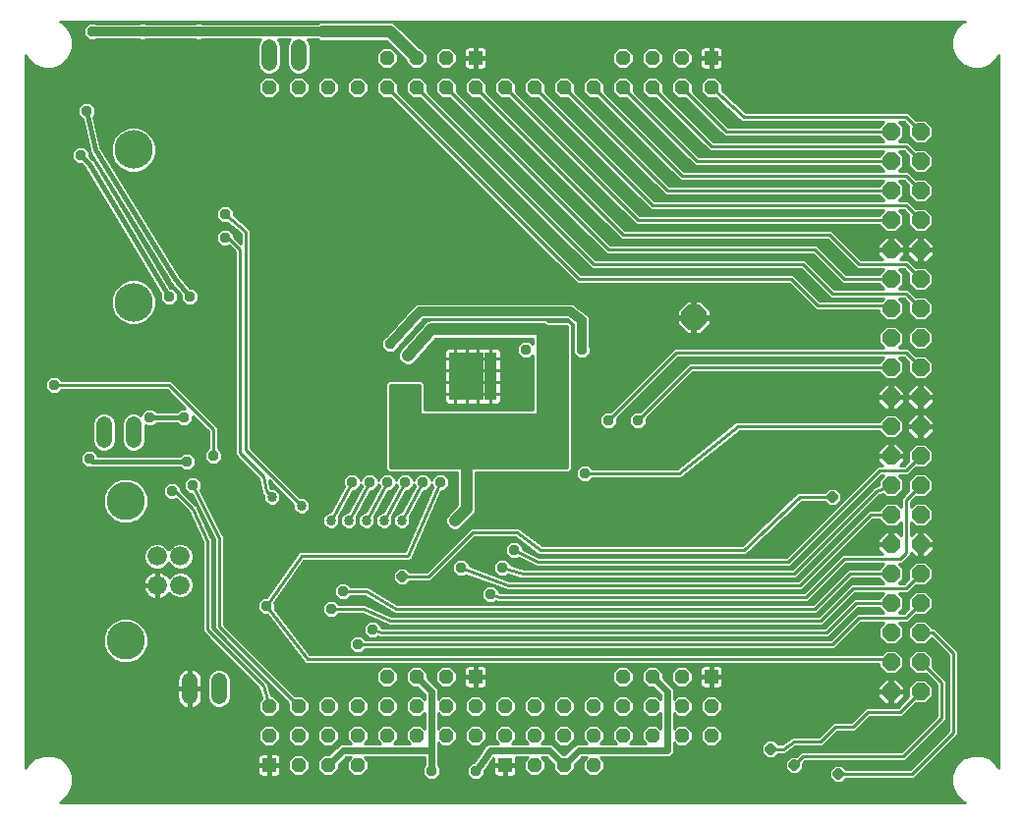
<source format=gbl>
G75*
%MOIN*%
%OFA0B0*%
%FSLAX24Y24*%
%IPPOS*%
%LPD*%
%AMOC8*
5,1,8,0,0,1.08239X$1,22.5*
%
%ADD10C,0.0540*%
%ADD11OC8,0.0472*%
%ADD12R,0.0472X0.0472*%
%ADD13R,0.0433X0.0433*%
%ADD14OC8,0.0591*%
%ADD15C,0.0660*%
%ADD16C,0.1300*%
%ADD17OC8,0.0850*%
%ADD18C,0.1306*%
%ADD19C,0.0100*%
%ADD20C,0.0376*%
%ADD21OC8,0.0376*%
%ADD22C,0.0400*%
%ADD23C,0.0160*%
%ADD24C,0.0240*%
%ADD25C,0.0320*%
%ADD26C,0.0120*%
%ADD27C,0.0337*%
D10*
X009300Y004480D02*
X009300Y005020D01*
X010300Y005020D02*
X010300Y004480D01*
X007400Y013180D02*
X007400Y013720D01*
X006400Y013720D02*
X006400Y013180D01*
X012000Y025980D02*
X012000Y026520D01*
X013000Y026520D02*
X013000Y025980D01*
D11*
X013000Y025150D03*
X014000Y025150D03*
X015000Y025150D03*
X016000Y025150D03*
X017000Y025150D03*
X018000Y025150D03*
X019000Y025150D03*
X020000Y025150D03*
X021000Y025150D03*
X022000Y025150D03*
X023000Y025150D03*
X024000Y025150D03*
X025000Y025150D03*
X026000Y025150D03*
X027000Y025150D03*
X026000Y026150D03*
X025000Y026150D03*
X024000Y026150D03*
X018000Y026150D03*
X017000Y026150D03*
X016000Y026150D03*
X012000Y025150D03*
X016000Y005150D03*
X017000Y005150D03*
X018000Y005150D03*
X018000Y004150D03*
X017000Y004150D03*
X017000Y003150D03*
X018000Y003150D03*
X019000Y003150D03*
X020000Y003150D03*
X021000Y003150D03*
X022000Y003150D03*
X023000Y003150D03*
X024000Y003150D03*
X025000Y003150D03*
X026000Y003150D03*
X027000Y003150D03*
X027000Y004150D03*
X026000Y004150D03*
X025000Y004150D03*
X024000Y004150D03*
X023000Y004150D03*
X022000Y004150D03*
X021000Y004150D03*
X020000Y004150D03*
X019000Y004150D03*
X021000Y002150D03*
X022000Y002150D03*
X023000Y002150D03*
X024000Y005150D03*
X025000Y005150D03*
X026000Y005150D03*
X016000Y004150D03*
X016000Y003150D03*
X015000Y003150D03*
X014000Y003150D03*
X014000Y004150D03*
X015000Y004150D03*
X013000Y004150D03*
X013000Y003150D03*
X012000Y003150D03*
X012000Y004150D03*
X013000Y002150D03*
X014000Y002150D03*
X015000Y002150D03*
D12*
X012000Y002150D03*
X019000Y005150D03*
X020000Y002150D03*
X027000Y005150D03*
X027000Y026150D03*
X019000Y026150D03*
D13*
X019087Y015950D03*
X018713Y015950D03*
X018299Y015950D03*
X018299Y015547D03*
X018299Y015153D03*
X018299Y014750D03*
X018713Y014750D03*
X019087Y014750D03*
X019087Y015153D03*
X018713Y015153D03*
X018713Y015547D03*
X019087Y015547D03*
X019500Y015547D03*
X019500Y015153D03*
X019500Y014750D03*
X019500Y015950D03*
D14*
X033100Y015650D03*
X034100Y015650D03*
X034100Y016650D03*
X033100Y016650D03*
X033100Y017650D03*
X034100Y017650D03*
X034100Y018650D03*
X033100Y018650D03*
X033100Y019650D03*
X034100Y019650D03*
X034100Y020650D03*
X033100Y020650D03*
X033100Y021650D03*
X034100Y021650D03*
X034100Y022650D03*
X034100Y023650D03*
X033100Y023650D03*
X033100Y022650D03*
X033100Y014650D03*
X034100Y014650D03*
X034100Y013650D03*
X033100Y013650D03*
X033100Y012650D03*
X034100Y012650D03*
X034100Y011650D03*
X033100Y011650D03*
X033100Y010650D03*
X034100Y010650D03*
X034100Y009650D03*
X033100Y009650D03*
X033100Y008650D03*
X034100Y008650D03*
X034100Y007650D03*
X033100Y007650D03*
X033100Y006650D03*
X034100Y006650D03*
X034100Y005650D03*
X034100Y004650D03*
X033100Y004650D03*
X033100Y005650D03*
D15*
X008980Y008258D03*
X008200Y008258D03*
X008200Y009242D03*
X008980Y009242D03*
D16*
X007130Y011120D03*
X007130Y006380D03*
D17*
X026400Y017350D03*
D18*
X007400Y017863D03*
X007400Y023037D03*
D19*
X003750Y026240D02*
X003750Y002060D01*
X003779Y002131D01*
X004018Y002371D01*
X004330Y002500D01*
X004669Y002500D01*
X004981Y002371D01*
X005220Y002131D01*
X005350Y001819D01*
X005350Y001481D01*
X005220Y001169D01*
X004981Y000929D01*
X004910Y000900D01*
X035589Y000900D01*
X035518Y000929D01*
X035279Y001169D01*
X035150Y001481D01*
X035150Y001819D01*
X035279Y002131D01*
X035518Y002371D01*
X035830Y002500D01*
X036169Y002500D01*
X036481Y002371D01*
X036720Y002131D01*
X036750Y002060D01*
X036750Y026240D01*
X036720Y026169D01*
X036481Y025929D01*
X036169Y025800D01*
X035830Y025800D01*
X035518Y025929D01*
X035279Y026169D01*
X035150Y026481D01*
X035150Y026819D01*
X035279Y027131D01*
X035518Y027371D01*
X035589Y027400D01*
X004910Y027400D01*
X004981Y027371D01*
X005220Y027131D01*
X005350Y026819D01*
X005350Y026481D01*
X005220Y026169D01*
X004981Y025929D01*
X004669Y025800D01*
X004330Y025800D01*
X004018Y025929D01*
X003779Y026169D01*
X003750Y026240D01*
X003750Y026162D02*
X003786Y026162D01*
X003750Y026063D02*
X003884Y026063D01*
X003983Y025965D02*
X003750Y025965D01*
X003750Y025866D02*
X004171Y025866D01*
X004828Y025866D02*
X011625Y025866D01*
X011610Y025902D02*
X011669Y025759D01*
X011779Y025649D01*
X011922Y025590D01*
X012077Y025590D01*
X012220Y025649D01*
X012330Y025759D01*
X012390Y025902D01*
X012390Y026598D01*
X012330Y026741D01*
X012301Y026770D01*
X012698Y026770D01*
X012669Y026741D01*
X012610Y026598D01*
X012610Y025902D01*
X012669Y025759D01*
X012779Y025649D01*
X012922Y025590D01*
X013077Y025590D01*
X013220Y025649D01*
X013330Y025759D01*
X013390Y025902D01*
X013390Y026598D01*
X013330Y026741D01*
X013301Y026770D01*
X013639Y026770D01*
X013736Y026730D01*
X015967Y026730D01*
X016643Y026054D01*
X016643Y026002D01*
X016852Y025794D01*
X017147Y025794D01*
X017356Y026002D01*
X017356Y026298D01*
X017147Y026506D01*
X017096Y026506D01*
X016371Y027231D01*
X016281Y027321D01*
X016163Y027370D01*
X013736Y027370D01*
X013639Y027330D01*
X009729Y027330D01*
X009661Y027358D01*
X009538Y027358D01*
X009470Y027330D01*
X007829Y027330D01*
X007761Y027358D01*
X007638Y027358D01*
X007570Y027330D01*
X006129Y027330D01*
X006061Y027358D01*
X005938Y027358D01*
X005825Y027311D01*
X005738Y027225D01*
X005691Y027111D01*
X005691Y026989D01*
X005738Y026875D01*
X005825Y026789D01*
X005938Y026742D01*
X006061Y026742D01*
X006129Y026770D01*
X007570Y026770D01*
X007638Y026742D01*
X007761Y026742D01*
X007829Y026770D01*
X009470Y026770D01*
X009538Y026742D01*
X009661Y026742D01*
X009729Y026770D01*
X011698Y026770D01*
X011669Y026741D01*
X011610Y026598D01*
X011610Y025902D01*
X011610Y025965D02*
X005016Y025965D01*
X005115Y026063D02*
X011610Y026063D01*
X011610Y026162D02*
X005213Y026162D01*
X005258Y026260D02*
X011610Y026260D01*
X011610Y026359D02*
X005299Y026359D01*
X005340Y026457D02*
X011610Y026457D01*
X011610Y026556D02*
X005350Y026556D01*
X005350Y026654D02*
X011633Y026654D01*
X011681Y026753D02*
X009687Y026753D01*
X009512Y026753D02*
X007787Y026753D01*
X007612Y026753D02*
X006087Y026753D01*
X005912Y026753D02*
X005350Y026753D01*
X005336Y026851D02*
X005763Y026851D01*
X005708Y026950D02*
X005295Y026950D01*
X005255Y027048D02*
X005691Y027048D01*
X005706Y027147D02*
X005205Y027147D01*
X005107Y027245D02*
X005759Y027245D01*
X005903Y027344D02*
X005008Y027344D01*
X006096Y027344D02*
X007603Y027344D01*
X007796Y027344D02*
X009503Y027344D01*
X009696Y027344D02*
X013672Y027344D01*
X013681Y026753D02*
X013319Y026753D01*
X013366Y026654D02*
X016043Y026654D01*
X016141Y026556D02*
X013390Y026556D01*
X013390Y026457D02*
X015803Y026457D01*
X015852Y026506D02*
X015643Y026298D01*
X015643Y026002D01*
X015852Y025794D01*
X016147Y025794D01*
X016356Y026002D01*
X016356Y026298D01*
X016147Y026506D01*
X015852Y026506D01*
X015704Y026359D02*
X013390Y026359D01*
X013390Y026260D02*
X015643Y026260D01*
X015643Y026162D02*
X013390Y026162D01*
X013390Y026063D02*
X015643Y026063D01*
X015681Y025965D02*
X013390Y025965D01*
X013374Y025866D02*
X015780Y025866D01*
X015852Y025506D02*
X015643Y025298D01*
X015643Y025002D01*
X015852Y024794D01*
X016115Y024794D01*
X022429Y018480D01*
X029629Y018480D01*
X030529Y017580D01*
X032684Y017580D01*
X032684Y017478D01*
X032928Y017235D01*
X033272Y017235D01*
X033515Y017478D01*
X033515Y017822D01*
X033357Y017980D01*
X033529Y017980D01*
X033686Y017823D01*
X033684Y017822D01*
X033684Y017478D01*
X033928Y017235D01*
X034272Y017235D01*
X034515Y017478D01*
X034515Y017822D01*
X034272Y018065D01*
X033928Y018065D01*
X033926Y018064D01*
X033770Y018220D01*
X033670Y018320D01*
X033357Y018320D01*
X033515Y018478D01*
X033515Y018822D01*
X033357Y018980D01*
X033529Y018980D01*
X033686Y018823D01*
X033684Y018822D01*
X033684Y018478D01*
X033928Y018235D01*
X034272Y018235D01*
X034515Y018478D01*
X034515Y018822D01*
X034272Y019065D01*
X033928Y019065D01*
X033926Y019064D01*
X033770Y019220D01*
X033670Y019320D01*
X033399Y019320D01*
X033545Y019466D01*
X033545Y019602D01*
X033148Y019602D01*
X033148Y019698D01*
X033545Y019698D01*
X033545Y019834D01*
X033284Y020095D01*
X033148Y020095D01*
X033148Y019698D01*
X033051Y019698D01*
X033051Y019602D01*
X032654Y019602D01*
X032654Y019466D01*
X032800Y019320D01*
X032070Y019320D01*
X031170Y020220D01*
X031070Y020320D01*
X024070Y020320D01*
X019356Y025034D01*
X019356Y025298D01*
X019147Y025506D01*
X018852Y025506D01*
X018643Y025298D01*
X018643Y025002D01*
X018852Y024794D01*
X019115Y024794D01*
X023929Y019980D01*
X030929Y019980D01*
X031830Y019080D01*
X031929Y018980D01*
X032842Y018980D01*
X032684Y018822D01*
X032684Y018820D01*
X031570Y018820D01*
X030670Y019720D01*
X030570Y019820D01*
X023570Y019820D01*
X018356Y025034D01*
X018356Y025298D01*
X018147Y025506D01*
X017852Y025506D01*
X017643Y025298D01*
X017643Y025002D01*
X017852Y024794D01*
X018115Y024794D01*
X023429Y019480D01*
X030429Y019480D01*
X031429Y018480D01*
X032684Y018480D01*
X032684Y018478D01*
X032842Y018320D01*
X031170Y018320D01*
X030270Y019220D01*
X030170Y019320D01*
X023070Y019320D01*
X017356Y025034D01*
X017356Y025298D01*
X017147Y025506D01*
X016852Y025506D01*
X016643Y025298D01*
X016643Y025002D01*
X016852Y024794D01*
X017115Y024794D01*
X022929Y018980D01*
X030029Y018980D01*
X031029Y017980D01*
X032842Y017980D01*
X032782Y017920D01*
X030670Y017920D01*
X029870Y018720D01*
X029770Y018820D01*
X022570Y018820D01*
X016356Y025034D01*
X016356Y025298D01*
X016147Y025506D01*
X015852Y025506D01*
X015818Y025472D02*
X015181Y025472D01*
X015147Y025506D02*
X014852Y025506D01*
X014643Y025298D01*
X014643Y025002D01*
X014852Y024794D01*
X015147Y024794D01*
X015356Y025002D01*
X015356Y025298D01*
X015147Y025506D01*
X015280Y025374D02*
X015719Y025374D01*
X015643Y025275D02*
X015356Y025275D01*
X015356Y025177D02*
X015643Y025177D01*
X015643Y025078D02*
X015356Y025078D01*
X015333Y024980D02*
X015666Y024980D01*
X015765Y024881D02*
X015234Y024881D01*
X014765Y024881D02*
X014234Y024881D01*
X014147Y024794D02*
X014356Y025002D01*
X014356Y025298D01*
X014147Y025506D01*
X013852Y025506D01*
X013643Y025298D01*
X013643Y025002D01*
X013852Y024794D01*
X014147Y024794D01*
X014333Y024980D02*
X014666Y024980D01*
X014643Y025078D02*
X014356Y025078D01*
X014356Y025177D02*
X014643Y025177D01*
X014643Y025275D02*
X014356Y025275D01*
X014280Y025374D02*
X014719Y025374D01*
X014818Y025472D02*
X014181Y025472D01*
X013818Y025472D02*
X013181Y025472D01*
X013147Y025506D02*
X013356Y025298D01*
X013356Y025002D01*
X013147Y024794D01*
X012852Y024794D01*
X012643Y025002D01*
X012643Y025298D01*
X012852Y025506D01*
X013147Y025506D01*
X013280Y025374D02*
X013719Y025374D01*
X013643Y025275D02*
X013356Y025275D01*
X013356Y025177D02*
X013643Y025177D01*
X013643Y025078D02*
X013356Y025078D01*
X013333Y024980D02*
X013666Y024980D01*
X013765Y024881D02*
X013234Y024881D01*
X012765Y024881D02*
X012234Y024881D01*
X012147Y024794D02*
X012356Y025002D01*
X012356Y025298D01*
X012147Y025506D01*
X011852Y025506D01*
X011643Y025298D01*
X011643Y025002D01*
X011852Y024794D01*
X012147Y024794D01*
X012333Y024980D02*
X012666Y024980D01*
X012643Y025078D02*
X012356Y025078D01*
X012356Y025177D02*
X012643Y025177D01*
X012643Y025275D02*
X012356Y025275D01*
X012280Y025374D02*
X012719Y025374D01*
X012818Y025472D02*
X012181Y025472D01*
X012240Y025669D02*
X012759Y025669D01*
X012665Y025768D02*
X012334Y025768D01*
X012374Y025866D02*
X012625Y025866D01*
X012610Y025965D02*
X012390Y025965D01*
X012390Y026063D02*
X012610Y026063D01*
X012610Y026162D02*
X012390Y026162D01*
X012390Y026260D02*
X012610Y026260D01*
X012610Y026359D02*
X012390Y026359D01*
X012390Y026457D02*
X012610Y026457D01*
X012610Y026556D02*
X012390Y026556D01*
X012366Y026654D02*
X012633Y026654D01*
X012681Y026753D02*
X012319Y026753D01*
X011665Y025768D02*
X003750Y025768D01*
X003750Y025669D02*
X011759Y025669D01*
X011818Y025472D02*
X003750Y025472D01*
X003750Y025374D02*
X011719Y025374D01*
X011643Y025275D02*
X003750Y025275D01*
X003750Y025177D02*
X011643Y025177D01*
X011643Y025078D02*
X003750Y025078D01*
X003750Y024980D02*
X011666Y024980D01*
X011765Y024881D02*
X003750Y024881D01*
X003750Y024783D02*
X016127Y024783D01*
X016225Y024684D02*
X003750Y024684D01*
X003750Y024586D02*
X005599Y024586D01*
X005625Y024611D02*
X005538Y024525D01*
X005491Y024411D01*
X005491Y024289D01*
X005538Y024175D01*
X005625Y024089D01*
X005658Y024075D01*
X005894Y023052D01*
X005885Y023018D01*
X005912Y022974D01*
X005923Y022924D01*
X005953Y022906D01*
X006186Y022517D01*
X006153Y022517D01*
X006186Y022516D02*
X006229Y022446D01*
X006271Y022376D01*
X006272Y022376D01*
X008594Y018602D01*
X008593Y018586D01*
X008637Y018533D01*
X008673Y018475D01*
X008688Y018471D01*
X008991Y018107D01*
X008991Y017989D01*
X009038Y017875D01*
X009125Y017789D01*
X009238Y017742D01*
X009361Y017742D01*
X009474Y017789D01*
X009561Y017875D01*
X009608Y017989D01*
X009608Y018111D01*
X009561Y018225D01*
X009474Y018311D01*
X009361Y018358D01*
X009303Y018358D01*
X008962Y018767D01*
X006570Y022654D01*
X006287Y023126D01*
X006048Y024163D01*
X006061Y024175D01*
X006108Y024289D01*
X006108Y024411D01*
X006061Y024525D01*
X005974Y024611D01*
X005861Y024658D01*
X005738Y024658D01*
X005625Y024611D01*
X005523Y024487D02*
X003750Y024487D01*
X003750Y024389D02*
X005491Y024389D01*
X005491Y024290D02*
X003750Y024290D01*
X003750Y024192D02*
X005532Y024192D01*
X005621Y024093D02*
X003750Y024093D01*
X003750Y023995D02*
X005676Y023995D01*
X005699Y023896D02*
X003750Y023896D01*
X003750Y023798D02*
X005722Y023798D01*
X005745Y023699D02*
X003750Y023699D01*
X003750Y023601D02*
X005767Y023601D01*
X005790Y023502D02*
X003750Y023502D01*
X003750Y023404D02*
X005813Y023404D01*
X005835Y023305D02*
X003750Y023305D01*
X003750Y023207D02*
X005858Y023207D01*
X005881Y023108D02*
X005777Y023108D01*
X005774Y023111D02*
X005661Y023158D01*
X005538Y023158D01*
X005425Y023111D01*
X005338Y023025D01*
X005291Y022911D01*
X003750Y022911D01*
X003750Y022813D02*
X005291Y022813D01*
X005291Y022789D02*
X005338Y022675D01*
X005425Y022589D01*
X005538Y022542D01*
X005625Y022542D01*
X005741Y022426D01*
X008307Y018149D01*
X008291Y018111D01*
X008291Y017989D01*
X008338Y017875D01*
X008425Y017789D01*
X008538Y017742D01*
X008661Y017742D01*
X008774Y017789D01*
X008861Y017875D01*
X008908Y017989D01*
X008908Y018111D01*
X008861Y018225D01*
X008774Y018311D01*
X008661Y018358D01*
X008648Y018358D01*
X006100Y022605D01*
X006100Y022633D01*
X006058Y022674D01*
X006028Y022724D01*
X006002Y022731D01*
X005908Y022825D01*
X005908Y022911D01*
X005944Y022911D01*
X005908Y022911D02*
X005861Y023025D01*
X005774Y023111D01*
X005867Y023010D02*
X005891Y023010D01*
X005920Y022813D02*
X006009Y022813D01*
X006034Y022714D02*
X006068Y022714D01*
X006100Y022616D02*
X006127Y022616D01*
X006186Y022517D02*
X006186Y022516D01*
X006212Y022419D02*
X006245Y022419D01*
X006271Y022320D02*
X006306Y022320D01*
X006330Y022222D02*
X006367Y022222D01*
X006389Y022123D02*
X006427Y022123D01*
X006448Y022025D02*
X006488Y022025D01*
X006507Y021926D02*
X006549Y021926D01*
X006566Y021828D02*
X006609Y021828D01*
X006625Y021729D02*
X006670Y021729D01*
X006684Y021631D02*
X006731Y021631D01*
X006744Y021532D02*
X006791Y021532D01*
X006803Y021434D02*
X006852Y021434D01*
X006862Y021335D02*
X006912Y021335D01*
X006921Y021237D02*
X006973Y021237D01*
X006980Y021138D02*
X007034Y021138D01*
X007039Y021040D02*
X007094Y021040D01*
X007098Y020941D02*
X007155Y020941D01*
X007157Y020843D02*
X007215Y020843D01*
X007216Y020744D02*
X007276Y020744D01*
X007275Y020646D02*
X007337Y020646D01*
X007335Y020547D02*
X007397Y020547D01*
X007394Y020449D02*
X007458Y020449D01*
X007453Y020350D02*
X007519Y020350D01*
X007512Y020252D02*
X007579Y020252D01*
X007571Y020153D02*
X007640Y020153D01*
X007630Y020055D02*
X007700Y020055D01*
X007689Y019956D02*
X007761Y019956D01*
X007748Y019858D02*
X007822Y019858D01*
X007807Y019759D02*
X007882Y019759D01*
X007866Y019661D02*
X007943Y019661D01*
X007926Y019562D02*
X008003Y019562D01*
X007985Y019464D02*
X008064Y019464D01*
X008044Y019365D02*
X008125Y019365D01*
X008103Y019267D02*
X008185Y019267D01*
X008162Y019168D02*
X008246Y019168D01*
X008221Y019070D02*
X008307Y019070D01*
X008280Y018971D02*
X008367Y018971D01*
X008339Y018873D02*
X008428Y018873D01*
X008398Y018774D02*
X008488Y018774D01*
X008457Y018676D02*
X008549Y018676D01*
X008517Y018577D02*
X008600Y018577D01*
X008576Y018479D02*
X008670Y018479D01*
X008635Y018380D02*
X008764Y018380D01*
X008804Y018282D02*
X008846Y018282D01*
X008878Y018183D02*
X008928Y018183D01*
X008908Y018085D02*
X008991Y018085D01*
X008993Y017986D02*
X008907Y017986D01*
X008866Y017888D02*
X009033Y017888D01*
X009125Y017789D02*
X008774Y017789D01*
X008425Y017789D02*
X008172Y017789D01*
X008172Y017710D02*
X008055Y017426D01*
X007837Y017208D01*
X007553Y017091D01*
X007246Y017091D01*
X006962Y017208D01*
X006744Y017426D01*
X006627Y017710D01*
X006627Y018017D01*
X006744Y018301D01*
X006962Y018518D01*
X007246Y018636D01*
X007553Y018636D01*
X007837Y018518D01*
X008055Y018301D01*
X008172Y018017D01*
X008172Y017710D01*
X008164Y017691D02*
X010830Y017691D01*
X010830Y017789D02*
X009474Y017789D01*
X009566Y017888D02*
X010830Y017888D01*
X010830Y017986D02*
X009607Y017986D01*
X009608Y018085D02*
X010830Y018085D01*
X010830Y018183D02*
X009578Y018183D01*
X009504Y018282D02*
X010830Y018282D01*
X010830Y018380D02*
X009285Y018380D01*
X009203Y018479D02*
X010830Y018479D01*
X010830Y018577D02*
X009121Y018577D01*
X009039Y018676D02*
X010830Y018676D01*
X010830Y018774D02*
X008958Y018774D01*
X008897Y018873D02*
X010830Y018873D01*
X010830Y018971D02*
X008837Y018971D01*
X008776Y019070D02*
X010830Y019070D01*
X010830Y019168D02*
X008716Y019168D01*
X008655Y019267D02*
X010830Y019267D01*
X010830Y019365D02*
X008594Y019365D01*
X008534Y019464D02*
X010830Y019464D01*
X010830Y019562D02*
X008473Y019562D01*
X008412Y019661D02*
X010749Y019661D01*
X010830Y019580D02*
X010830Y012680D01*
X011643Y011866D01*
X011730Y011433D01*
X011730Y011380D01*
X011743Y011366D01*
X011747Y011348D01*
X011791Y011318D01*
X011811Y011298D01*
X011811Y011193D01*
X011855Y011087D01*
X011936Y011005D01*
X012042Y010962D01*
X012157Y010962D01*
X012263Y011005D01*
X012344Y011087D01*
X012388Y011193D01*
X012388Y011307D01*
X012344Y011413D01*
X012263Y011495D01*
X012157Y011538D01*
X012055Y011538D01*
X012001Y011808D01*
X012811Y010998D01*
X012811Y010893D01*
X012855Y010787D01*
X012936Y010705D01*
X013042Y010662D01*
X013157Y010662D01*
X013263Y010705D01*
X013344Y010787D01*
X013388Y010893D01*
X013388Y011007D01*
X013344Y011113D01*
X013263Y011195D01*
X013157Y011238D01*
X013052Y011238D01*
X011370Y012920D01*
X011370Y020187D01*
X011374Y020193D01*
X011370Y020257D01*
X011370Y020320D01*
X011364Y020326D01*
X011364Y020333D01*
X011315Y020375D01*
X011270Y020420D01*
X011262Y020420D01*
X010808Y020810D01*
X010808Y020911D01*
X010761Y021025D01*
X010674Y021111D01*
X010561Y021158D01*
X010438Y021158D01*
X010325Y021111D01*
X010238Y021025D01*
X010191Y020911D01*
X010191Y020789D01*
X010238Y020675D01*
X010325Y020589D01*
X010438Y020542D01*
X010561Y020542D01*
X010586Y020552D01*
X011030Y020172D01*
X011030Y019860D01*
X010808Y020082D01*
X010808Y020111D01*
X010761Y020225D01*
X010674Y020311D01*
X010561Y020358D01*
X010438Y020358D01*
X010325Y020311D01*
X010238Y020225D01*
X010191Y020111D01*
X010191Y019989D01*
X010238Y019875D01*
X010325Y019789D01*
X010438Y019742D01*
X010561Y019742D01*
X010636Y019773D01*
X010830Y019580D01*
X011000Y019650D02*
X010600Y020050D01*
X010500Y020050D01*
X010790Y020153D02*
X011030Y020153D01*
X011030Y020055D02*
X010835Y020055D01*
X010934Y019956D02*
X011030Y019956D01*
X011000Y019650D02*
X011000Y012750D01*
X011800Y011950D01*
X011900Y011450D01*
X012100Y011250D01*
X012232Y010993D02*
X012811Y010993D01*
X012811Y010894D02*
X009968Y010894D01*
X010017Y010796D02*
X012851Y010796D01*
X012957Y010697D02*
X010066Y010697D01*
X010115Y010599D02*
X013849Y010599D01*
X013855Y010613D02*
X013811Y010507D01*
X013811Y010393D01*
X013855Y010287D01*
X013936Y010205D01*
X014042Y010162D01*
X014157Y010162D01*
X014263Y010205D01*
X014344Y010287D01*
X014388Y010393D01*
X014388Y010507D01*
X014360Y010575D01*
X014827Y011442D01*
X014861Y011442D01*
X014974Y011489D01*
X015061Y011575D01*
X015100Y011669D01*
X015127Y011603D01*
X014662Y010738D01*
X014642Y010738D01*
X014536Y010695D01*
X014455Y010613D01*
X014411Y010507D01*
X014411Y010393D01*
X014455Y010287D01*
X014536Y010205D01*
X014642Y010162D01*
X014757Y010162D01*
X014863Y010205D01*
X014944Y010287D01*
X014988Y010393D01*
X014988Y010507D01*
X014960Y010575D01*
X015427Y011442D01*
X015461Y011442D01*
X015574Y011489D01*
X015661Y011575D01*
X015700Y011669D01*
X015727Y011603D01*
X015262Y010738D01*
X015242Y010738D01*
X015136Y010695D01*
X015055Y010613D01*
X015011Y010507D01*
X015011Y010393D01*
X015055Y010287D01*
X015136Y010205D01*
X015242Y010162D01*
X015357Y010162D01*
X015463Y010205D01*
X015544Y010287D01*
X015588Y010393D01*
X015588Y010507D01*
X015560Y010575D01*
X016027Y011442D01*
X016061Y011442D01*
X016174Y011489D01*
X016261Y011575D01*
X016300Y011669D01*
X016327Y011603D01*
X015862Y010738D01*
X015842Y010738D01*
X015736Y010695D01*
X015655Y010613D01*
X015611Y010507D01*
X015611Y010393D01*
X015655Y010287D01*
X015736Y010205D01*
X015842Y010162D01*
X015957Y010162D01*
X016063Y010205D01*
X016144Y010287D01*
X016188Y010393D01*
X016188Y010507D01*
X016160Y010575D01*
X016627Y011442D01*
X016661Y011442D01*
X016774Y011489D01*
X016861Y011575D01*
X016900Y011669D01*
X016927Y011603D01*
X016462Y010738D01*
X016442Y010738D01*
X016336Y010695D01*
X016255Y010613D01*
X016211Y010507D01*
X016211Y010393D01*
X016255Y010287D01*
X016336Y010205D01*
X016442Y010162D01*
X016557Y010162D01*
X016663Y010205D01*
X016744Y010287D01*
X016788Y010393D01*
X016788Y010507D01*
X016760Y010575D01*
X017227Y011442D01*
X017261Y011442D01*
X017374Y011489D01*
X017461Y011575D01*
X017500Y011669D01*
X017538Y011577D01*
X016589Y009420D01*
X013153Y009420D01*
X013140Y009429D01*
X013085Y009420D01*
X013029Y009420D01*
X013017Y009408D01*
X013001Y009406D01*
X012969Y009360D01*
X012930Y009320D01*
X012930Y009304D01*
X011909Y007858D01*
X011838Y007858D01*
X011725Y007811D01*
X011638Y007725D01*
X011591Y007611D01*
X011591Y007489D01*
X011638Y007375D01*
X011725Y007289D01*
X011838Y007242D01*
X011924Y007242D01*
X013130Y005692D01*
X013130Y005680D01*
X013172Y005637D01*
X013209Y005590D01*
X013221Y005589D01*
X013229Y005580D01*
X013289Y005580D01*
X013348Y005573D01*
X013358Y005580D01*
X032684Y005580D01*
X032684Y005478D01*
X032928Y005235D01*
X033272Y005235D01*
X033515Y005478D01*
X033515Y005822D01*
X033272Y006065D01*
X032928Y006065D01*
X032782Y005920D01*
X013383Y005920D01*
X012192Y007451D01*
X012208Y007489D01*
X012208Y007611D01*
X012187Y007662D01*
X013188Y009080D01*
X016664Y009080D01*
X016696Y009066D01*
X016731Y009080D01*
X016770Y009080D01*
X016794Y009105D01*
X016827Y009117D01*
X016842Y009152D01*
X016870Y009180D01*
X016870Y009214D01*
X017850Y011442D01*
X017861Y011442D01*
X017974Y011489D01*
X018061Y011575D01*
X018108Y011689D01*
X018108Y011811D01*
X018061Y011925D01*
X017974Y012011D01*
X017861Y012058D01*
X017738Y012058D01*
X017625Y012011D01*
X017538Y011925D01*
X017500Y011831D01*
X017461Y011925D01*
X017374Y012011D01*
X017261Y012058D01*
X017138Y012058D01*
X017025Y012011D01*
X016938Y011925D01*
X016900Y011831D01*
X016861Y011925D01*
X016774Y012011D01*
X016661Y012058D01*
X016538Y012058D01*
X016425Y012011D01*
X016338Y011925D01*
X016300Y011831D01*
X016261Y011925D01*
X016174Y012011D01*
X016061Y012058D01*
X015938Y012058D01*
X015825Y012011D01*
X015738Y011925D01*
X015700Y011831D01*
X015661Y011925D01*
X015574Y012011D01*
X015461Y012058D01*
X015338Y012058D01*
X015225Y012011D01*
X015138Y011925D01*
X015100Y011831D01*
X015061Y011925D01*
X014974Y012011D01*
X014861Y012058D01*
X014738Y012058D01*
X014625Y012011D01*
X014538Y011925D01*
X014491Y011811D01*
X014491Y011689D01*
X014527Y011603D01*
X014062Y010738D01*
X014042Y010738D01*
X013936Y010695D01*
X013855Y010613D01*
X013942Y010697D02*
X013242Y010697D01*
X013348Y010796D02*
X014093Y010796D01*
X014146Y010894D02*
X013388Y010894D01*
X013388Y010993D02*
X014199Y010993D01*
X014252Y011091D02*
X013353Y011091D01*
X013268Y011190D02*
X014305Y011190D01*
X014358Y011288D02*
X013002Y011288D01*
X012903Y011387D02*
X014411Y011387D01*
X014464Y011485D02*
X012805Y011485D01*
X012706Y011584D02*
X014517Y011584D01*
X014494Y011682D02*
X012608Y011682D01*
X012509Y011781D02*
X014491Y011781D01*
X014519Y011879D02*
X012411Y011879D01*
X012312Y011978D02*
X014591Y011978D01*
X014800Y011750D02*
X014100Y010450D01*
X014351Y010303D02*
X014448Y010303D01*
X014411Y010402D02*
X014388Y010402D01*
X014388Y010500D02*
X014411Y010500D01*
X014373Y010599D02*
X014449Y010599D01*
X014426Y010697D02*
X014542Y010697D01*
X014479Y010796D02*
X014693Y010796D01*
X014746Y010894D02*
X014532Y010894D01*
X014585Y010993D02*
X014799Y010993D01*
X014852Y011091D02*
X014638Y011091D01*
X014691Y011190D02*
X014905Y011190D01*
X014958Y011288D02*
X014744Y011288D01*
X014797Y011387D02*
X015011Y011387D01*
X014965Y011485D02*
X015064Y011485D01*
X015064Y011584D02*
X015117Y011584D01*
X015119Y011879D02*
X015080Y011879D01*
X015008Y011978D02*
X015191Y011978D01*
X015400Y011750D02*
X014700Y010450D01*
X014951Y010303D02*
X015048Y010303D01*
X015011Y010402D02*
X014988Y010402D01*
X014988Y010500D02*
X015011Y010500D01*
X014973Y010599D02*
X015049Y010599D01*
X015026Y010697D02*
X015142Y010697D01*
X015079Y010796D02*
X015293Y010796D01*
X015346Y010894D02*
X015132Y010894D01*
X015185Y010993D02*
X015399Y010993D01*
X015452Y011091D02*
X015238Y011091D01*
X015291Y011190D02*
X015505Y011190D01*
X015558Y011288D02*
X015344Y011288D01*
X015397Y011387D02*
X015611Y011387D01*
X015565Y011485D02*
X015664Y011485D01*
X015664Y011584D02*
X015717Y011584D01*
X015719Y011879D02*
X015680Y011879D01*
X015608Y011978D02*
X015791Y011978D01*
X015935Y012175D02*
X012115Y012175D01*
X012017Y012273D02*
X015930Y012273D01*
X015930Y012180D02*
X016029Y012080D01*
X018380Y012080D01*
X018380Y010983D01*
X018028Y010631D01*
X017980Y010514D01*
X017980Y010386D01*
X018028Y010269D01*
X018118Y010179D01*
X018236Y010130D01*
X018363Y010130D01*
X018481Y010179D01*
X018971Y010669D01*
X019020Y010786D01*
X019020Y012080D01*
X022170Y012080D01*
X022270Y012180D01*
X022270Y017120D01*
X022170Y017220D01*
X021482Y017220D01*
X021481Y017221D01*
X021363Y017270D01*
X017553Y017270D01*
X022106Y017270D01*
X022320Y017110D01*
X022320Y016379D01*
X022291Y016311D01*
X022291Y016189D01*
X022338Y016075D01*
X022425Y015989D01*
X022538Y015942D01*
X022661Y015942D01*
X022774Y015989D01*
X022861Y016075D01*
X022908Y016189D01*
X022908Y016311D01*
X022880Y016379D01*
X022880Y017215D01*
X022885Y017234D01*
X022880Y017270D01*
X022880Y017306D01*
X022872Y017325D01*
X022869Y017345D01*
X022851Y017376D01*
X022837Y017409D01*
X022822Y017423D01*
X022812Y017441D01*
X022783Y017462D01*
X022758Y017487D01*
X022739Y017495D01*
X022383Y017762D01*
X022358Y017787D01*
X022339Y017795D01*
X022323Y017807D01*
X022288Y017816D01*
X022255Y017830D01*
X022235Y017830D01*
X022215Y017835D01*
X022180Y017830D01*
X017148Y017830D01*
X017142Y017832D01*
X017093Y017830D01*
X017044Y017830D01*
X017037Y017827D01*
X017031Y017827D01*
X016986Y017806D01*
X016941Y017787D01*
X016936Y017782D01*
X016930Y017780D01*
X016897Y017743D01*
X016862Y017709D01*
X016860Y017702D01*
X015979Y016734D01*
X015925Y016711D01*
X015838Y016625D01*
X015791Y016511D01*
X015791Y016389D01*
X015838Y016275D01*
X015925Y016189D01*
X016038Y016142D01*
X016161Y016142D01*
X016274Y016189D01*
X016361Y016275D01*
X016395Y016359D01*
X017223Y017270D01*
X017490Y017270D01*
X017436Y017270D01*
X017427Y017266D01*
X017417Y017266D01*
X017368Y017242D01*
X017318Y017221D01*
X017311Y017214D01*
X017303Y017210D01*
X017267Y017170D01*
X017228Y017131D01*
X017225Y017122D01*
X016418Y016215D01*
X016376Y016095D01*
X016384Y015968D01*
X016439Y015853D01*
X016535Y015769D01*
X016655Y015727D01*
X016782Y015734D01*
X016896Y015790D01*
X017643Y016630D01*
X020930Y016630D01*
X020930Y016456D01*
X020874Y016511D01*
X020761Y016558D01*
X020638Y016558D01*
X020525Y016511D01*
X020438Y016425D01*
X020391Y016311D01*
X020391Y016189D01*
X020438Y016075D01*
X020525Y015989D01*
X020638Y015942D01*
X020761Y015942D01*
X020874Y015989D01*
X020930Y016044D01*
X020930Y014220D01*
X017270Y014220D01*
X017270Y015120D01*
X017170Y015220D01*
X016029Y015220D01*
X015930Y015120D01*
X015930Y012180D01*
X016100Y012250D02*
X016100Y015050D01*
X017100Y015050D01*
X017100Y014050D01*
X021100Y014050D01*
X021100Y017050D01*
X022100Y017050D01*
X022100Y012250D01*
X016100Y012250D01*
X016100Y012273D02*
X022100Y012273D01*
X022100Y012372D02*
X016100Y012372D01*
X016100Y012470D02*
X022100Y012470D01*
X022100Y012569D02*
X016100Y012569D01*
X016100Y012667D02*
X022100Y012667D01*
X022100Y012766D02*
X016100Y012766D01*
X016100Y012864D02*
X022100Y012864D01*
X022100Y012963D02*
X016100Y012963D01*
X016100Y013061D02*
X022100Y013061D01*
X022100Y013160D02*
X016100Y013160D01*
X016100Y013258D02*
X022100Y013258D01*
X022100Y013357D02*
X016100Y013357D01*
X016100Y013455D02*
X022100Y013455D01*
X022100Y013554D02*
X016100Y013554D01*
X016100Y013652D02*
X022100Y013652D01*
X022100Y013751D02*
X016100Y013751D01*
X016100Y013849D02*
X022100Y013849D01*
X022100Y013948D02*
X016100Y013948D01*
X016100Y014046D02*
X022100Y014046D01*
X022100Y014145D02*
X021100Y014145D01*
X021100Y014243D02*
X022100Y014243D01*
X022100Y014342D02*
X021100Y014342D01*
X021100Y014440D02*
X022100Y014440D01*
X022100Y014539D02*
X021100Y014539D01*
X021100Y014637D02*
X022100Y014637D01*
X022100Y014736D02*
X021100Y014736D01*
X021100Y014834D02*
X022100Y014834D01*
X022100Y014933D02*
X021100Y014933D01*
X021100Y015031D02*
X022100Y015031D01*
X022100Y015130D02*
X021100Y015130D01*
X021100Y015228D02*
X022100Y015228D01*
X022100Y015327D02*
X021100Y015327D01*
X021100Y015425D02*
X022100Y015425D01*
X022100Y015524D02*
X021100Y015524D01*
X021100Y015622D02*
X022100Y015622D01*
X022100Y015721D02*
X021100Y015721D01*
X021100Y015819D02*
X022100Y015819D01*
X022100Y015918D02*
X021100Y015918D01*
X021100Y016016D02*
X022100Y016016D01*
X022100Y016115D02*
X021100Y016115D01*
X021100Y016213D02*
X022100Y016213D01*
X022100Y016312D02*
X021100Y016312D01*
X021100Y016410D02*
X022100Y016410D01*
X022100Y016509D02*
X021100Y016509D01*
X021100Y016607D02*
X022100Y016607D01*
X022100Y016706D02*
X021100Y016706D01*
X021100Y016804D02*
X022100Y016804D01*
X022100Y016903D02*
X021100Y016903D01*
X021100Y017001D02*
X022100Y017001D01*
X022270Y017001D02*
X022320Y017001D01*
X022320Y016903D02*
X022270Y016903D01*
X022270Y016804D02*
X022320Y016804D01*
X022320Y016706D02*
X022270Y016706D01*
X022270Y016607D02*
X022320Y016607D01*
X022320Y016509D02*
X022270Y016509D01*
X022270Y016410D02*
X022320Y016410D01*
X022292Y016312D02*
X022270Y016312D01*
X022270Y016213D02*
X022291Y016213D01*
X022270Y016115D02*
X022322Y016115D01*
X022270Y016016D02*
X022398Y016016D01*
X022270Y015918D02*
X025327Y015918D01*
X025425Y016016D02*
X022801Y016016D01*
X022877Y016115D02*
X025524Y016115D01*
X025622Y016213D02*
X022908Y016213D01*
X022908Y016312D02*
X025721Y016312D01*
X025729Y016320D02*
X023565Y014156D01*
X023561Y014158D01*
X023438Y014158D01*
X023325Y014111D01*
X023238Y014025D01*
X023191Y013911D01*
X023191Y013789D01*
X023238Y013675D01*
X023325Y013589D01*
X023438Y013542D01*
X023561Y013542D01*
X023674Y013589D01*
X023761Y013675D01*
X023808Y013789D01*
X023808Y013911D01*
X023806Y013916D01*
X025870Y015980D01*
X032842Y015980D01*
X032684Y015822D01*
X032684Y015820D01*
X026229Y015820D01*
X024565Y014156D01*
X024561Y014158D01*
X024438Y014158D01*
X024325Y014111D01*
X024238Y014025D01*
X024191Y013911D01*
X024191Y013789D01*
X024238Y013675D01*
X024325Y013589D01*
X024438Y013542D01*
X024561Y013542D01*
X024674Y013589D01*
X024761Y013675D01*
X024808Y013789D01*
X024808Y013911D01*
X024806Y013916D01*
X026370Y015480D01*
X032684Y015480D01*
X032684Y015478D01*
X032928Y015235D01*
X033272Y015235D01*
X033515Y015478D01*
X033515Y015822D01*
X033357Y015980D01*
X033529Y015980D01*
X033686Y015823D01*
X033684Y015822D01*
X033684Y015478D01*
X033928Y015235D01*
X034272Y015235D01*
X034515Y015478D01*
X034515Y015822D01*
X034272Y016065D01*
X033928Y016065D01*
X033926Y016064D01*
X033770Y016220D01*
X033670Y016320D01*
X033357Y016320D01*
X033515Y016478D01*
X033515Y016822D01*
X033272Y017065D01*
X032928Y017065D01*
X032684Y016822D01*
X032684Y016478D01*
X032842Y016320D01*
X025729Y016320D01*
X025800Y016150D02*
X023500Y013850D01*
X023808Y013849D02*
X024191Y013849D01*
X024206Y013948D02*
X023837Y013948D01*
X023936Y014046D02*
X024260Y014046D01*
X024405Y014145D02*
X024034Y014145D01*
X024133Y014243D02*
X024652Y014243D01*
X024751Y014342D02*
X024231Y014342D01*
X024330Y014440D02*
X024849Y014440D01*
X024948Y014539D02*
X024428Y014539D01*
X024527Y014637D02*
X025046Y014637D01*
X025145Y014736D02*
X024625Y014736D01*
X024724Y014834D02*
X025243Y014834D01*
X025342Y014933D02*
X024822Y014933D01*
X024921Y015031D02*
X025440Y015031D01*
X025539Y015130D02*
X025019Y015130D01*
X025118Y015228D02*
X025637Y015228D01*
X025736Y015327D02*
X025216Y015327D01*
X025315Y015425D02*
X025834Y015425D01*
X025933Y015524D02*
X025413Y015524D01*
X025512Y015622D02*
X026031Y015622D01*
X026130Y015721D02*
X025610Y015721D01*
X025709Y015819D02*
X026228Y015819D01*
X026300Y015650D02*
X024500Y013850D01*
X024808Y013849D02*
X032711Y013849D01*
X032684Y013822D02*
X032684Y013820D01*
X027909Y013820D01*
X027848Y013827D01*
X027840Y013820D01*
X027829Y013820D01*
X027786Y013777D01*
X025840Y012220D01*
X022963Y012220D01*
X022961Y012225D01*
X022874Y012311D01*
X022761Y012358D01*
X022638Y012358D01*
X022525Y012311D01*
X022438Y012225D01*
X022391Y012111D01*
X022391Y011989D01*
X022438Y011875D01*
X022525Y011789D01*
X022638Y011742D01*
X022761Y011742D01*
X022874Y011789D01*
X022961Y011875D01*
X022963Y011880D01*
X025890Y011880D01*
X025951Y011873D01*
X025959Y011880D01*
X025970Y011880D01*
X026013Y011923D01*
X027959Y013480D01*
X032684Y013480D01*
X032684Y013478D01*
X032928Y013235D01*
X033272Y013235D01*
X033515Y013478D01*
X033515Y013822D01*
X033272Y014065D01*
X032928Y014065D01*
X032684Y013822D01*
X032810Y013948D02*
X024837Y013948D01*
X024936Y014046D02*
X032908Y014046D01*
X032915Y014205D02*
X032654Y014466D01*
X032654Y014602D01*
X033051Y014602D01*
X033051Y014698D01*
X032654Y014698D01*
X032654Y014834D01*
X025724Y014834D01*
X025625Y014736D02*
X032654Y014736D01*
X032654Y014834D02*
X032915Y015095D01*
X033051Y015095D01*
X033051Y014698D01*
X033148Y014698D01*
X033545Y014698D01*
X033545Y014834D01*
X033654Y014834D01*
X033654Y014698D01*
X034051Y014698D01*
X034051Y014602D01*
X033654Y014602D01*
X033654Y014466D01*
X033915Y014205D01*
X034051Y014205D01*
X034051Y014602D01*
X034148Y014602D01*
X034148Y014698D01*
X034545Y014698D01*
X034545Y014834D01*
X036750Y014834D01*
X036750Y014736D02*
X034545Y014736D01*
X034545Y014834D02*
X034284Y015095D01*
X034148Y015095D01*
X034148Y014698D01*
X034051Y014698D01*
X034051Y015095D01*
X033915Y015095D01*
X033654Y014834D01*
X033654Y014736D02*
X033545Y014736D01*
X033545Y014834D02*
X033284Y015095D01*
X033148Y015095D01*
X033148Y014698D01*
X033148Y014602D01*
X033545Y014602D01*
X033545Y014466D01*
X033284Y014205D01*
X033148Y014205D01*
X033148Y014602D01*
X033051Y014602D01*
X033051Y014205D01*
X032915Y014205D01*
X032877Y014243D02*
X025133Y014243D01*
X025034Y014145D02*
X036750Y014145D01*
X036750Y014243D02*
X034322Y014243D01*
X034284Y014205D02*
X034545Y014466D01*
X034545Y014602D01*
X034148Y014602D01*
X034148Y014205D01*
X034284Y014205D01*
X034284Y014095D02*
X034148Y014095D01*
X034148Y013698D01*
X034545Y013698D01*
X034545Y013834D01*
X034284Y014095D01*
X034333Y014046D02*
X036750Y014046D01*
X036750Y013948D02*
X034432Y013948D01*
X034530Y013849D02*
X036750Y013849D01*
X036750Y013751D02*
X034545Y013751D01*
X034545Y013602D02*
X034148Y013602D01*
X034148Y013698D01*
X034051Y013698D01*
X034051Y013602D01*
X033654Y013602D01*
X033654Y013466D01*
X033915Y013205D01*
X034051Y013205D01*
X034051Y013602D01*
X034148Y013602D01*
X034148Y013205D01*
X034284Y013205D01*
X034545Y013466D01*
X034545Y013602D01*
X034545Y013554D02*
X036750Y013554D01*
X036750Y013652D02*
X034148Y013652D01*
X034051Y013652D02*
X033515Y013652D01*
X033515Y013554D02*
X033654Y013554D01*
X033665Y013455D02*
X033492Y013455D01*
X033393Y013357D02*
X033763Y013357D01*
X033862Y013258D02*
X033295Y013258D01*
X033284Y013095D02*
X033148Y013095D01*
X033148Y012698D01*
X033545Y012698D01*
X033545Y012834D01*
X033284Y013095D01*
X033318Y013061D02*
X033923Y013061D01*
X033928Y013065D02*
X033684Y012822D01*
X033684Y012478D01*
X033686Y012477D01*
X033529Y012320D01*
X033399Y012320D01*
X033545Y012466D01*
X033545Y012602D01*
X033148Y012602D01*
X033148Y012698D01*
X033051Y012698D01*
X033051Y012602D01*
X032654Y012602D01*
X032654Y012466D01*
X032800Y012320D01*
X032629Y012320D01*
X029529Y009220D01*
X021140Y009220D01*
X020608Y009486D01*
X020608Y009511D01*
X020561Y009625D01*
X020474Y009711D01*
X020361Y009758D01*
X020238Y009758D01*
X020125Y009711D01*
X020038Y009625D01*
X019991Y009511D01*
X019991Y009389D01*
X020038Y009275D01*
X020125Y009189D01*
X020238Y009142D01*
X020361Y009142D01*
X020456Y009181D01*
X020999Y008910D01*
X021029Y008880D01*
X021059Y008880D01*
X021086Y008866D01*
X021127Y008880D01*
X029670Y008880D01*
X029770Y008980D01*
X032770Y011980D01*
X032842Y011980D01*
X032684Y011822D01*
X032684Y011667D01*
X032567Y011620D01*
X032529Y011620D01*
X032504Y011595D01*
X032471Y011582D01*
X032456Y011547D01*
X029729Y008820D01*
X020623Y008820D01*
X020195Y008942D01*
X020161Y009025D01*
X020074Y009111D01*
X019961Y009158D01*
X019838Y009158D01*
X019725Y009111D01*
X019638Y009025D01*
X019591Y008911D01*
X019591Y008789D01*
X019638Y008675D01*
X019725Y008589D01*
X019838Y008542D01*
X019961Y008542D01*
X020074Y008589D01*
X020101Y008616D01*
X020510Y008499D01*
X020529Y008480D01*
X020576Y008480D01*
X020621Y008467D01*
X020644Y008480D01*
X029870Y008480D01*
X029970Y008580D01*
X032695Y011305D01*
X032811Y011351D01*
X032928Y011235D01*
X033272Y011235D01*
X033515Y011478D01*
X033515Y011822D01*
X033357Y011980D01*
X033670Y011980D01*
X033770Y012080D01*
X033926Y012236D01*
X033928Y012235D01*
X034272Y012235D01*
X034515Y012478D01*
X034515Y012822D01*
X034272Y013065D01*
X033928Y013065D01*
X033825Y012963D02*
X033417Y012963D01*
X033515Y012864D02*
X033726Y012864D01*
X033684Y012766D02*
X033545Y012766D01*
X033684Y012667D02*
X033148Y012667D01*
X033051Y012667D02*
X026943Y012667D01*
X027066Y012766D02*
X032654Y012766D01*
X032654Y012834D02*
X032654Y012698D01*
X033051Y012698D01*
X033051Y013095D01*
X032915Y013095D01*
X032654Y012834D01*
X032684Y012864D02*
X027189Y012864D01*
X027312Y012963D02*
X032782Y012963D01*
X032881Y013061D02*
X027435Y013061D01*
X027559Y013160D02*
X036750Y013160D01*
X036750Y013258D02*
X034337Y013258D01*
X034436Y013357D02*
X036750Y013357D01*
X036750Y013455D02*
X034534Y013455D01*
X034148Y013455D02*
X034051Y013455D01*
X034051Y013357D02*
X034148Y013357D01*
X034148Y013258D02*
X034051Y013258D01*
X034051Y013554D02*
X034148Y013554D01*
X034051Y013698D02*
X033654Y013698D01*
X033654Y013834D01*
X033915Y014095D01*
X034051Y014095D01*
X034051Y013698D01*
X034051Y013751D02*
X034148Y013751D01*
X034148Y013849D02*
X034051Y013849D01*
X034051Y013948D02*
X034148Y013948D01*
X034148Y014046D02*
X034051Y014046D01*
X033866Y014046D02*
X033291Y014046D01*
X033389Y013948D02*
X033767Y013948D01*
X033669Y013849D02*
X033488Y013849D01*
X033515Y013751D02*
X033654Y013751D01*
X033877Y014243D02*
X033322Y014243D01*
X033421Y014342D02*
X033778Y014342D01*
X033680Y014440D02*
X033519Y014440D01*
X033545Y014539D02*
X033654Y014539D01*
X034051Y014539D02*
X034148Y014539D01*
X034148Y014637D02*
X036750Y014637D01*
X036750Y014539D02*
X034545Y014539D01*
X034519Y014440D02*
X036750Y014440D01*
X036750Y014342D02*
X034421Y014342D01*
X034148Y014342D02*
X034051Y014342D01*
X034051Y014440D02*
X034148Y014440D01*
X034148Y014243D02*
X034051Y014243D01*
X034051Y014637D02*
X033148Y014637D01*
X033051Y014637D02*
X025527Y014637D01*
X025428Y014539D02*
X032654Y014539D01*
X032680Y014440D02*
X025330Y014440D01*
X025231Y014342D02*
X032778Y014342D01*
X033051Y014342D02*
X033148Y014342D01*
X033148Y014440D02*
X033051Y014440D01*
X033051Y014539D02*
X033148Y014539D01*
X033148Y014736D02*
X033051Y014736D01*
X033051Y014834D02*
X033148Y014834D01*
X033148Y014933D02*
X033051Y014933D01*
X033051Y015031D02*
X033148Y015031D01*
X033348Y015031D02*
X033851Y015031D01*
X033752Y014933D02*
X033447Y014933D01*
X032851Y015031D02*
X025921Y015031D01*
X025822Y014933D02*
X032752Y014933D01*
X032836Y015327D02*
X026216Y015327D01*
X026118Y015228D02*
X036750Y015228D01*
X036750Y015130D02*
X026019Y015130D01*
X026315Y015425D02*
X032737Y015425D01*
X033100Y015650D02*
X026300Y015650D01*
X025807Y015918D02*
X032780Y015918D01*
X032752Y016410D02*
X022880Y016410D01*
X022880Y016509D02*
X032684Y016509D01*
X032684Y016607D02*
X022880Y016607D01*
X022880Y016706D02*
X032684Y016706D01*
X032684Y016804D02*
X026667Y016804D01*
X026638Y016775D02*
X026975Y017112D01*
X026975Y017300D01*
X026450Y017300D01*
X026450Y017400D01*
X026975Y017400D01*
X026975Y017588D01*
X026638Y017925D01*
X026450Y017925D01*
X026450Y017400D01*
X026350Y017400D01*
X026350Y017925D01*
X026161Y017925D01*
X025825Y017588D01*
X025825Y017400D01*
X026350Y017400D01*
X026350Y017300D01*
X026450Y017300D01*
X026450Y016775D01*
X026638Y016775D01*
X026765Y016903D02*
X032765Y016903D01*
X032863Y017001D02*
X026864Y017001D01*
X026962Y017100D02*
X036750Y017100D01*
X036750Y017198D02*
X026975Y017198D01*
X026975Y017297D02*
X032866Y017297D01*
X032767Y017395D02*
X026450Y017395D01*
X026450Y017297D02*
X026350Y017297D01*
X026350Y017300D02*
X026350Y016775D01*
X026161Y016775D01*
X025825Y017112D01*
X025825Y017300D01*
X026350Y017300D01*
X026350Y017395D02*
X022843Y017395D01*
X022880Y017297D02*
X025825Y017297D01*
X025825Y017198D02*
X022880Y017198D01*
X022880Y017100D02*
X025837Y017100D01*
X025935Y017001D02*
X022880Y017001D01*
X022880Y016903D02*
X026034Y016903D01*
X026132Y016804D02*
X022880Y016804D01*
X022320Y017100D02*
X022270Y017100D01*
X022202Y017198D02*
X022192Y017198D01*
X022479Y017691D02*
X025927Y017691D01*
X026025Y017789D02*
X022354Y017789D01*
X022610Y017592D02*
X025828Y017592D01*
X025825Y017494D02*
X022743Y017494D01*
X022332Y018577D02*
X011370Y018577D01*
X011370Y018479D02*
X029631Y018479D01*
X029729Y018380D02*
X011370Y018380D01*
X011370Y018282D02*
X029828Y018282D01*
X029926Y018183D02*
X011370Y018183D01*
X011370Y018085D02*
X030025Y018085D01*
X030123Y017986D02*
X011370Y017986D01*
X011370Y017888D02*
X026124Y017888D01*
X026350Y017888D02*
X026450Y017888D01*
X026450Y017789D02*
X026350Y017789D01*
X026350Y017691D02*
X026450Y017691D01*
X026450Y017592D02*
X026350Y017592D01*
X026350Y017494D02*
X026450Y017494D01*
X026450Y017198D02*
X026350Y017198D01*
X026350Y017100D02*
X026450Y017100D01*
X026450Y017001D02*
X026350Y017001D01*
X026350Y016903D02*
X026450Y016903D01*
X026450Y016804D02*
X026350Y016804D01*
X025800Y016150D02*
X033600Y016150D01*
X034100Y015650D01*
X034515Y015622D02*
X036750Y015622D01*
X036750Y015524D02*
X034515Y015524D01*
X034462Y015425D02*
X036750Y015425D01*
X036750Y015327D02*
X034363Y015327D01*
X034348Y015031D02*
X036750Y015031D01*
X036750Y014933D02*
X034447Y014933D01*
X034148Y014933D02*
X034051Y014933D01*
X034051Y015031D02*
X034148Y015031D01*
X034148Y014834D02*
X034051Y014834D01*
X034051Y014736D02*
X034148Y014736D01*
X033836Y015327D02*
X033363Y015327D01*
X033462Y015425D02*
X033737Y015425D01*
X033684Y015524D02*
X033515Y015524D01*
X033515Y015622D02*
X033684Y015622D01*
X033684Y015721D02*
X033515Y015721D01*
X033515Y015819D02*
X033684Y015819D01*
X033592Y015918D02*
X033419Y015918D01*
X033777Y016213D02*
X036750Y016213D01*
X036750Y016115D02*
X033875Y016115D01*
X033928Y016235D02*
X034272Y016235D01*
X034515Y016478D01*
X034515Y016822D01*
X034272Y017065D01*
X033928Y017065D01*
X033684Y016822D01*
X033684Y016478D01*
X033928Y016235D01*
X033851Y016312D02*
X033678Y016312D01*
X033752Y016410D02*
X033447Y016410D01*
X033515Y016509D02*
X033684Y016509D01*
X033684Y016607D02*
X033515Y016607D01*
X033515Y016706D02*
X033684Y016706D01*
X033684Y016804D02*
X033515Y016804D01*
X033434Y016903D02*
X033765Y016903D01*
X033863Y017001D02*
X033336Y017001D01*
X033333Y017297D02*
X033866Y017297D01*
X033767Y017395D02*
X033432Y017395D01*
X033515Y017494D02*
X033684Y017494D01*
X033684Y017592D02*
X033515Y017592D01*
X033515Y017691D02*
X033684Y017691D01*
X033684Y017789D02*
X033515Y017789D01*
X033449Y017888D02*
X033622Y017888D01*
X033600Y018150D02*
X031100Y018150D01*
X030100Y019150D01*
X023000Y019150D01*
X017000Y025150D01*
X017356Y025177D02*
X017643Y025177D01*
X017643Y025275D02*
X017356Y025275D01*
X017280Y025374D02*
X017719Y025374D01*
X017818Y025472D02*
X017181Y025472D01*
X016818Y025472D02*
X016181Y025472D01*
X016280Y025374D02*
X016719Y025374D01*
X016643Y025275D02*
X016356Y025275D01*
X016356Y025177D02*
X016643Y025177D01*
X016643Y025078D02*
X016356Y025078D01*
X016410Y024980D02*
X016666Y024980D01*
X016765Y024881D02*
X016509Y024881D01*
X016607Y024783D02*
X017127Y024783D01*
X017225Y024684D02*
X016706Y024684D01*
X016804Y024586D02*
X017324Y024586D01*
X017422Y024487D02*
X016903Y024487D01*
X017001Y024389D02*
X017521Y024389D01*
X017619Y024290D02*
X017100Y024290D01*
X017198Y024192D02*
X017718Y024192D01*
X017816Y024093D02*
X017297Y024093D01*
X017395Y023995D02*
X017915Y023995D01*
X018013Y023896D02*
X017494Y023896D01*
X017592Y023798D02*
X018112Y023798D01*
X018210Y023699D02*
X017691Y023699D01*
X017789Y023601D02*
X018309Y023601D01*
X018407Y023502D02*
X017888Y023502D01*
X017986Y023404D02*
X018506Y023404D01*
X018604Y023305D02*
X018085Y023305D01*
X018183Y023207D02*
X018703Y023207D01*
X018801Y023108D02*
X018282Y023108D01*
X018380Y023010D02*
X018900Y023010D01*
X018998Y022911D02*
X018479Y022911D01*
X018577Y022813D02*
X019097Y022813D01*
X019195Y022714D02*
X018676Y022714D01*
X018774Y022616D02*
X019294Y022616D01*
X019392Y022517D02*
X018873Y022517D01*
X018971Y022419D02*
X019491Y022419D01*
X019589Y022320D02*
X019070Y022320D01*
X019168Y022222D02*
X019688Y022222D01*
X019786Y022123D02*
X019267Y022123D01*
X019365Y022025D02*
X019885Y022025D01*
X019983Y021926D02*
X019464Y021926D01*
X019562Y021828D02*
X020082Y021828D01*
X020180Y021729D02*
X019661Y021729D01*
X019759Y021631D02*
X020279Y021631D01*
X020377Y021532D02*
X019858Y021532D01*
X019956Y021434D02*
X020476Y021434D01*
X020574Y021335D02*
X020055Y021335D01*
X020153Y021237D02*
X020673Y021237D01*
X020771Y021138D02*
X020252Y021138D01*
X020350Y021040D02*
X020870Y021040D01*
X020968Y020941D02*
X020449Y020941D01*
X020547Y020843D02*
X021067Y020843D01*
X021165Y020744D02*
X020646Y020744D01*
X020744Y020646D02*
X021264Y020646D01*
X021362Y020547D02*
X020843Y020547D01*
X020941Y020449D02*
X021461Y020449D01*
X021559Y020350D02*
X021040Y020350D01*
X021138Y020252D02*
X021658Y020252D01*
X021756Y020153D02*
X021237Y020153D01*
X021335Y020055D02*
X021855Y020055D01*
X021953Y019956D02*
X021434Y019956D01*
X021532Y019858D02*
X022052Y019858D01*
X022150Y019759D02*
X021631Y019759D01*
X021729Y019661D02*
X022249Y019661D01*
X022347Y019562D02*
X021828Y019562D01*
X021926Y019464D02*
X022446Y019464D01*
X022544Y019365D02*
X022025Y019365D01*
X022123Y019267D02*
X022643Y019267D01*
X022741Y019168D02*
X022222Y019168D01*
X022320Y019070D02*
X022840Y019070D01*
X023025Y019365D02*
X030544Y019365D01*
X030446Y019464D02*
X022926Y019464D01*
X022828Y019562D02*
X023347Y019562D01*
X023249Y019661D02*
X022729Y019661D01*
X022631Y019759D02*
X023150Y019759D01*
X023052Y019858D02*
X022532Y019858D01*
X022434Y019956D02*
X022953Y019956D01*
X022855Y020055D02*
X022335Y020055D01*
X022237Y020153D02*
X022756Y020153D01*
X022658Y020252D02*
X022138Y020252D01*
X022040Y020350D02*
X022559Y020350D01*
X022461Y020449D02*
X021941Y020449D01*
X021843Y020547D02*
X022362Y020547D01*
X022264Y020646D02*
X021744Y020646D01*
X021646Y020744D02*
X022165Y020744D01*
X022067Y020843D02*
X021547Y020843D01*
X021449Y020941D02*
X021968Y020941D01*
X021870Y021040D02*
X021350Y021040D01*
X021252Y021138D02*
X021771Y021138D01*
X021673Y021237D02*
X021153Y021237D01*
X021055Y021335D02*
X021574Y021335D01*
X021476Y021434D02*
X020956Y021434D01*
X020858Y021532D02*
X021377Y021532D01*
X021279Y021631D02*
X020759Y021631D01*
X020661Y021729D02*
X021180Y021729D01*
X021082Y021828D02*
X020562Y021828D01*
X020464Y021926D02*
X020983Y021926D01*
X020885Y022025D02*
X020365Y022025D01*
X020267Y022123D02*
X020786Y022123D01*
X020688Y022222D02*
X020168Y022222D01*
X020070Y022320D02*
X020589Y022320D01*
X020491Y022419D02*
X019971Y022419D01*
X019873Y022517D02*
X020392Y022517D01*
X020294Y022616D02*
X019774Y022616D01*
X019676Y022714D02*
X020195Y022714D01*
X020097Y022813D02*
X019577Y022813D01*
X019479Y022911D02*
X019998Y022911D01*
X019900Y023010D02*
X019380Y023010D01*
X019282Y023108D02*
X019801Y023108D01*
X019703Y023207D02*
X019183Y023207D01*
X019085Y023305D02*
X019604Y023305D01*
X019506Y023404D02*
X018986Y023404D01*
X018888Y023502D02*
X019407Y023502D01*
X019309Y023601D02*
X018789Y023601D01*
X018691Y023699D02*
X019210Y023699D01*
X019112Y023798D02*
X018592Y023798D01*
X018494Y023896D02*
X019013Y023896D01*
X018915Y023995D02*
X018395Y023995D01*
X018297Y024093D02*
X018816Y024093D01*
X018718Y024192D02*
X018198Y024192D01*
X018100Y024290D02*
X018619Y024290D01*
X018521Y024389D02*
X018001Y024389D01*
X017903Y024487D02*
X018422Y024487D01*
X018324Y024586D02*
X017804Y024586D01*
X017706Y024684D02*
X018225Y024684D01*
X018127Y024783D02*
X017607Y024783D01*
X017509Y024881D02*
X017765Y024881D01*
X017666Y024980D02*
X017410Y024980D01*
X017356Y025078D02*
X017643Y025078D01*
X018000Y025150D02*
X023500Y019650D01*
X030500Y019650D01*
X031500Y018650D01*
X033100Y018650D01*
X033417Y018380D02*
X033782Y018380D01*
X033708Y018282D02*
X033881Y018282D01*
X033807Y018183D02*
X036750Y018183D01*
X036750Y018085D02*
X033905Y018085D01*
X033600Y018150D02*
X034100Y017650D01*
X034515Y017691D02*
X036750Y017691D01*
X036750Y017789D02*
X034515Y017789D01*
X034449Y017888D02*
X036750Y017888D01*
X036750Y017986D02*
X034351Y017986D01*
X034318Y018282D02*
X036750Y018282D01*
X036750Y018380D02*
X034417Y018380D01*
X034515Y018479D02*
X036750Y018479D01*
X036750Y018577D02*
X034515Y018577D01*
X034515Y018676D02*
X036750Y018676D01*
X036750Y018774D02*
X034515Y018774D01*
X034464Y018873D02*
X036750Y018873D01*
X036750Y018971D02*
X034366Y018971D01*
X034284Y019205D02*
X034545Y019466D01*
X034545Y019602D01*
X034148Y019602D01*
X034148Y019698D01*
X034545Y019698D01*
X034545Y019834D01*
X034284Y020095D01*
X034148Y020095D01*
X034148Y019698D01*
X034051Y019698D01*
X034051Y019602D01*
X033654Y019602D01*
X033654Y019466D01*
X033915Y019205D01*
X034051Y019205D01*
X034051Y019602D01*
X034148Y019602D01*
X034148Y019205D01*
X034284Y019205D01*
X034346Y019267D02*
X036750Y019267D01*
X036750Y019365D02*
X034444Y019365D01*
X034543Y019464D02*
X036750Y019464D01*
X036750Y019562D02*
X034545Y019562D01*
X034545Y019759D02*
X036750Y019759D01*
X036750Y019661D02*
X034148Y019661D01*
X034051Y019661D02*
X033148Y019661D01*
X033051Y019661D02*
X031729Y019661D01*
X031631Y019759D02*
X032654Y019759D01*
X032654Y019698D02*
X033051Y019698D01*
X033051Y020095D01*
X032915Y020095D01*
X032654Y019834D01*
X032654Y019698D01*
X032654Y019562D02*
X031828Y019562D01*
X031926Y019464D02*
X032656Y019464D01*
X032755Y019365D02*
X032025Y019365D01*
X032000Y019150D02*
X031000Y020150D01*
X024000Y020150D01*
X019000Y025150D01*
X019356Y025177D02*
X019643Y025177D01*
X019643Y025275D02*
X019356Y025275D01*
X019280Y025374D02*
X019719Y025374D01*
X019643Y025298D02*
X019643Y025002D01*
X019852Y024794D01*
X020115Y024794D01*
X024429Y020480D01*
X032684Y020480D01*
X032684Y020478D01*
X032928Y020235D01*
X033272Y020235D01*
X033515Y020478D01*
X033515Y020822D01*
X033357Y020980D01*
X033529Y020980D01*
X033686Y020823D01*
X033684Y020822D01*
X033684Y020478D01*
X033928Y020235D01*
X034272Y020235D01*
X034515Y020478D01*
X034515Y020822D01*
X034272Y021065D01*
X033928Y021065D01*
X033926Y021064D01*
X033770Y021220D01*
X033670Y021320D01*
X033357Y021320D01*
X033515Y021478D01*
X033515Y021822D01*
X033357Y021980D01*
X033529Y021980D01*
X033686Y021823D01*
X033684Y021822D01*
X033684Y021478D01*
X033928Y021235D01*
X034272Y021235D01*
X034515Y021478D01*
X034515Y021822D01*
X034272Y022065D01*
X033928Y022065D01*
X033926Y022064D01*
X033770Y022220D01*
X033670Y022320D01*
X033357Y022320D01*
X033842Y022320D01*
X033928Y022235D02*
X033684Y022478D01*
X033684Y022822D01*
X033686Y022823D01*
X033529Y022980D01*
X033357Y022980D01*
X033515Y022822D01*
X033515Y022478D01*
X033357Y022320D01*
X033455Y022419D02*
X033744Y022419D01*
X033684Y022517D02*
X033515Y022517D01*
X033515Y022616D02*
X033684Y022616D01*
X033684Y022714D02*
X033515Y022714D01*
X033515Y022813D02*
X033684Y022813D01*
X033598Y022911D02*
X033426Y022911D01*
X033600Y023150D02*
X027000Y023150D01*
X025000Y025150D01*
X025356Y025177D02*
X025643Y025177D01*
X025643Y025275D02*
X025356Y025275D01*
X025356Y025298D02*
X025147Y025506D01*
X024852Y025506D01*
X024643Y025298D01*
X024643Y025002D01*
X024852Y024794D01*
X025115Y024794D01*
X026929Y022980D01*
X032842Y022980D01*
X032684Y022822D01*
X032684Y022820D01*
X026570Y022820D01*
X024356Y025034D01*
X024356Y025298D01*
X024147Y025506D01*
X023852Y025506D01*
X023643Y025298D01*
X023643Y025002D01*
X023852Y024794D01*
X024115Y024794D01*
X026429Y022480D01*
X032684Y022480D01*
X032684Y022478D01*
X032842Y022320D01*
X026070Y022320D01*
X023356Y025034D01*
X023356Y025298D01*
X023147Y025506D01*
X022852Y025506D01*
X022643Y025298D01*
X022643Y025002D01*
X022852Y024794D01*
X023115Y024794D01*
X025929Y021980D01*
X032842Y021980D01*
X032684Y021822D01*
X032684Y021820D01*
X025570Y021820D01*
X022356Y025034D01*
X022356Y025298D01*
X022147Y025506D01*
X021852Y025506D01*
X021643Y025298D01*
X021643Y025002D01*
X021852Y024794D01*
X022115Y024794D01*
X025429Y021480D01*
X032684Y021480D01*
X032684Y021478D01*
X032842Y021320D01*
X025070Y021320D01*
X021356Y025034D01*
X021356Y025298D01*
X021147Y025506D01*
X020852Y025506D01*
X020643Y025298D01*
X020643Y025002D01*
X020852Y024794D01*
X021115Y024794D01*
X024929Y020980D01*
X032842Y020980D01*
X032684Y020822D01*
X032684Y020820D01*
X024570Y020820D01*
X020356Y025034D01*
X020356Y025298D01*
X020147Y025506D01*
X019852Y025506D01*
X019643Y025298D01*
X019643Y025078D02*
X019356Y025078D01*
X019410Y024980D02*
X019666Y024980D01*
X019765Y024881D02*
X019509Y024881D01*
X019607Y024783D02*
X020127Y024783D01*
X020225Y024684D02*
X019706Y024684D01*
X019804Y024586D02*
X020324Y024586D01*
X020422Y024487D02*
X019903Y024487D01*
X020001Y024389D02*
X020521Y024389D01*
X020619Y024290D02*
X020100Y024290D01*
X020198Y024192D02*
X020718Y024192D01*
X020816Y024093D02*
X020297Y024093D01*
X020395Y023995D02*
X020915Y023995D01*
X021013Y023896D02*
X020494Y023896D01*
X020592Y023798D02*
X021112Y023798D01*
X021210Y023699D02*
X020691Y023699D01*
X020789Y023601D02*
X021309Y023601D01*
X021407Y023502D02*
X020888Y023502D01*
X020986Y023404D02*
X021506Y023404D01*
X021604Y023305D02*
X021085Y023305D01*
X021183Y023207D02*
X021703Y023207D01*
X021801Y023108D02*
X021282Y023108D01*
X021380Y023010D02*
X021900Y023010D01*
X021998Y022911D02*
X021479Y022911D01*
X021577Y022813D02*
X022097Y022813D01*
X022195Y022714D02*
X021676Y022714D01*
X021774Y022616D02*
X022294Y022616D01*
X022392Y022517D02*
X021873Y022517D01*
X021971Y022419D02*
X022491Y022419D01*
X022589Y022320D02*
X022070Y022320D01*
X022168Y022222D02*
X022688Y022222D01*
X022786Y022123D02*
X022267Y022123D01*
X022365Y022025D02*
X022885Y022025D01*
X022983Y021926D02*
X022464Y021926D01*
X022562Y021828D02*
X023082Y021828D01*
X023180Y021729D02*
X022661Y021729D01*
X022759Y021631D02*
X023279Y021631D01*
X023377Y021532D02*
X022858Y021532D01*
X022956Y021434D02*
X023476Y021434D01*
X023574Y021335D02*
X023055Y021335D01*
X023153Y021237D02*
X023673Y021237D01*
X023771Y021138D02*
X023252Y021138D01*
X023350Y021040D02*
X023870Y021040D01*
X023968Y020941D02*
X023449Y020941D01*
X023547Y020843D02*
X024067Y020843D01*
X024165Y020744D02*
X023646Y020744D01*
X023744Y020646D02*
X024264Y020646D01*
X024362Y020547D02*
X023843Y020547D01*
X023941Y020449D02*
X032714Y020449D01*
X032812Y020350D02*
X024040Y020350D01*
X023756Y020153D02*
X023237Y020153D01*
X023335Y020055D02*
X023855Y020055D01*
X023658Y020252D02*
X023138Y020252D01*
X023040Y020350D02*
X023559Y020350D01*
X023461Y020449D02*
X022941Y020449D01*
X022843Y020547D02*
X023362Y020547D01*
X023264Y020646D02*
X022744Y020646D01*
X022646Y020744D02*
X023165Y020744D01*
X023067Y020843D02*
X022547Y020843D01*
X022449Y020941D02*
X022968Y020941D01*
X022870Y021040D02*
X022350Y021040D01*
X022252Y021138D02*
X022771Y021138D01*
X022673Y021237D02*
X022153Y021237D01*
X022055Y021335D02*
X022574Y021335D01*
X022476Y021434D02*
X021956Y021434D01*
X021858Y021532D02*
X022377Y021532D01*
X022279Y021631D02*
X021759Y021631D01*
X021661Y021729D02*
X022180Y021729D01*
X022082Y021828D02*
X021562Y021828D01*
X021464Y021926D02*
X021983Y021926D01*
X021885Y022025D02*
X021365Y022025D01*
X021267Y022123D02*
X021786Y022123D01*
X021688Y022222D02*
X021168Y022222D01*
X021070Y022320D02*
X021589Y022320D01*
X021491Y022419D02*
X020971Y022419D01*
X020873Y022517D02*
X021392Y022517D01*
X021294Y022616D02*
X020774Y022616D01*
X020676Y022714D02*
X021195Y022714D01*
X021097Y022813D02*
X020577Y022813D01*
X020479Y022911D02*
X020998Y022911D01*
X020900Y023010D02*
X020380Y023010D01*
X020282Y023108D02*
X020801Y023108D01*
X020703Y023207D02*
X020183Y023207D01*
X020085Y023305D02*
X020604Y023305D01*
X020506Y023404D02*
X019986Y023404D01*
X019888Y023502D02*
X020407Y023502D01*
X020309Y023601D02*
X019789Y023601D01*
X019691Y023699D02*
X020210Y023699D01*
X020112Y023798D02*
X019592Y023798D01*
X019494Y023896D02*
X020013Y023896D01*
X019915Y023995D02*
X019395Y023995D01*
X019297Y024093D02*
X019816Y024093D01*
X019718Y024192D02*
X019198Y024192D01*
X019100Y024290D02*
X019619Y024290D01*
X019521Y024389D02*
X019001Y024389D01*
X018903Y024487D02*
X019422Y024487D01*
X019324Y024586D02*
X018804Y024586D01*
X018706Y024684D02*
X019225Y024684D01*
X019127Y024783D02*
X018607Y024783D01*
X018509Y024881D02*
X018765Y024881D01*
X018666Y024980D02*
X018410Y024980D01*
X018356Y025078D02*
X018643Y025078D01*
X018643Y025177D02*
X018356Y025177D01*
X018356Y025275D02*
X018643Y025275D01*
X018719Y025374D02*
X018280Y025374D01*
X018181Y025472D02*
X018818Y025472D01*
X018744Y025764D02*
X018971Y025764D01*
X018971Y026121D01*
X019028Y026121D01*
X019028Y025764D01*
X019256Y025764D01*
X019294Y025774D01*
X019328Y025794D01*
X019356Y025822D01*
X019376Y025856D01*
X019386Y025894D01*
X019386Y026121D01*
X019028Y026121D01*
X019028Y026179D01*
X018971Y026179D01*
X018971Y026536D01*
X018744Y026536D01*
X018705Y026526D01*
X018671Y026506D01*
X018643Y026478D01*
X018624Y026444D01*
X018613Y026406D01*
X018613Y026179D01*
X018971Y026179D01*
X018971Y026121D01*
X018613Y026121D01*
X018613Y025894D01*
X018624Y025856D01*
X018643Y025822D01*
X018671Y025794D01*
X018705Y025774D01*
X018744Y025764D01*
X018729Y025768D02*
X013334Y025768D01*
X013240Y025669D02*
X036750Y025669D01*
X036750Y025571D02*
X003750Y025571D01*
X006000Y024586D02*
X016324Y024586D01*
X016422Y024487D02*
X006076Y024487D01*
X006108Y024389D02*
X016521Y024389D01*
X016619Y024290D02*
X006108Y024290D01*
X006067Y024192D02*
X016718Y024192D01*
X016816Y024093D02*
X006064Y024093D01*
X006087Y023995D02*
X016915Y023995D01*
X017013Y023896D02*
X006110Y023896D01*
X006132Y023798D02*
X007217Y023798D01*
X007246Y023809D02*
X006962Y023692D01*
X006744Y023474D01*
X006627Y023190D01*
X006627Y022883D01*
X006744Y022599D01*
X006962Y022382D01*
X007246Y022264D01*
X007553Y022264D01*
X007837Y022382D01*
X008055Y022599D01*
X008172Y022883D01*
X008172Y023190D01*
X008055Y023474D01*
X007837Y023692D01*
X007553Y023809D01*
X007246Y023809D01*
X006980Y023699D02*
X006155Y023699D01*
X006178Y023601D02*
X006871Y023601D01*
X006772Y023502D02*
X006200Y023502D01*
X006223Y023404D02*
X006715Y023404D01*
X006674Y023305D02*
X006246Y023305D01*
X006269Y023207D02*
X006634Y023207D01*
X006627Y023108D02*
X006298Y023108D01*
X006357Y023010D02*
X006627Y023010D01*
X006627Y022911D02*
X006416Y022911D01*
X006475Y022813D02*
X006656Y022813D01*
X006697Y022714D02*
X006534Y022714D01*
X006594Y022616D02*
X006738Y022616D01*
X006655Y022517D02*
X006826Y022517D01*
X006925Y022419D02*
X006715Y022419D01*
X006776Y022320D02*
X007110Y022320D01*
X006897Y022123D02*
X018786Y022123D01*
X018688Y022222D02*
X006836Y022222D01*
X006958Y022025D02*
X018885Y022025D01*
X018983Y021926D02*
X007018Y021926D01*
X007079Y021828D02*
X019082Y021828D01*
X019180Y021729D02*
X007140Y021729D01*
X007200Y021631D02*
X019279Y021631D01*
X019377Y021532D02*
X007261Y021532D01*
X007321Y021434D02*
X019476Y021434D01*
X019574Y021335D02*
X007382Y021335D01*
X007443Y021237D02*
X019673Y021237D01*
X019771Y021138D02*
X010609Y021138D01*
X010746Y021040D02*
X019870Y021040D01*
X019968Y020941D02*
X010795Y020941D01*
X010808Y020843D02*
X020067Y020843D01*
X020165Y020744D02*
X010884Y020744D01*
X010999Y020646D02*
X020264Y020646D01*
X020362Y020547D02*
X011114Y020547D01*
X011229Y020449D02*
X020461Y020449D01*
X020559Y020350D02*
X011344Y020350D01*
X011370Y020252D02*
X020658Y020252D01*
X020756Y020153D02*
X011370Y020153D01*
X011370Y020055D02*
X020855Y020055D01*
X020953Y019956D02*
X011370Y019956D01*
X011370Y019858D02*
X021052Y019858D01*
X021150Y019759D02*
X011370Y019759D01*
X011370Y019661D02*
X021249Y019661D01*
X021347Y019562D02*
X011370Y019562D01*
X011370Y019464D02*
X021446Y019464D01*
X021544Y019365D02*
X011370Y019365D01*
X011370Y019267D02*
X021643Y019267D01*
X021741Y019168D02*
X011370Y019168D01*
X011370Y019070D02*
X021840Y019070D01*
X021938Y018971D02*
X011370Y018971D01*
X011370Y018873D02*
X022037Y018873D01*
X022135Y018774D02*
X011370Y018774D01*
X011370Y018676D02*
X022234Y018676D01*
X022500Y018650D02*
X016000Y025150D01*
X016219Y025866D02*
X016780Y025866D01*
X016681Y025965D02*
X016318Y025965D01*
X016356Y026063D02*
X016634Y026063D01*
X016535Y026162D02*
X016356Y026162D01*
X016356Y026260D02*
X016437Y026260D01*
X016338Y026359D02*
X016295Y026359D01*
X016240Y026457D02*
X016196Y026457D01*
X016751Y026851D02*
X035163Y026851D01*
X035150Y026753D02*
X016850Y026753D01*
X016948Y026654D02*
X035150Y026654D01*
X035150Y026556D02*
X017047Y026556D01*
X017196Y026457D02*
X017803Y026457D01*
X017852Y026506D02*
X017643Y026298D01*
X017643Y026002D01*
X017852Y025794D01*
X018147Y025794D01*
X018356Y026002D01*
X018356Y026298D01*
X018147Y026506D01*
X017852Y026506D01*
X017704Y026359D02*
X017295Y026359D01*
X017356Y026260D02*
X017643Y026260D01*
X017643Y026162D02*
X017356Y026162D01*
X017356Y026063D02*
X017643Y026063D01*
X017681Y025965D02*
X017318Y025965D01*
X017219Y025866D02*
X017780Y025866D01*
X018219Y025866D02*
X018621Y025866D01*
X018613Y025965D02*
X018318Y025965D01*
X018356Y026063D02*
X018613Y026063D01*
X018613Y026260D02*
X018356Y026260D01*
X018356Y026162D02*
X018971Y026162D01*
X019028Y026162D02*
X023643Y026162D01*
X023643Y026260D02*
X019386Y026260D01*
X019386Y026179D02*
X019386Y026406D01*
X019376Y026444D01*
X019356Y026478D01*
X019328Y026506D01*
X019294Y026526D01*
X019256Y026536D01*
X019028Y026536D01*
X019028Y026179D01*
X019386Y026179D01*
X019386Y026063D02*
X023643Y026063D01*
X023643Y026002D02*
X023643Y026298D01*
X023852Y026506D01*
X024147Y026506D01*
X024356Y026298D01*
X024356Y026002D01*
X024147Y025794D01*
X023852Y025794D01*
X023643Y026002D01*
X023681Y025965D02*
X019386Y025965D01*
X019378Y025866D02*
X023780Y025866D01*
X023818Y025472D02*
X023181Y025472D01*
X023280Y025374D02*
X023719Y025374D01*
X023643Y025275D02*
X023356Y025275D01*
X023356Y025177D02*
X023643Y025177D01*
X023643Y025078D02*
X023356Y025078D01*
X023410Y024980D02*
X023666Y024980D01*
X023765Y024881D02*
X023509Y024881D01*
X023607Y024783D02*
X024127Y024783D01*
X024225Y024684D02*
X023706Y024684D01*
X023804Y024586D02*
X024324Y024586D01*
X024422Y024487D02*
X023903Y024487D01*
X024001Y024389D02*
X024521Y024389D01*
X024619Y024290D02*
X024100Y024290D01*
X024198Y024192D02*
X024718Y024192D01*
X024816Y024093D02*
X024297Y024093D01*
X024395Y023995D02*
X024915Y023995D01*
X025013Y023896D02*
X024494Y023896D01*
X024592Y023798D02*
X025112Y023798D01*
X025210Y023699D02*
X024691Y023699D01*
X024789Y023601D02*
X025309Y023601D01*
X025407Y023502D02*
X024888Y023502D01*
X024986Y023404D02*
X025506Y023404D01*
X025604Y023305D02*
X025085Y023305D01*
X025183Y023207D02*
X025703Y023207D01*
X025801Y023108D02*
X025282Y023108D01*
X025380Y023010D02*
X025900Y023010D01*
X025998Y022911D02*
X025479Y022911D01*
X025577Y022813D02*
X026097Y022813D01*
X026195Y022714D02*
X025676Y022714D01*
X025774Y022616D02*
X026294Y022616D01*
X026392Y022517D02*
X025873Y022517D01*
X025971Y022419D02*
X032744Y022419D01*
X032842Y022320D02*
X026070Y022320D01*
X026000Y022150D02*
X023000Y025150D01*
X022765Y024881D02*
X022509Y024881D01*
X022607Y024783D02*
X023127Y024783D01*
X023225Y024684D02*
X022706Y024684D01*
X022804Y024586D02*
X023324Y024586D01*
X023422Y024487D02*
X022903Y024487D01*
X023001Y024389D02*
X023521Y024389D01*
X023619Y024290D02*
X023100Y024290D01*
X023198Y024192D02*
X023718Y024192D01*
X023816Y024093D02*
X023297Y024093D01*
X023395Y023995D02*
X023915Y023995D01*
X024013Y023896D02*
X023494Y023896D01*
X023592Y023798D02*
X024112Y023798D01*
X024210Y023699D02*
X023691Y023699D01*
X023789Y023601D02*
X024309Y023601D01*
X024407Y023502D02*
X023888Y023502D01*
X023986Y023404D02*
X024506Y023404D01*
X024604Y023305D02*
X024085Y023305D01*
X024183Y023207D02*
X024703Y023207D01*
X024801Y023108D02*
X024282Y023108D01*
X024380Y023010D02*
X024900Y023010D01*
X024998Y022911D02*
X024479Y022911D01*
X024577Y022813D02*
X025097Y022813D01*
X025195Y022714D02*
X024676Y022714D01*
X024774Y022616D02*
X025294Y022616D01*
X025392Y022517D02*
X024873Y022517D01*
X024971Y022419D02*
X025491Y022419D01*
X025589Y022320D02*
X025070Y022320D01*
X025168Y022222D02*
X025688Y022222D01*
X025786Y022123D02*
X025267Y022123D01*
X025365Y022025D02*
X025885Y022025D01*
X026000Y022150D02*
X033600Y022150D01*
X034100Y021650D01*
X034515Y021631D02*
X036750Y021631D01*
X036750Y021729D02*
X034515Y021729D01*
X034509Y021828D02*
X036750Y021828D01*
X036750Y021926D02*
X034411Y021926D01*
X034312Y022025D02*
X036750Y022025D01*
X036750Y022123D02*
X033867Y022123D01*
X033928Y022235D02*
X034272Y022235D01*
X034515Y022478D01*
X034515Y022822D01*
X034272Y023065D01*
X033928Y023065D01*
X033926Y023064D01*
X033770Y023220D01*
X033670Y023320D01*
X033357Y023320D01*
X033515Y023478D01*
X033515Y023822D01*
X033357Y023980D01*
X033529Y023980D01*
X033686Y023823D01*
X033684Y023822D01*
X033684Y023478D01*
X033928Y023235D01*
X034272Y023235D01*
X034515Y023478D01*
X034515Y023822D01*
X034272Y024065D01*
X033928Y024065D01*
X033926Y024064D01*
X033770Y024220D01*
X033670Y024320D01*
X028165Y024320D01*
X027356Y025056D01*
X027356Y025298D01*
X027147Y025506D01*
X026852Y025506D01*
X026643Y025298D01*
X026643Y025002D01*
X026852Y024794D01*
X027139Y024794D01*
X027982Y024027D01*
X028029Y023980D01*
X028034Y023980D01*
X028037Y023977D01*
X028104Y023980D01*
X032842Y023980D01*
X032684Y023822D01*
X032684Y023820D01*
X027570Y023820D01*
X026356Y025034D01*
X026356Y025298D01*
X026147Y025506D01*
X025852Y025506D01*
X025643Y025298D01*
X025643Y025002D01*
X025852Y024794D01*
X026115Y024794D01*
X027429Y023480D01*
X032684Y023480D01*
X032684Y023478D01*
X032842Y023320D01*
X027070Y023320D01*
X025356Y025034D01*
X025356Y025298D01*
X025280Y025374D02*
X025719Y025374D01*
X025818Y025472D02*
X025181Y025472D01*
X025147Y025794D02*
X025356Y026002D01*
X025356Y026298D01*
X025147Y026506D01*
X024852Y026506D01*
X024643Y026298D01*
X024643Y026002D01*
X024852Y025794D01*
X025147Y025794D01*
X025219Y025866D02*
X025780Y025866D01*
X025852Y025794D02*
X026147Y025794D01*
X026356Y026002D01*
X026356Y026298D01*
X026147Y026506D01*
X025852Y026506D01*
X025643Y026298D01*
X025643Y026002D01*
X025852Y025794D01*
X025681Y025965D02*
X025318Y025965D01*
X025356Y026063D02*
X025643Y026063D01*
X025643Y026162D02*
X025356Y026162D01*
X025356Y026260D02*
X025643Y026260D01*
X025704Y026359D02*
X025295Y026359D01*
X025196Y026457D02*
X025803Y026457D01*
X026196Y026457D02*
X026631Y026457D01*
X026624Y026444D02*
X026613Y026406D01*
X026613Y026179D01*
X026971Y026179D01*
X026971Y026536D01*
X026744Y026536D01*
X026705Y026526D01*
X026671Y026506D01*
X026643Y026478D01*
X026624Y026444D01*
X026613Y026359D02*
X026295Y026359D01*
X026356Y026260D02*
X026613Y026260D01*
X026613Y026121D02*
X026613Y025894D01*
X026624Y025856D01*
X026643Y025822D01*
X026671Y025794D01*
X026705Y025774D01*
X026744Y025764D01*
X026971Y025764D01*
X026971Y026121D01*
X027028Y026121D01*
X027028Y025764D01*
X027256Y025764D01*
X027294Y025774D01*
X027328Y025794D01*
X027356Y025822D01*
X027376Y025856D01*
X027386Y025894D01*
X027386Y026121D01*
X027028Y026121D01*
X027028Y026179D01*
X026971Y026179D01*
X026971Y026121D01*
X026613Y026121D01*
X026613Y026063D02*
X026356Y026063D01*
X026356Y026162D02*
X026971Y026162D01*
X027028Y026162D02*
X035286Y026162D01*
X035241Y026260D02*
X027386Y026260D01*
X027386Y026179D02*
X027386Y026406D01*
X027376Y026444D01*
X027356Y026478D01*
X027328Y026506D01*
X027294Y026526D01*
X027256Y026536D01*
X027028Y026536D01*
X027028Y026179D01*
X027386Y026179D01*
X027386Y026063D02*
X035384Y026063D01*
X035483Y025965D02*
X027386Y025965D01*
X027378Y025866D02*
X035671Y025866D01*
X036328Y025866D02*
X036750Y025866D01*
X036750Y025768D02*
X027270Y025768D01*
X027028Y025768D02*
X026971Y025768D01*
X026971Y025866D02*
X027028Y025866D01*
X027028Y025965D02*
X026971Y025965D01*
X026971Y026063D02*
X027028Y026063D01*
X027028Y026260D02*
X026971Y026260D01*
X026971Y026359D02*
X027028Y026359D01*
X027028Y026457D02*
X026971Y026457D01*
X027368Y026457D02*
X035159Y026457D01*
X035200Y026359D02*
X027386Y026359D01*
X026613Y025965D02*
X026318Y025965D01*
X026219Y025866D02*
X026621Y025866D01*
X026729Y025768D02*
X019270Y025768D01*
X019028Y025768D02*
X018971Y025768D01*
X018971Y025866D02*
X019028Y025866D01*
X019028Y025965D02*
X018971Y025965D01*
X018971Y026063D02*
X019028Y026063D01*
X019028Y026260D02*
X018971Y026260D01*
X018971Y026359D02*
X019028Y026359D01*
X019028Y026457D02*
X018971Y026457D01*
X018631Y026457D02*
X018196Y026457D01*
X018295Y026359D02*
X018613Y026359D01*
X019368Y026457D02*
X023803Y026457D01*
X023704Y026359D02*
X019386Y026359D01*
X019181Y025472D02*
X019818Y025472D01*
X020181Y025472D02*
X020818Y025472D01*
X020719Y025374D02*
X020280Y025374D01*
X020356Y025275D02*
X020643Y025275D01*
X020643Y025177D02*
X020356Y025177D01*
X020356Y025078D02*
X020643Y025078D01*
X020666Y024980D02*
X020410Y024980D01*
X020509Y024881D02*
X020765Y024881D01*
X020607Y024783D02*
X021127Y024783D01*
X021225Y024684D02*
X020706Y024684D01*
X020804Y024586D02*
X021324Y024586D01*
X021422Y024487D02*
X020903Y024487D01*
X021001Y024389D02*
X021521Y024389D01*
X021619Y024290D02*
X021100Y024290D01*
X021198Y024192D02*
X021718Y024192D01*
X021816Y024093D02*
X021297Y024093D01*
X021395Y023995D02*
X021915Y023995D01*
X022013Y023896D02*
X021494Y023896D01*
X021592Y023798D02*
X022112Y023798D01*
X022210Y023699D02*
X021691Y023699D01*
X021789Y023601D02*
X022309Y023601D01*
X022407Y023502D02*
X021888Y023502D01*
X021986Y023404D02*
X022506Y023404D01*
X022604Y023305D02*
X022085Y023305D01*
X022183Y023207D02*
X022703Y023207D01*
X022801Y023108D02*
X022282Y023108D01*
X022380Y023010D02*
X022900Y023010D01*
X022998Y022911D02*
X022479Y022911D01*
X022577Y022813D02*
X023097Y022813D01*
X023195Y022714D02*
X022676Y022714D01*
X022774Y022616D02*
X023294Y022616D01*
X023392Y022517D02*
X022873Y022517D01*
X022971Y022419D02*
X023491Y022419D01*
X023589Y022320D02*
X023070Y022320D01*
X023168Y022222D02*
X023688Y022222D01*
X023786Y022123D02*
X023267Y022123D01*
X023365Y022025D02*
X023885Y022025D01*
X023983Y021926D02*
X023464Y021926D01*
X023562Y021828D02*
X024082Y021828D01*
X024180Y021729D02*
X023661Y021729D01*
X023759Y021631D02*
X024279Y021631D01*
X024377Y021532D02*
X023858Y021532D01*
X023956Y021434D02*
X024476Y021434D01*
X024574Y021335D02*
X024055Y021335D01*
X024153Y021237D02*
X024673Y021237D01*
X024771Y021138D02*
X024252Y021138D01*
X024350Y021040D02*
X024870Y021040D01*
X025000Y021150D02*
X021000Y025150D01*
X021356Y025177D02*
X021643Y025177D01*
X021643Y025275D02*
X021356Y025275D01*
X021280Y025374D02*
X021719Y025374D01*
X021818Y025472D02*
X021181Y025472D01*
X021356Y025078D02*
X021643Y025078D01*
X021666Y024980D02*
X021410Y024980D01*
X021509Y024881D02*
X021765Y024881D01*
X021607Y024783D02*
X022127Y024783D01*
X022225Y024684D02*
X021706Y024684D01*
X021804Y024586D02*
X022324Y024586D01*
X022422Y024487D02*
X021903Y024487D01*
X022001Y024389D02*
X022521Y024389D01*
X022619Y024290D02*
X022100Y024290D01*
X022198Y024192D02*
X022718Y024192D01*
X022816Y024093D02*
X022297Y024093D01*
X022395Y023995D02*
X022915Y023995D01*
X023013Y023896D02*
X022494Y023896D01*
X022592Y023798D02*
X023112Y023798D01*
X023210Y023699D02*
X022691Y023699D01*
X022789Y023601D02*
X023309Y023601D01*
X023407Y023502D02*
X022888Y023502D01*
X022986Y023404D02*
X023506Y023404D01*
X023604Y023305D02*
X023085Y023305D01*
X023183Y023207D02*
X023703Y023207D01*
X023801Y023108D02*
X023282Y023108D01*
X023380Y023010D02*
X023900Y023010D01*
X023998Y022911D02*
X023479Y022911D01*
X023577Y022813D02*
X024097Y022813D01*
X024195Y022714D02*
X023676Y022714D01*
X023774Y022616D02*
X024294Y022616D01*
X024392Y022517D02*
X023873Y022517D01*
X023971Y022419D02*
X024491Y022419D01*
X024589Y022320D02*
X024070Y022320D01*
X024168Y022222D02*
X024688Y022222D01*
X024786Y022123D02*
X024267Y022123D01*
X024365Y022025D02*
X024885Y022025D01*
X024983Y021926D02*
X024464Y021926D01*
X024562Y021828D02*
X025082Y021828D01*
X025180Y021729D02*
X024661Y021729D01*
X024759Y021631D02*
X025279Y021631D01*
X025377Y021532D02*
X024858Y021532D01*
X024956Y021434D02*
X032729Y021434D01*
X032827Y021335D02*
X025055Y021335D01*
X025000Y021150D02*
X033600Y021150D01*
X034100Y020650D01*
X034515Y020646D02*
X036750Y020646D01*
X036750Y020744D02*
X034515Y020744D01*
X034494Y020843D02*
X036750Y020843D01*
X036750Y020941D02*
X034396Y020941D01*
X034297Y021040D02*
X036750Y021040D01*
X036750Y021138D02*
X033852Y021138D01*
X033926Y021237D02*
X033753Y021237D01*
X033827Y021335D02*
X033372Y021335D01*
X033470Y021434D02*
X033729Y021434D01*
X033684Y021532D02*
X033515Y021532D01*
X033515Y021631D02*
X033684Y021631D01*
X033684Y021729D02*
X033515Y021729D01*
X033509Y021828D02*
X033682Y021828D01*
X033583Y021926D02*
X033411Y021926D01*
X033100Y021650D02*
X025500Y021650D01*
X022000Y025150D01*
X022356Y025177D02*
X022643Y025177D01*
X022643Y025275D02*
X022356Y025275D01*
X022280Y025374D02*
X022719Y025374D01*
X022818Y025472D02*
X022181Y025472D01*
X022356Y025078D02*
X022643Y025078D01*
X022666Y024980D02*
X022410Y024980D01*
X024000Y025150D02*
X026500Y022650D01*
X033100Y022650D01*
X032773Y022911D02*
X026479Y022911D01*
X026380Y023010D02*
X026900Y023010D01*
X026801Y023108D02*
X026282Y023108D01*
X026183Y023207D02*
X026703Y023207D01*
X026604Y023305D02*
X026085Y023305D01*
X025986Y023404D02*
X026506Y023404D01*
X026407Y023502D02*
X025888Y023502D01*
X025789Y023601D02*
X026309Y023601D01*
X026210Y023699D02*
X025691Y023699D01*
X025592Y023798D02*
X026112Y023798D01*
X026013Y023896D02*
X025494Y023896D01*
X025395Y023995D02*
X025915Y023995D01*
X025816Y024093D02*
X025297Y024093D01*
X025198Y024192D02*
X025718Y024192D01*
X025619Y024290D02*
X025100Y024290D01*
X025001Y024389D02*
X025521Y024389D01*
X025422Y024487D02*
X024903Y024487D01*
X024804Y024586D02*
X025324Y024586D01*
X025225Y024684D02*
X024706Y024684D01*
X024607Y024783D02*
X025127Y024783D01*
X025410Y024980D02*
X025666Y024980D01*
X025643Y025078D02*
X025356Y025078D01*
X025509Y024881D02*
X025765Y024881D01*
X025607Y024783D02*
X026127Y024783D01*
X026225Y024684D02*
X025706Y024684D01*
X025804Y024586D02*
X026324Y024586D01*
X026422Y024487D02*
X025903Y024487D01*
X026001Y024389D02*
X026521Y024389D01*
X026619Y024290D02*
X026100Y024290D01*
X026198Y024192D02*
X026718Y024192D01*
X026816Y024093D02*
X026297Y024093D01*
X026395Y023995D02*
X026915Y023995D01*
X027013Y023896D02*
X026494Y023896D01*
X026592Y023798D02*
X027112Y023798D01*
X027210Y023699D02*
X026691Y023699D01*
X026789Y023601D02*
X027309Y023601D01*
X027407Y023502D02*
X026888Y023502D01*
X026986Y023404D02*
X032759Y023404D01*
X033100Y023650D02*
X027500Y023650D01*
X026000Y025150D01*
X026356Y025177D02*
X026643Y025177D01*
X026643Y025275D02*
X026356Y025275D01*
X026280Y025374D02*
X026719Y025374D01*
X026818Y025472D02*
X026181Y025472D01*
X026356Y025078D02*
X026643Y025078D01*
X026666Y024980D02*
X026410Y024980D01*
X026509Y024881D02*
X026765Y024881D01*
X026607Y024783D02*
X027151Y024783D01*
X027259Y024684D02*
X026706Y024684D01*
X026804Y024586D02*
X027368Y024586D01*
X027476Y024487D02*
X026903Y024487D01*
X027001Y024389D02*
X027584Y024389D01*
X027693Y024290D02*
X027100Y024290D01*
X027198Y024192D02*
X027801Y024192D01*
X027909Y024093D02*
X027297Y024093D01*
X027395Y023995D02*
X028015Y023995D01*
X028100Y024150D02*
X027000Y025150D01*
X027356Y025177D02*
X036750Y025177D01*
X036750Y025275D02*
X027356Y025275D01*
X027280Y025374D02*
X036750Y025374D01*
X036750Y025472D02*
X027181Y025472D01*
X027356Y025078D02*
X036750Y025078D01*
X036750Y024980D02*
X027440Y024980D01*
X027548Y024881D02*
X036750Y024881D01*
X036750Y024783D02*
X027656Y024783D01*
X027765Y024684D02*
X036750Y024684D01*
X036750Y024586D02*
X027873Y024586D01*
X027981Y024487D02*
X036750Y024487D01*
X036750Y024389D02*
X028090Y024389D01*
X028100Y024150D02*
X033600Y024150D01*
X034100Y023650D01*
X034515Y023699D02*
X036750Y023699D01*
X036750Y023601D02*
X034515Y023601D01*
X034515Y023502D02*
X036750Y023502D01*
X036750Y023404D02*
X034440Y023404D01*
X034342Y023305D02*
X036750Y023305D01*
X036750Y023207D02*
X033783Y023207D01*
X033857Y023305D02*
X033685Y023305D01*
X033759Y023404D02*
X033440Y023404D01*
X033515Y023502D02*
X033684Y023502D01*
X033684Y023601D02*
X033515Y023601D01*
X033515Y023699D02*
X033684Y023699D01*
X033684Y023798D02*
X033515Y023798D01*
X033441Y023896D02*
X033613Y023896D01*
X033897Y024093D02*
X036750Y024093D01*
X036750Y023995D02*
X034342Y023995D01*
X034441Y023896D02*
X036750Y023896D01*
X036750Y023798D02*
X034515Y023798D01*
X033798Y024192D02*
X036750Y024192D01*
X036750Y024290D02*
X033700Y024290D01*
X032758Y023896D02*
X027494Y023896D01*
X025464Y021926D02*
X032788Y021926D01*
X032690Y021828D02*
X025562Y021828D01*
X024547Y020843D02*
X032705Y020843D01*
X032803Y020941D02*
X024449Y020941D01*
X024500Y020650D02*
X020000Y025150D01*
X017703Y023207D02*
X008166Y023207D01*
X008172Y023108D02*
X017801Y023108D01*
X017900Y023010D02*
X008172Y023010D01*
X008172Y022911D02*
X017998Y022911D01*
X018097Y022813D02*
X008143Y022813D01*
X008102Y022714D02*
X018195Y022714D01*
X018294Y022616D02*
X008062Y022616D01*
X007973Y022517D02*
X018392Y022517D01*
X018491Y022419D02*
X007874Y022419D01*
X007689Y022320D02*
X018589Y022320D01*
X017604Y023305D02*
X008125Y023305D01*
X008084Y023404D02*
X017506Y023404D01*
X017407Y023502D02*
X008027Y023502D01*
X007928Y023601D02*
X017309Y023601D01*
X017210Y023699D02*
X007820Y023699D01*
X007582Y023798D02*
X017112Y023798D01*
X016653Y026950D02*
X035204Y026950D01*
X035244Y027048D02*
X016554Y027048D01*
X016456Y027147D02*
X035294Y027147D01*
X035393Y027245D02*
X016357Y027245D01*
X016227Y027344D02*
X035491Y027344D01*
X036713Y026162D02*
X036750Y026162D01*
X036750Y026063D02*
X036615Y026063D01*
X036516Y025965D02*
X036750Y025965D01*
X036750Y023108D02*
X033882Y023108D01*
X033600Y023150D02*
X034100Y022650D01*
X034515Y022616D02*
X036750Y022616D01*
X036750Y022714D02*
X034515Y022714D01*
X034515Y022813D02*
X036750Y022813D01*
X036750Y022911D02*
X034426Y022911D01*
X034327Y023010D02*
X036750Y023010D01*
X036750Y022517D02*
X034515Y022517D01*
X034455Y022419D02*
X036750Y022419D01*
X036750Y022320D02*
X034357Y022320D01*
X033768Y022222D02*
X036750Y022222D01*
X036750Y021532D02*
X034515Y021532D01*
X034470Y021434D02*
X036750Y021434D01*
X036750Y021335D02*
X034372Y021335D01*
X034273Y021237D02*
X036750Y021237D01*
X036750Y020547D02*
X034515Y020547D01*
X034485Y020449D02*
X036750Y020449D01*
X036750Y020350D02*
X034387Y020350D01*
X034288Y020252D02*
X036750Y020252D01*
X036750Y020153D02*
X031237Y020153D01*
X031170Y020220D02*
X031170Y020220D01*
X031138Y020252D02*
X032911Y020252D01*
X032874Y020055D02*
X031335Y020055D01*
X031434Y019956D02*
X032776Y019956D01*
X032677Y019858D02*
X031532Y019858D01*
X031249Y019661D02*
X030729Y019661D01*
X030631Y019759D02*
X031150Y019759D01*
X031052Y019858D02*
X023532Y019858D01*
X023434Y019956D02*
X030953Y019956D01*
X030828Y019562D02*
X031347Y019562D01*
X031446Y019464D02*
X030926Y019464D01*
X031025Y019365D02*
X031544Y019365D01*
X031643Y019267D02*
X031123Y019267D01*
X031222Y019168D02*
X031741Y019168D01*
X031830Y019080D02*
X031830Y019080D01*
X031840Y019070D02*
X031320Y019070D01*
X031419Y018971D02*
X032833Y018971D01*
X032735Y018873D02*
X031517Y018873D01*
X031234Y018676D02*
X030814Y018676D01*
X030716Y018774D02*
X031135Y018774D01*
X031037Y018873D02*
X030617Y018873D01*
X030519Y018971D02*
X030938Y018971D01*
X030840Y019070D02*
X030420Y019070D01*
X030322Y019168D02*
X030741Y019168D01*
X030643Y019267D02*
X030223Y019267D01*
X030038Y018971D02*
X022419Y018971D01*
X022517Y018873D02*
X030137Y018873D01*
X030235Y018774D02*
X029816Y018774D01*
X029914Y018676D02*
X030334Y018676D01*
X030432Y018577D02*
X030013Y018577D01*
X030111Y018479D02*
X030531Y018479D01*
X030629Y018380D02*
X030210Y018380D01*
X030308Y018282D02*
X030728Y018282D01*
X030826Y018183D02*
X030407Y018183D01*
X030505Y018085D02*
X030925Y018085D01*
X031023Y017986D02*
X030604Y017986D01*
X030600Y017750D02*
X029700Y018650D01*
X022500Y018650D01*
X020930Y016607D02*
X017623Y016607D01*
X017535Y016509D02*
X020522Y016509D01*
X020432Y016410D02*
X017448Y016410D01*
X017360Y016312D02*
X018043Y016312D01*
X018025Y016307D02*
X017991Y016287D01*
X017963Y016259D01*
X017943Y016225D01*
X017933Y016187D01*
X017933Y015950D01*
X017933Y015783D01*
X017933Y015547D01*
X018299Y015547D01*
X018299Y015547D01*
X018299Y015950D01*
X018299Y015950D01*
X017933Y015950D01*
X018299Y015950D01*
X018299Y015950D01*
X018299Y015584D01*
X018299Y015547D01*
X018299Y015547D01*
X017933Y015547D01*
X017933Y015389D01*
X017933Y015153D01*
X017933Y014984D01*
X017933Y014750D01*
X018299Y014750D01*
X018299Y015153D01*
X017933Y015153D01*
X018299Y015153D01*
X018299Y015153D01*
X018299Y015153D01*
X018299Y014787D01*
X018299Y014750D01*
X018299Y014750D01*
X018299Y014750D01*
X018713Y014750D01*
X019087Y014750D01*
X019500Y014750D01*
X019500Y014750D01*
X019500Y014787D01*
X019500Y015153D01*
X019500Y015153D01*
X019500Y015153D01*
X019866Y015153D01*
X019866Y014750D01*
X019500Y014750D01*
X019500Y015153D01*
X019453Y015153D01*
X019087Y015153D01*
X019087Y015153D01*
X019500Y015153D01*
X019500Y015153D01*
X019866Y015153D01*
X019866Y015547D01*
X019866Y015950D01*
X019500Y015950D01*
X019500Y015584D01*
X019500Y015547D01*
X019500Y015547D01*
X019866Y015547D01*
X019500Y015547D01*
X019500Y015547D01*
X019500Y015950D01*
X019500Y015950D01*
X019500Y015950D01*
X019133Y015950D01*
X019087Y015950D01*
X019087Y015950D01*
X019087Y015584D01*
X019087Y015547D01*
X019500Y015547D01*
X019500Y015547D01*
X019500Y015180D01*
X019500Y015153D01*
X019500Y015153D01*
X019500Y015547D01*
X019500Y015547D01*
X019453Y015547D01*
X019087Y015547D01*
X019087Y015547D01*
X019087Y015547D01*
X019087Y015180D01*
X019087Y015153D01*
X019087Y014787D01*
X019087Y014750D01*
X019087Y014750D01*
X019087Y014750D01*
X019453Y014750D01*
X019500Y014750D01*
X019500Y014750D01*
X019500Y014750D01*
X019866Y014750D01*
X019866Y014513D01*
X019856Y014475D01*
X019836Y014441D01*
X019809Y014413D01*
X019774Y014393D01*
X019736Y014383D01*
X019500Y014383D01*
X019500Y014750D01*
X019500Y014750D01*
X019500Y014383D01*
X019087Y014383D01*
X019087Y014750D01*
X019087Y015153D01*
X019087Y015153D01*
X019087Y015153D01*
X019087Y015547D01*
X019087Y015547D01*
X019087Y015950D01*
X019087Y015950D01*
X019500Y015950D01*
X019500Y015950D01*
X019866Y015950D01*
X019866Y016187D01*
X019856Y016225D01*
X019836Y016259D01*
X019809Y016287D01*
X019774Y016307D01*
X019736Y016317D01*
X019500Y016317D01*
X019500Y015950D01*
X019500Y015950D01*
X019500Y016317D01*
X019087Y016317D01*
X019087Y015950D01*
X019087Y015950D01*
X019079Y015950D01*
X018713Y015950D01*
X018713Y015950D01*
X018713Y015584D01*
X018713Y015547D01*
X019087Y015547D01*
X019087Y015547D01*
X018720Y015547D01*
X018713Y015547D01*
X018713Y015547D01*
X018713Y015547D01*
X018713Y015180D01*
X018713Y015153D01*
X018713Y015153D01*
X018720Y015153D01*
X019087Y015153D01*
X019087Y015153D01*
X018713Y015153D01*
X018713Y014787D01*
X018713Y014750D01*
X018713Y014750D01*
X018713Y014750D01*
X018720Y014750D01*
X019087Y014750D01*
X019087Y014750D01*
X019087Y014750D01*
X019087Y014383D01*
X018713Y014383D01*
X018713Y014750D01*
X018713Y015153D01*
X018713Y015153D01*
X018713Y015153D01*
X018666Y015153D01*
X018299Y015153D01*
X018299Y015547D01*
X018299Y015547D01*
X018713Y015547D01*
X018713Y015547D01*
X018713Y015950D01*
X018713Y015950D01*
X019087Y015950D01*
X019087Y015950D01*
X019087Y016317D01*
X018713Y016317D01*
X018713Y015950D01*
X018713Y015950D01*
X018666Y015950D01*
X018299Y015950D01*
X018299Y015950D01*
X018299Y016317D01*
X018063Y016317D01*
X018025Y016307D01*
X017940Y016213D02*
X017273Y016213D01*
X017185Y016115D02*
X017933Y016115D01*
X017933Y016016D02*
X017097Y016016D01*
X017010Y015918D02*
X017933Y015918D01*
X017933Y015819D02*
X016922Y015819D01*
X016478Y015819D02*
X011370Y015819D01*
X011370Y015721D02*
X017933Y015721D01*
X017933Y015622D02*
X011370Y015622D01*
X011370Y015524D02*
X017933Y015524D01*
X017933Y015425D02*
X011370Y015425D01*
X011370Y015327D02*
X017933Y015327D01*
X017933Y015228D02*
X011370Y015228D01*
X011370Y015130D02*
X015939Y015130D01*
X015930Y015031D02*
X011370Y015031D01*
X011370Y014933D02*
X015930Y014933D01*
X015930Y014834D02*
X011370Y014834D01*
X011370Y014736D02*
X015930Y014736D01*
X015930Y014637D02*
X011370Y014637D01*
X011370Y014539D02*
X015930Y014539D01*
X015930Y014440D02*
X011370Y014440D01*
X011370Y014342D02*
X015930Y014342D01*
X015930Y014243D02*
X011370Y014243D01*
X011370Y014145D02*
X015930Y014145D01*
X015930Y014046D02*
X011370Y014046D01*
X011370Y013948D02*
X015930Y013948D01*
X015930Y013849D02*
X011370Y013849D01*
X011370Y013751D02*
X015930Y013751D01*
X015930Y013652D02*
X011370Y013652D01*
X011370Y013554D02*
X015930Y013554D01*
X015930Y013455D02*
X011370Y013455D01*
X011370Y013357D02*
X015930Y013357D01*
X015930Y013258D02*
X011370Y013258D01*
X011370Y013160D02*
X015930Y013160D01*
X015930Y013061D02*
X011370Y013061D01*
X011370Y012963D02*
X015930Y012963D01*
X015930Y012864D02*
X011426Y012864D01*
X011524Y012766D02*
X015930Y012766D01*
X015930Y012667D02*
X011623Y012667D01*
X011721Y012569D02*
X015930Y012569D01*
X015930Y012470D02*
X011820Y012470D01*
X011918Y012372D02*
X015930Y012372D01*
X016208Y011978D02*
X016391Y011978D01*
X016319Y011879D02*
X016280Y011879D01*
X016264Y011584D02*
X016317Y011584D01*
X016264Y011485D02*
X016165Y011485D01*
X016211Y011387D02*
X015997Y011387D01*
X015944Y011288D02*
X016158Y011288D01*
X016105Y011190D02*
X015891Y011190D01*
X015838Y011091D02*
X016052Y011091D01*
X015999Y010993D02*
X015785Y010993D01*
X015732Y010894D02*
X015946Y010894D01*
X015893Y010796D02*
X015679Y010796D01*
X015626Y010697D02*
X015742Y010697D01*
X015649Y010599D02*
X015573Y010599D01*
X015588Y010500D02*
X015611Y010500D01*
X015611Y010402D02*
X015588Y010402D01*
X015551Y010303D02*
X015648Y010303D01*
X015738Y010205D02*
X015461Y010205D01*
X015300Y010450D02*
X016000Y011750D01*
X016600Y011750D02*
X015900Y010450D01*
X016151Y010303D02*
X016248Y010303D01*
X016211Y010402D02*
X016188Y010402D01*
X016188Y010500D02*
X016211Y010500D01*
X016173Y010599D02*
X016249Y010599D01*
X016226Y010697D02*
X016342Y010697D01*
X016279Y010796D02*
X016493Y010796D01*
X016546Y010894D02*
X016332Y010894D01*
X016385Y010993D02*
X016599Y010993D01*
X016652Y011091D02*
X016438Y011091D01*
X016491Y011190D02*
X016705Y011190D01*
X016758Y011288D02*
X016544Y011288D01*
X016597Y011387D02*
X016811Y011387D01*
X016765Y011485D02*
X016864Y011485D01*
X016864Y011584D02*
X016917Y011584D01*
X016919Y011879D02*
X016880Y011879D01*
X016808Y011978D02*
X016991Y011978D01*
X017200Y011750D02*
X016500Y010450D01*
X016751Y010303D02*
X016977Y010303D01*
X016934Y010205D02*
X016661Y010205D01*
X016788Y010402D02*
X017020Y010402D01*
X017064Y010500D02*
X016788Y010500D01*
X016773Y010599D02*
X017107Y010599D01*
X017151Y010697D02*
X016826Y010697D01*
X016879Y010796D02*
X017194Y010796D01*
X017237Y010894D02*
X016932Y010894D01*
X016985Y010993D02*
X017281Y010993D01*
X017324Y011091D02*
X017038Y011091D01*
X017091Y011190D02*
X017367Y011190D01*
X017411Y011288D02*
X017144Y011288D01*
X017197Y011387D02*
X017454Y011387D01*
X017497Y011485D02*
X017365Y011485D01*
X017464Y011584D02*
X017535Y011584D01*
X017519Y011879D02*
X017480Y011879D01*
X017408Y011978D02*
X017591Y011978D01*
X017800Y011750D02*
X016700Y009250D01*
X013100Y009250D01*
X011900Y007550D01*
X013300Y005750D01*
X032900Y005750D01*
X033100Y005650D01*
X033415Y005378D02*
X033784Y005378D01*
X033686Y005477D02*
X033513Y005477D01*
X033515Y005575D02*
X033684Y005575D01*
X033684Y005478D02*
X033928Y005235D01*
X034272Y005235D01*
X034273Y005236D01*
X034630Y004880D01*
X034630Y003820D01*
X033429Y002620D01*
X030029Y002620D01*
X029867Y002458D01*
X029672Y002458D01*
X029491Y002278D01*
X029491Y002022D01*
X029672Y001842D01*
X029927Y001842D01*
X030108Y002022D01*
X030108Y002218D01*
X030170Y002280D01*
X033570Y002280D01*
X033670Y002380D01*
X034970Y003680D01*
X034970Y005020D01*
X034870Y005120D01*
X034513Y005477D01*
X034515Y005478D01*
X034515Y005822D01*
X034272Y006065D01*
X033928Y006065D01*
X033684Y005822D01*
X033684Y005478D01*
X033684Y005674D02*
X033515Y005674D01*
X033515Y005772D02*
X033684Y005772D01*
X033733Y005871D02*
X033466Y005871D01*
X033368Y005969D02*
X033831Y005969D01*
X033928Y006235D02*
X033684Y006478D01*
X033684Y006822D01*
X033928Y007065D01*
X034272Y007065D01*
X034515Y006822D01*
X034515Y006820D01*
X034570Y006820D01*
X035270Y006120D01*
X035370Y006020D01*
X035370Y003180D01*
X033970Y001780D01*
X033870Y001680D01*
X031565Y001680D01*
X031427Y001542D01*
X031172Y001542D01*
X030991Y001722D01*
X030991Y001978D01*
X031172Y002158D01*
X031427Y002158D01*
X031565Y002020D01*
X033729Y002020D01*
X035030Y003320D01*
X035030Y005880D01*
X034473Y006436D01*
X034272Y006235D01*
X033928Y006235D01*
X033898Y006265D02*
X033301Y006265D01*
X033272Y006235D02*
X033515Y006478D01*
X033515Y006822D01*
X033357Y006980D01*
X033670Y006980D01*
X033926Y007236D01*
X033928Y007235D01*
X034272Y007235D01*
X034515Y007478D01*
X034515Y007822D01*
X034272Y008065D01*
X033928Y008065D01*
X033684Y007822D01*
X033684Y007478D01*
X033686Y007477D01*
X033529Y007320D01*
X033357Y007320D01*
X033515Y007478D01*
X033515Y007822D01*
X033357Y007980D01*
X033670Y007980D01*
X033770Y008080D01*
X033926Y008236D01*
X033928Y008235D01*
X034272Y008235D01*
X034515Y008478D01*
X034515Y008822D01*
X034272Y009065D01*
X033928Y009065D01*
X033684Y008822D01*
X033684Y008478D01*
X033686Y008477D01*
X033529Y008320D01*
X033357Y008320D01*
X033515Y008478D01*
X033515Y008822D01*
X033357Y008980D01*
X033470Y008980D01*
X033570Y009080D01*
X033770Y009280D01*
X033770Y009350D01*
X033915Y009205D01*
X034051Y009205D01*
X034051Y009602D01*
X034148Y009602D01*
X034148Y009698D01*
X034545Y009698D01*
X034545Y009834D01*
X034284Y010095D01*
X034148Y010095D01*
X034148Y009698D01*
X034051Y009698D01*
X034051Y010095D01*
X033915Y010095D01*
X033770Y009950D01*
X033770Y010393D01*
X033928Y010235D01*
X034272Y010235D01*
X034515Y010478D01*
X034515Y010822D01*
X034272Y011065D01*
X033928Y011065D01*
X033770Y010907D01*
X033770Y011080D01*
X033926Y011236D01*
X033928Y011235D01*
X034272Y011235D01*
X034515Y011478D01*
X034515Y011822D01*
X034272Y012065D01*
X033928Y012065D01*
X033684Y011822D01*
X033684Y011478D01*
X033686Y011477D01*
X033529Y011320D01*
X033430Y011220D01*
X033430Y010907D01*
X033272Y011065D01*
X032928Y011065D01*
X032684Y010822D01*
X032684Y010820D01*
X032329Y010820D01*
X032230Y010720D01*
X029929Y008420D01*
X020130Y008420D01*
X018805Y008917D01*
X018761Y009025D01*
X018674Y009111D01*
X018561Y009158D01*
X018438Y009158D01*
X018325Y009111D01*
X018238Y009025D01*
X018191Y008911D01*
X018191Y008789D01*
X018238Y008675D01*
X018325Y008589D01*
X018438Y008542D01*
X018561Y008542D01*
X018674Y008589D01*
X018684Y008599D01*
X020005Y008104D01*
X020029Y008080D01*
X020069Y008080D01*
X020106Y008066D01*
X020136Y008080D01*
X030070Y008080D01*
X032470Y010480D01*
X032684Y010480D01*
X032684Y010478D01*
X032928Y010235D01*
X033272Y010235D01*
X033430Y010393D01*
X033430Y009950D01*
X033284Y010095D01*
X033148Y010095D01*
X033148Y009698D01*
X033051Y009698D01*
X033051Y009602D01*
X032654Y009602D01*
X032654Y009466D01*
X032800Y009320D01*
X031429Y009320D01*
X030129Y008020D01*
X019827Y008020D01*
X019800Y008029D01*
X019761Y008125D01*
X019674Y008211D01*
X019561Y008258D01*
X019438Y008258D01*
X019325Y008211D01*
X019238Y008125D01*
X019191Y008011D01*
X019191Y007889D01*
X019238Y007775D01*
X019325Y007689D01*
X019438Y007642D01*
X019561Y007642D01*
X019674Y007689D01*
X019692Y007707D01*
X019708Y007701D01*
X019729Y007680D01*
X019772Y007680D01*
X019813Y007666D01*
X019840Y007680D01*
X030270Y007680D01*
X030370Y007780D01*
X031570Y008980D01*
X032842Y008980D01*
X032684Y008822D01*
X032684Y008820D01*
X031629Y008820D01*
X030429Y007620D01*
X016347Y007620D01*
X015405Y008185D01*
X015370Y008220D01*
X015347Y008220D01*
X015327Y008232D01*
X015279Y008220D01*
X014763Y008220D01*
X014761Y008225D01*
X014674Y008311D01*
X014561Y008358D01*
X014438Y008358D01*
X014325Y008311D01*
X014238Y008225D01*
X014191Y008111D01*
X014191Y007989D01*
X014238Y007875D01*
X014325Y007789D01*
X014438Y007742D01*
X014200Y007742D01*
X014161Y007758D02*
X014038Y007758D01*
X013925Y007711D01*
X013838Y007625D01*
X013791Y007511D01*
X013791Y007389D01*
X013838Y007275D01*
X013925Y007189D01*
X014038Y007142D01*
X014161Y007142D01*
X014274Y007189D01*
X014361Y007275D01*
X014363Y007280D01*
X015163Y007280D01*
X016002Y006907D01*
X016029Y006880D01*
X016063Y006880D01*
X016095Y006866D01*
X016131Y006880D01*
X030770Y006880D01*
X030870Y006980D01*
X031870Y007980D01*
X032842Y007980D01*
X032684Y007822D01*
X032684Y007820D01*
X031829Y007820D01*
X030829Y006820D01*
X015827Y006820D01*
X015800Y006829D01*
X015761Y006925D01*
X015674Y007011D01*
X015561Y007058D01*
X015438Y007058D01*
X015325Y007011D01*
X015238Y006925D01*
X015191Y006811D01*
X015191Y006689D01*
X015238Y006575D01*
X015325Y006489D01*
X015438Y006442D01*
X015561Y006442D01*
X015674Y006489D01*
X015692Y006507D01*
X015708Y006501D01*
X015729Y006480D01*
X015772Y006480D01*
X015813Y006466D01*
X015840Y006480D01*
X030970Y006480D01*
X031070Y006580D01*
X031970Y007480D01*
X032684Y007480D01*
X032684Y007478D01*
X032842Y007320D01*
X031929Y007320D01*
X031029Y006420D01*
X015263Y006420D01*
X015261Y006425D01*
X015174Y006511D01*
X015061Y006558D01*
X014938Y006558D01*
X014825Y006511D01*
X014738Y006425D01*
X014691Y006311D01*
X014691Y006189D01*
X014738Y006075D01*
X014825Y005989D01*
X014938Y005942D01*
X015061Y005942D01*
X015174Y005989D01*
X015261Y006075D01*
X015263Y006080D01*
X031170Y006080D01*
X031270Y006180D01*
X032070Y006980D01*
X032842Y006980D01*
X032684Y006822D01*
X032684Y006478D01*
X032928Y006235D01*
X033272Y006235D01*
X033400Y006363D02*
X033799Y006363D01*
X033701Y006462D02*
X033498Y006462D01*
X033515Y006560D02*
X033684Y006560D01*
X033684Y006659D02*
X033515Y006659D01*
X033515Y006757D02*
X033684Y006757D01*
X033718Y006856D02*
X033481Y006856D01*
X033383Y006954D02*
X033816Y006954D01*
X033742Y007053D02*
X033915Y007053D01*
X033841Y007151D02*
X036750Y007151D01*
X036750Y007053D02*
X034284Y007053D01*
X034383Y006954D02*
X036750Y006954D01*
X036750Y006856D02*
X034481Y006856D01*
X034633Y006757D02*
X036750Y006757D01*
X036750Y006659D02*
X034731Y006659D01*
X034830Y006560D02*
X036750Y006560D01*
X036750Y006462D02*
X034928Y006462D01*
X035027Y006363D02*
X036750Y006363D01*
X036750Y006265D02*
X035125Y006265D01*
X035224Y006166D02*
X036750Y006166D01*
X036750Y006068D02*
X035322Y006068D01*
X035370Y005969D02*
X036750Y005969D01*
X036750Y005871D02*
X035370Y005871D01*
X035370Y005772D02*
X036750Y005772D01*
X036750Y005674D02*
X035370Y005674D01*
X035370Y005575D02*
X036750Y005575D01*
X036750Y005477D02*
X035370Y005477D01*
X035370Y005378D02*
X036750Y005378D01*
X036750Y005280D02*
X035370Y005280D01*
X035370Y005181D02*
X036750Y005181D01*
X036750Y005083D02*
X035370Y005083D01*
X035370Y004984D02*
X036750Y004984D01*
X036750Y004886D02*
X035370Y004886D01*
X035370Y004787D02*
X036750Y004787D01*
X036750Y004689D02*
X035370Y004689D01*
X035370Y004590D02*
X036750Y004590D01*
X036750Y004492D02*
X035370Y004492D01*
X035370Y004393D02*
X036750Y004393D01*
X036750Y004295D02*
X035370Y004295D01*
X035370Y004196D02*
X036750Y004196D01*
X036750Y004098D02*
X035370Y004098D01*
X035370Y003999D02*
X036750Y003999D01*
X036750Y003901D02*
X035370Y003901D01*
X035370Y003802D02*
X036750Y003802D01*
X036750Y003704D02*
X035370Y003704D01*
X035370Y003605D02*
X036750Y003605D01*
X036750Y003507D02*
X035370Y003507D01*
X035370Y003408D02*
X036750Y003408D01*
X036750Y003310D02*
X035370Y003310D01*
X035370Y003211D02*
X036750Y003211D01*
X036750Y003113D02*
X035302Y003113D01*
X035204Y003014D02*
X036750Y003014D01*
X036750Y002916D02*
X035105Y002916D01*
X035007Y002817D02*
X036750Y002817D01*
X036750Y002719D02*
X034908Y002719D01*
X034810Y002620D02*
X036750Y002620D01*
X036750Y002522D02*
X034711Y002522D01*
X034613Y002423D02*
X035645Y002423D01*
X035472Y002325D02*
X034514Y002325D01*
X034416Y002226D02*
X035373Y002226D01*
X035277Y002128D02*
X034317Y002128D01*
X034219Y002029D02*
X035236Y002029D01*
X035196Y001931D02*
X034120Y001931D01*
X034022Y001832D02*
X035155Y001832D01*
X035150Y001734D02*
X033923Y001734D01*
X033800Y001850D02*
X031300Y001850D01*
X031520Y001635D02*
X035150Y001635D01*
X035150Y001537D02*
X005350Y001537D01*
X005350Y001635D02*
X031079Y001635D01*
X030991Y001734D02*
X019219Y001734D01*
X019261Y001775D02*
X019308Y001889D01*
X019308Y001961D01*
X019467Y002173D01*
X019473Y002177D01*
X019496Y002211D01*
X019520Y002244D01*
X019522Y002251D01*
X019613Y002388D01*
X019613Y002179D01*
X019971Y002179D01*
X019971Y002121D01*
X020028Y002121D01*
X020028Y001764D01*
X020256Y001764D01*
X020294Y001774D01*
X020328Y001794D01*
X020356Y001822D01*
X020376Y001856D01*
X020386Y001894D01*
X020386Y002121D01*
X020028Y002121D01*
X020028Y002179D01*
X020386Y002179D01*
X020386Y002406D01*
X020385Y002410D01*
X020756Y002410D01*
X020643Y002298D01*
X020643Y002002D01*
X020852Y001794D01*
X021147Y001794D01*
X021356Y002002D01*
X021356Y002298D01*
X021243Y002410D01*
X021400Y002410D01*
X021643Y002167D01*
X021643Y002002D01*
X021852Y001794D01*
X022147Y001794D01*
X022356Y002002D01*
X022356Y002167D01*
X022599Y002410D01*
X022756Y002410D01*
X022643Y002298D01*
X022643Y002002D01*
X022852Y001794D01*
X023147Y001794D01*
X023356Y002002D01*
X023356Y002298D01*
X023243Y002410D01*
X025547Y002410D01*
X025635Y002447D01*
X025703Y002514D01*
X025740Y002602D01*
X025740Y002906D01*
X025852Y002794D01*
X026147Y002794D01*
X026356Y003002D01*
X026356Y003298D01*
X026147Y003506D01*
X025852Y003506D01*
X025740Y003394D01*
X025740Y003906D01*
X025852Y003794D01*
X026147Y003794D01*
X026356Y004002D01*
X026356Y004298D01*
X026147Y004506D01*
X025852Y004506D01*
X025740Y004394D01*
X025740Y004698D01*
X025703Y004786D01*
X025356Y005133D01*
X025356Y005298D01*
X025147Y005506D01*
X024852Y005506D01*
X024643Y005298D01*
X024643Y005002D01*
X024852Y004794D01*
X025016Y004794D01*
X025260Y004551D01*
X025260Y004394D01*
X025147Y004506D01*
X024852Y004506D01*
X024643Y004298D01*
X024643Y004002D01*
X024852Y003794D01*
X025147Y003794D01*
X025260Y003906D01*
X025260Y003394D01*
X025147Y003506D01*
X024852Y003506D01*
X024643Y003298D01*
X024643Y003002D01*
X024756Y002890D01*
X024243Y002890D01*
X024356Y003002D01*
X024356Y003298D01*
X024147Y003506D01*
X023852Y003506D01*
X023643Y003298D01*
X023643Y003002D01*
X023756Y002890D01*
X023243Y002890D01*
X023356Y003002D01*
X023356Y003298D01*
X023147Y003506D01*
X022852Y003506D01*
X022643Y003298D01*
X022643Y003002D01*
X022756Y002890D01*
X022452Y002890D01*
X022364Y002853D01*
X022016Y002506D01*
X021983Y002506D01*
X021635Y002853D01*
X021547Y002890D01*
X021243Y002890D01*
X021356Y003002D01*
X021356Y003298D01*
X021147Y003506D01*
X020852Y003506D01*
X020643Y003298D01*
X020643Y003002D01*
X020756Y002890D01*
X020243Y002890D01*
X020356Y003002D01*
X020356Y003298D01*
X020147Y003506D01*
X019852Y003506D01*
X019643Y003298D01*
X019643Y003002D01*
X019756Y002890D01*
X019523Y002890D01*
X019499Y002895D01*
X019476Y002890D01*
X019452Y002890D01*
X019429Y002881D01*
X019406Y002876D01*
X019386Y002863D01*
X019364Y002853D01*
X019346Y002836D01*
X019326Y002823D01*
X019313Y002803D01*
X019296Y002786D01*
X019287Y002764D01*
X019104Y002489D01*
X018927Y002254D01*
X018825Y002211D01*
X018738Y002125D01*
X018691Y002011D01*
X018691Y001889D01*
X018738Y001775D01*
X018825Y001689D01*
X018938Y001642D01*
X019061Y001642D01*
X019174Y001689D01*
X019261Y001775D01*
X019284Y001832D02*
X019637Y001832D01*
X019643Y001822D02*
X019671Y001794D01*
X019705Y001774D01*
X019744Y001764D01*
X019971Y001764D01*
X019971Y002121D01*
X019613Y002121D01*
X019613Y001894D01*
X019624Y001856D01*
X019643Y001822D01*
X019613Y001931D02*
X019308Y001931D01*
X019359Y002029D02*
X019613Y002029D01*
X019613Y002226D02*
X019507Y002226D01*
X019571Y002325D02*
X019613Y002325D01*
X019433Y002128D02*
X019971Y002128D01*
X020028Y002128D02*
X020643Y002128D01*
X020643Y002226D02*
X020386Y002226D01*
X020386Y002325D02*
X020670Y002325D01*
X020643Y002029D02*
X020386Y002029D01*
X020386Y001931D02*
X020715Y001931D01*
X020814Y001832D02*
X020362Y001832D01*
X020028Y001832D02*
X019971Y001832D01*
X019971Y001931D02*
X020028Y001931D01*
X020028Y002029D02*
X019971Y002029D01*
X019257Y002719D02*
X017740Y002719D01*
X017740Y002817D02*
X017829Y002817D01*
X017852Y002794D02*
X018147Y002794D01*
X018356Y003002D01*
X018356Y003298D01*
X018147Y003506D01*
X017852Y003506D01*
X017740Y003394D01*
X017740Y003906D01*
X017852Y003794D01*
X018147Y003794D01*
X018356Y004002D01*
X018356Y004298D01*
X018147Y004506D01*
X017852Y004506D01*
X017740Y004394D01*
X017740Y004698D01*
X017703Y004786D01*
X017635Y004853D01*
X017356Y005133D01*
X017356Y005298D01*
X017147Y005506D01*
X016852Y005506D01*
X016643Y005298D01*
X016643Y005002D01*
X016852Y004794D01*
X017016Y004794D01*
X017260Y004551D01*
X017260Y004394D01*
X017147Y004506D01*
X016852Y004506D01*
X016643Y004298D01*
X016643Y004002D01*
X016852Y003794D01*
X017147Y003794D01*
X017260Y003906D01*
X017260Y003394D01*
X017147Y003506D01*
X016852Y003506D01*
X016643Y003298D01*
X016643Y003002D01*
X016756Y002890D01*
X016243Y002890D01*
X016356Y003002D01*
X016356Y003298D01*
X016147Y003506D01*
X015852Y003506D01*
X015643Y003298D01*
X015643Y003002D01*
X015756Y002890D01*
X015243Y002890D01*
X015356Y003002D01*
X015356Y003298D01*
X015147Y003506D01*
X014852Y003506D01*
X014643Y003298D01*
X014643Y003002D01*
X014756Y002890D01*
X014452Y002890D01*
X014364Y002853D01*
X014296Y002786D01*
X014016Y002506D01*
X013852Y002506D01*
X013643Y002298D01*
X013643Y002002D01*
X013852Y001794D01*
X014147Y001794D01*
X014356Y002002D01*
X014356Y002167D01*
X014599Y002410D01*
X014756Y002410D01*
X014643Y002298D01*
X014643Y002002D01*
X014852Y001794D01*
X015147Y001794D01*
X015356Y002002D01*
X015356Y002298D01*
X015243Y002410D01*
X017260Y002410D01*
X017260Y002146D01*
X017238Y002125D01*
X017191Y002011D01*
X017191Y001889D01*
X017238Y001775D01*
X017325Y001689D01*
X017438Y001642D01*
X017561Y001642D01*
X017674Y001689D01*
X017761Y001775D01*
X017808Y001889D01*
X017808Y002011D01*
X017761Y002125D01*
X017740Y002146D01*
X017740Y002906D01*
X017852Y002794D01*
X017740Y002620D02*
X019191Y002620D01*
X019125Y002522D02*
X017740Y002522D01*
X017740Y002423D02*
X019054Y002423D01*
X018980Y002325D02*
X017740Y002325D01*
X017740Y002226D02*
X018861Y002226D01*
X018741Y002128D02*
X017758Y002128D01*
X017800Y002029D02*
X018699Y002029D01*
X018691Y001931D02*
X017808Y001931D01*
X017784Y001832D02*
X018715Y001832D01*
X018780Y001734D02*
X017719Y001734D01*
X017280Y001734D02*
X005350Y001734D01*
X005344Y001832D02*
X011637Y001832D01*
X011643Y001822D02*
X011671Y001794D01*
X011705Y001774D01*
X011744Y001764D01*
X011971Y001764D01*
X011971Y002121D01*
X012028Y002121D01*
X012028Y001764D01*
X012256Y001764D01*
X012294Y001774D01*
X012328Y001794D01*
X012356Y001822D01*
X012376Y001856D01*
X012386Y001894D01*
X012386Y002121D01*
X012028Y002121D01*
X012028Y002179D01*
X011971Y002179D01*
X011971Y002536D01*
X011744Y002536D01*
X011705Y002526D01*
X011671Y002506D01*
X011643Y002478D01*
X011624Y002444D01*
X011613Y002406D01*
X011613Y002179D01*
X011971Y002179D01*
X011971Y002121D01*
X011613Y002121D01*
X011613Y001894D01*
X011624Y001856D01*
X011643Y001822D01*
X011613Y001931D02*
X005303Y001931D01*
X005263Y002029D02*
X011613Y002029D01*
X011613Y002226D02*
X005126Y002226D01*
X005222Y002128D02*
X011971Y002128D01*
X012028Y002128D02*
X012643Y002128D01*
X012643Y002226D02*
X012386Y002226D01*
X012386Y002179D02*
X012386Y002406D01*
X012376Y002444D01*
X012356Y002478D01*
X012328Y002506D01*
X012294Y002526D01*
X012256Y002536D01*
X012028Y002536D01*
X012028Y002179D01*
X012386Y002179D01*
X012386Y002325D02*
X012670Y002325D01*
X012643Y002298D02*
X012643Y002002D01*
X012852Y001794D01*
X013147Y001794D01*
X013356Y002002D01*
X013356Y002298D01*
X013147Y002506D01*
X012852Y002506D01*
X012643Y002298D01*
X012769Y002423D02*
X012381Y002423D01*
X012301Y002522D02*
X014032Y002522D01*
X014130Y002620D02*
X003750Y002620D01*
X003750Y002522D02*
X011698Y002522D01*
X011618Y002423D02*
X004854Y002423D01*
X005027Y002325D02*
X011613Y002325D01*
X011971Y002325D02*
X012028Y002325D01*
X012028Y002423D02*
X011971Y002423D01*
X011971Y002522D02*
X012028Y002522D01*
X012028Y002226D02*
X011971Y002226D01*
X011971Y002029D02*
X012028Y002029D01*
X012028Y001931D02*
X011971Y001931D01*
X011971Y001832D02*
X012028Y001832D01*
X012362Y001832D02*
X012814Y001832D01*
X012715Y001931D02*
X012386Y001931D01*
X012386Y002029D02*
X012643Y002029D01*
X013185Y001832D02*
X013814Y001832D01*
X013715Y001931D02*
X013284Y001931D01*
X013356Y002029D02*
X013643Y002029D01*
X013643Y002128D02*
X013356Y002128D01*
X013356Y002226D02*
X013643Y002226D01*
X013670Y002325D02*
X013329Y002325D01*
X013230Y002423D02*
X013769Y002423D01*
X013852Y002794D02*
X014147Y002794D01*
X014356Y003002D01*
X014356Y003298D01*
X014147Y003506D01*
X013852Y003506D01*
X013643Y003298D01*
X013643Y003002D01*
X013852Y002794D01*
X013829Y002817D02*
X013170Y002817D01*
X013147Y002794D02*
X013356Y003002D01*
X013356Y003298D01*
X013147Y003506D01*
X012852Y003506D01*
X012643Y003298D01*
X012643Y003002D01*
X012852Y002794D01*
X013147Y002794D01*
X013269Y002916D02*
X013730Y002916D01*
X013643Y003014D02*
X013356Y003014D01*
X013356Y003113D02*
X013643Y003113D01*
X013643Y003211D02*
X013356Y003211D01*
X013344Y003310D02*
X013655Y003310D01*
X013754Y003408D02*
X013245Y003408D01*
X013147Y003794D02*
X013356Y004002D01*
X013356Y004298D01*
X013147Y004506D01*
X012884Y004506D01*
X010470Y006920D01*
X010470Y009822D01*
X010483Y009863D01*
X010470Y009890D01*
X010470Y009920D01*
X010439Y009951D01*
X009668Y011493D01*
X009708Y011589D01*
X009708Y011711D01*
X009661Y011825D01*
X009574Y011911D01*
X009461Y011958D01*
X009338Y011958D01*
X009225Y011911D01*
X009138Y011825D01*
X009091Y011711D01*
X009091Y011589D01*
X009138Y011475D01*
X009225Y011389D01*
X009338Y011342D01*
X009364Y011342D01*
X010130Y009810D01*
X010130Y006780D01*
X010229Y006680D01*
X012643Y004266D01*
X012643Y004002D01*
X012852Y003794D01*
X013147Y003794D01*
X013155Y003802D02*
X013844Y003802D01*
X013852Y003794D02*
X014147Y003794D01*
X014356Y004002D01*
X014356Y004298D01*
X014147Y004506D01*
X013852Y004506D01*
X013643Y004298D01*
X013643Y004002D01*
X013852Y003794D01*
X013745Y003901D02*
X013254Y003901D01*
X013352Y003999D02*
X013647Y003999D01*
X013643Y004098D02*
X013356Y004098D01*
X013356Y004196D02*
X013643Y004196D01*
X013643Y004295D02*
X013356Y004295D01*
X013260Y004393D02*
X013739Y004393D01*
X013837Y004492D02*
X013162Y004492D01*
X012800Y004590D02*
X017220Y004590D01*
X017260Y004492D02*
X017162Y004492D01*
X017122Y004689D02*
X012701Y004689D01*
X012603Y004787D02*
X017023Y004787D01*
X016760Y004886D02*
X016239Y004886D01*
X016147Y004794D02*
X016356Y005002D01*
X016356Y005298D01*
X016147Y005506D01*
X015852Y005506D01*
X015643Y005298D01*
X015643Y005002D01*
X015852Y004794D01*
X016147Y004794D01*
X016337Y004984D02*
X016662Y004984D01*
X016643Y005083D02*
X016356Y005083D01*
X016356Y005181D02*
X016643Y005181D01*
X016643Y005280D02*
X016356Y005280D01*
X016275Y005378D02*
X016724Y005378D01*
X016822Y005477D02*
X016177Y005477D01*
X015822Y005477D02*
X011913Y005477D01*
X011815Y005575D02*
X013329Y005575D01*
X013351Y005575D02*
X032684Y005575D01*
X032686Y005477D02*
X027357Y005477D01*
X027356Y005478D02*
X027328Y005506D01*
X027294Y005526D01*
X027256Y005536D01*
X027028Y005536D01*
X027028Y005179D01*
X026971Y005179D01*
X026971Y005536D01*
X026744Y005536D01*
X026705Y005526D01*
X026671Y005506D01*
X026643Y005478D01*
X026624Y005444D01*
X026613Y005406D01*
X026613Y005179D01*
X026971Y005179D01*
X026971Y005121D01*
X027028Y005121D01*
X027028Y004764D01*
X027256Y004764D01*
X027294Y004774D01*
X027328Y004794D01*
X027356Y004822D01*
X027376Y004856D01*
X027386Y004894D01*
X027386Y005121D01*
X027028Y005121D01*
X027028Y005179D01*
X027386Y005179D01*
X027386Y005406D01*
X027376Y005444D01*
X027356Y005478D01*
X027386Y005378D02*
X032784Y005378D01*
X032883Y005280D02*
X027386Y005280D01*
X027386Y005181D02*
X034328Y005181D01*
X034272Y005065D02*
X033928Y005065D01*
X033684Y004822D01*
X033684Y004478D01*
X033686Y004477D01*
X033329Y004120D01*
X032229Y004120D01*
X032130Y004020D01*
X031729Y003620D01*
X031129Y003620D01*
X031030Y003520D01*
X030629Y003120D01*
X029814Y003120D01*
X029758Y003129D01*
X029745Y003120D01*
X029729Y003120D01*
X029689Y003080D01*
X029395Y002870D01*
X029265Y002870D01*
X029127Y003008D01*
X028872Y003008D01*
X028691Y002828D01*
X028691Y002572D01*
X028872Y002392D01*
X029127Y002392D01*
X029265Y002530D01*
X029435Y002530D01*
X029491Y002521D01*
X029504Y002530D01*
X029520Y002530D01*
X029560Y002570D01*
X029854Y002780D01*
X030770Y002780D01*
X031270Y003280D01*
X031870Y003280D01*
X032370Y003780D01*
X033470Y003780D01*
X033926Y004236D01*
X033928Y004235D01*
X034272Y004235D01*
X034515Y004478D01*
X034515Y004822D01*
X034272Y005065D01*
X034353Y004984D02*
X034525Y004984D01*
X034451Y004886D02*
X034624Y004886D01*
X034630Y004787D02*
X034515Y004787D01*
X034515Y004689D02*
X034630Y004689D01*
X034630Y004590D02*
X034515Y004590D01*
X034515Y004492D02*
X034630Y004492D01*
X034630Y004393D02*
X034430Y004393D01*
X034331Y004295D02*
X034630Y004295D01*
X034630Y004196D02*
X033886Y004196D01*
X033787Y004098D02*
X034630Y004098D01*
X034630Y003999D02*
X033689Y003999D01*
X033590Y003901D02*
X034630Y003901D01*
X034611Y003802D02*
X033492Y003802D01*
X033400Y003950D02*
X034100Y004650D01*
X033684Y004689D02*
X033148Y004689D01*
X033148Y004698D02*
X033545Y004698D01*
X033545Y004834D01*
X033284Y005095D01*
X033148Y005095D01*
X033148Y004698D01*
X033148Y004602D01*
X033545Y004602D01*
X033545Y004466D01*
X033284Y004205D01*
X033148Y004205D01*
X033148Y004602D01*
X033051Y004602D01*
X032654Y004602D01*
X032654Y004466D01*
X032915Y004205D01*
X033051Y004205D01*
X033051Y004602D01*
X033051Y004698D01*
X032654Y004698D01*
X032654Y004834D01*
X032915Y005095D01*
X033051Y005095D01*
X033051Y004698D01*
X033148Y004698D01*
X033148Y004787D02*
X033051Y004787D01*
X033051Y004689D02*
X025740Y004689D01*
X025740Y004590D02*
X032654Y004590D01*
X032654Y004492D02*
X027162Y004492D01*
X027147Y004506D02*
X026852Y004506D01*
X026643Y004298D01*
X026643Y004002D01*
X026852Y003794D01*
X027147Y003794D01*
X027356Y004002D01*
X027356Y004298D01*
X027147Y004506D01*
X027260Y004393D02*
X032727Y004393D01*
X032825Y004295D02*
X027356Y004295D01*
X027356Y004196D02*
X033405Y004196D01*
X033374Y004295D02*
X033504Y004295D01*
X033472Y004393D02*
X033602Y004393D01*
X033545Y004492D02*
X033684Y004492D01*
X033684Y004590D02*
X033545Y004590D01*
X033545Y004787D02*
X033684Y004787D01*
X033748Y004886D02*
X033494Y004886D01*
X033395Y004984D02*
X033846Y004984D01*
X033883Y005280D02*
X033316Y005280D01*
X033297Y005083D02*
X034427Y005083D01*
X034710Y005280D02*
X035030Y005280D01*
X035030Y005378D02*
X034612Y005378D01*
X034513Y005477D02*
X035030Y005477D01*
X035030Y005575D02*
X034515Y005575D01*
X034515Y005674D02*
X035030Y005674D01*
X035030Y005772D02*
X034515Y005772D01*
X034466Y005871D02*
X035030Y005871D01*
X034940Y005969D02*
X034368Y005969D01*
X034301Y006265D02*
X034645Y006265D01*
X034546Y006363D02*
X034400Y006363D01*
X034500Y006650D02*
X034100Y006650D01*
X034500Y006650D02*
X035200Y005950D01*
X035200Y003250D01*
X033800Y001850D01*
X033738Y002029D02*
X031556Y002029D01*
X031458Y002128D02*
X033837Y002128D01*
X033935Y002226D02*
X030116Y002226D01*
X030108Y002128D02*
X031141Y002128D01*
X031043Y002029D02*
X030108Y002029D01*
X030016Y001931D02*
X030991Y001931D01*
X030991Y001832D02*
X023185Y001832D01*
X023284Y001931D02*
X029583Y001931D01*
X029491Y002029D02*
X023356Y002029D01*
X023356Y002128D02*
X029491Y002128D01*
X029491Y002226D02*
X023356Y002226D01*
X023329Y002325D02*
X029538Y002325D01*
X029637Y002423D02*
X029158Y002423D01*
X029257Y002522D02*
X029486Y002522D01*
X029492Y002522D02*
X029931Y002522D01*
X030100Y002450D02*
X029800Y002150D01*
X030100Y002450D02*
X033500Y002450D01*
X034800Y003750D01*
X034800Y004950D01*
X034100Y005650D01*
X034743Y006166D02*
X031256Y006166D01*
X031354Y006265D02*
X032898Y006265D01*
X032799Y006363D02*
X031453Y006363D01*
X031551Y006462D02*
X032701Y006462D01*
X032684Y006560D02*
X031650Y006560D01*
X031748Y006659D02*
X032684Y006659D01*
X032684Y006757D02*
X031847Y006757D01*
X031945Y006856D02*
X032718Y006856D01*
X032816Y006954D02*
X032044Y006954D01*
X032000Y007150D02*
X031100Y006250D01*
X015000Y006250D01*
X015224Y006462D02*
X015391Y006462D01*
X015254Y006560D02*
X012885Y006560D01*
X012962Y006462D02*
X014775Y006462D01*
X014713Y006363D02*
X013038Y006363D01*
X013115Y006265D02*
X014691Y006265D01*
X014701Y006166D02*
X013191Y006166D01*
X013268Y006068D02*
X014746Y006068D01*
X014873Y005969D02*
X013345Y005969D01*
X013067Y005772D02*
X011618Y005772D01*
X011716Y005674D02*
X013136Y005674D01*
X012990Y005871D02*
X011519Y005871D01*
X011421Y005969D02*
X012914Y005969D01*
X012837Y006068D02*
X011322Y006068D01*
X011224Y006166D02*
X012761Y006166D01*
X012684Y006265D02*
X011125Y006265D01*
X011027Y006363D02*
X012607Y006363D01*
X012531Y006462D02*
X010928Y006462D01*
X010830Y006560D02*
X012454Y006560D01*
X012378Y006659D02*
X010731Y006659D01*
X010633Y006757D02*
X012301Y006757D01*
X012224Y006856D02*
X010534Y006856D01*
X010470Y006954D02*
X012148Y006954D01*
X012071Y007053D02*
X010470Y007053D01*
X010470Y007151D02*
X011994Y007151D01*
X011820Y007250D02*
X010470Y007250D01*
X010470Y007348D02*
X011666Y007348D01*
X011609Y007447D02*
X010470Y007447D01*
X010470Y007545D02*
X011591Y007545D01*
X011605Y007644D02*
X010470Y007644D01*
X010470Y007742D02*
X011656Y007742D01*
X011796Y007841D02*
X010470Y007841D01*
X010470Y007939D02*
X011966Y007939D01*
X012036Y008038D02*
X010470Y008038D01*
X010470Y008136D02*
X012105Y008136D01*
X012175Y008235D02*
X010470Y008235D01*
X010470Y008333D02*
X012244Y008333D01*
X012314Y008432D02*
X010470Y008432D01*
X010470Y008530D02*
X012383Y008530D01*
X012453Y008629D02*
X010470Y008629D01*
X010470Y008727D02*
X012522Y008727D01*
X012592Y008826D02*
X010470Y008826D01*
X010470Y008924D02*
X012661Y008924D01*
X012731Y009023D02*
X010470Y009023D01*
X010470Y009121D02*
X012800Y009121D01*
X012870Y009220D02*
X010470Y009220D01*
X010470Y009318D02*
X012930Y009318D01*
X013026Y009417D02*
X010470Y009417D01*
X010470Y009515D02*
X016630Y009515D01*
X016674Y009614D02*
X010470Y009614D01*
X010470Y009712D02*
X016717Y009712D01*
X016760Y009811D02*
X010470Y009811D01*
X010470Y009909D02*
X016804Y009909D01*
X016847Y010008D02*
X010411Y010008D01*
X010362Y010106D02*
X016890Y010106D01*
X017219Y010008D02*
X018617Y010008D01*
X018715Y010106D02*
X017262Y010106D01*
X017305Y010205D02*
X018092Y010205D01*
X018014Y010303D02*
X017349Y010303D01*
X017392Y010402D02*
X017980Y010402D01*
X017980Y010500D02*
X017435Y010500D01*
X017479Y010599D02*
X018015Y010599D01*
X018094Y010697D02*
X017522Y010697D01*
X017565Y010796D02*
X018193Y010796D01*
X018291Y010894D02*
X017609Y010894D01*
X017652Y010993D02*
X018380Y010993D01*
X018380Y011091D02*
X017695Y011091D01*
X017739Y011190D02*
X018380Y011190D01*
X018380Y011288D02*
X017782Y011288D01*
X017825Y011387D02*
X018380Y011387D01*
X018380Y011485D02*
X017965Y011485D01*
X018064Y011584D02*
X018380Y011584D01*
X018380Y011682D02*
X018105Y011682D01*
X018108Y011781D02*
X018380Y011781D01*
X018380Y011879D02*
X018080Y011879D01*
X018008Y011978D02*
X018380Y011978D01*
X018380Y012076D02*
X012214Y012076D01*
X012029Y011781D02*
X012007Y011781D01*
X012026Y011682D02*
X012127Y011682D01*
X012046Y011584D02*
X012226Y011584D01*
X012272Y011485D02*
X012324Y011485D01*
X012355Y011387D02*
X012423Y011387D01*
X012388Y011288D02*
X012521Y011288D01*
X012620Y011190D02*
X012387Y011190D01*
X012346Y011091D02*
X012718Y011091D01*
X013100Y010950D02*
X011200Y012850D01*
X011200Y020250D01*
X010500Y020850D01*
X010390Y021138D02*
X007503Y021138D01*
X007564Y021040D02*
X010253Y021040D01*
X010204Y020941D02*
X007624Y020941D01*
X007685Y020843D02*
X010191Y020843D01*
X010210Y020744D02*
X007746Y020744D01*
X007806Y020646D02*
X010268Y020646D01*
X010426Y020547D02*
X007867Y020547D01*
X007928Y020449D02*
X010707Y020449D01*
X010592Y020547D02*
X010573Y020547D01*
X010580Y020350D02*
X010822Y020350D01*
X010734Y020252D02*
X010937Y020252D01*
X010419Y020350D02*
X007988Y020350D01*
X008049Y020252D02*
X010265Y020252D01*
X010209Y020153D02*
X008109Y020153D01*
X008170Y020055D02*
X010191Y020055D01*
X010205Y019956D02*
X008231Y019956D01*
X008291Y019858D02*
X010256Y019858D01*
X010397Y019759D02*
X008352Y019759D01*
X007636Y019267D02*
X003750Y019267D01*
X003750Y019365D02*
X007577Y019365D01*
X007518Y019464D02*
X003750Y019464D01*
X003750Y019562D02*
X007459Y019562D01*
X007400Y019661D02*
X003750Y019661D01*
X003750Y019759D02*
X007341Y019759D01*
X007282Y019858D02*
X003750Y019858D01*
X003750Y019956D02*
X007223Y019956D01*
X007164Y020055D02*
X003750Y020055D01*
X003750Y020153D02*
X007104Y020153D01*
X007045Y020252D02*
X003750Y020252D01*
X003750Y020350D02*
X006986Y020350D01*
X006927Y020449D02*
X003750Y020449D01*
X003750Y020547D02*
X006868Y020547D01*
X006809Y020646D02*
X003750Y020646D01*
X003750Y020744D02*
X006750Y020744D01*
X006691Y020843D02*
X003750Y020843D01*
X003750Y020941D02*
X006632Y020941D01*
X006573Y021040D02*
X003750Y021040D01*
X003750Y021138D02*
X006513Y021138D01*
X006454Y021237D02*
X003750Y021237D01*
X003750Y021335D02*
X006395Y021335D01*
X006336Y021434D02*
X003750Y021434D01*
X003750Y021532D02*
X006277Y021532D01*
X006218Y021631D02*
X003750Y021631D01*
X003750Y021729D02*
X006159Y021729D01*
X006100Y021828D02*
X003750Y021828D01*
X003750Y021926D02*
X006041Y021926D01*
X005982Y022025D02*
X003750Y022025D01*
X003750Y022123D02*
X005922Y022123D01*
X005863Y022222D02*
X003750Y022222D01*
X003750Y022320D02*
X005804Y022320D01*
X005745Y022419D02*
X003750Y022419D01*
X003750Y022517D02*
X005650Y022517D01*
X005398Y022616D02*
X003750Y022616D01*
X003750Y022714D02*
X005322Y022714D01*
X005291Y022789D02*
X005291Y022911D01*
X005332Y023010D02*
X003750Y023010D01*
X003750Y023108D02*
X005422Y023108D01*
X003750Y019168D02*
X007695Y019168D01*
X007755Y019070D02*
X003750Y019070D01*
X003750Y018971D02*
X007814Y018971D01*
X007873Y018873D02*
X003750Y018873D01*
X003750Y018774D02*
X007932Y018774D01*
X007991Y018676D02*
X003750Y018676D01*
X003750Y018577D02*
X007103Y018577D01*
X006922Y018479D02*
X003750Y018479D01*
X003750Y018380D02*
X006823Y018380D01*
X006736Y018282D02*
X003750Y018282D01*
X003750Y018183D02*
X006696Y018183D01*
X006655Y018085D02*
X003750Y018085D01*
X003750Y017986D02*
X006627Y017986D01*
X006627Y017888D02*
X003750Y017888D01*
X003750Y017789D02*
X006627Y017789D01*
X006635Y017691D02*
X003750Y017691D01*
X003750Y017592D02*
X006676Y017592D01*
X006716Y017494D02*
X003750Y017494D01*
X003750Y017395D02*
X006775Y017395D01*
X006874Y017297D02*
X003750Y017297D01*
X003750Y017198D02*
X006987Y017198D01*
X007224Y017100D02*
X003750Y017100D01*
X003750Y017001D02*
X010830Y017001D01*
X010830Y016903D02*
X003750Y016903D01*
X003750Y016804D02*
X010830Y016804D01*
X010830Y016706D02*
X003750Y016706D01*
X003750Y016607D02*
X010830Y016607D01*
X010830Y016509D02*
X003750Y016509D01*
X003750Y016410D02*
X010830Y016410D01*
X010830Y016312D02*
X003750Y016312D01*
X003750Y016213D02*
X010830Y016213D01*
X010830Y016115D02*
X003750Y016115D01*
X003750Y016016D02*
X010830Y016016D01*
X010830Y015918D02*
X003750Y015918D01*
X003750Y015819D02*
X010830Y015819D01*
X010830Y015721D02*
X003750Y015721D01*
X003750Y015622D02*
X010830Y015622D01*
X010830Y015524D02*
X003750Y015524D01*
X003750Y015425D02*
X010830Y015425D01*
X010830Y015327D02*
X004837Y015327D01*
X004874Y015311D02*
X004761Y015358D01*
X004638Y015358D01*
X004525Y015311D01*
X004438Y015225D01*
X004391Y015111D01*
X004391Y014989D01*
X004438Y014875D01*
X004525Y014789D01*
X004638Y014742D01*
X004761Y014742D01*
X004874Y014789D01*
X004961Y014875D01*
X004963Y014880D01*
X008529Y014880D01*
X009151Y014258D01*
X009038Y014258D01*
X008925Y014211D01*
X008864Y014150D01*
X008185Y014150D01*
X008124Y014211D01*
X008011Y014258D01*
X007888Y014258D01*
X007775Y014211D01*
X007688Y014125D01*
X007647Y014024D01*
X007620Y014051D01*
X007477Y014110D01*
X007322Y014110D01*
X007179Y014051D01*
X007069Y013941D01*
X007010Y013798D01*
X007010Y013102D01*
X007069Y012959D01*
X007179Y012849D01*
X007322Y012790D01*
X007477Y012790D01*
X007620Y012849D01*
X007730Y012959D01*
X007790Y013102D01*
X007790Y013683D01*
X007888Y013642D01*
X008011Y013642D01*
X008124Y013689D01*
X008185Y013750D01*
X008864Y013750D01*
X008925Y013689D01*
X009038Y013642D01*
X009161Y013642D01*
X009274Y013689D01*
X009361Y013775D01*
X009408Y013889D01*
X009408Y014001D01*
X009930Y013480D01*
X009930Y012913D01*
X009925Y012911D01*
X009838Y012825D01*
X009791Y012711D01*
X009791Y012589D01*
X009838Y012475D01*
X009925Y012389D01*
X010038Y012342D01*
X010161Y012342D01*
X010274Y012389D01*
X010361Y012475D01*
X010408Y012589D01*
X010408Y012711D01*
X010361Y012825D01*
X010274Y012911D01*
X010270Y012913D01*
X010270Y013620D01*
X008770Y015120D01*
X008670Y015220D01*
X004963Y015220D01*
X004961Y015225D01*
X004874Y015311D01*
X004957Y015228D02*
X010830Y015228D01*
X010830Y015130D02*
X008760Y015130D01*
X008859Y015031D02*
X010830Y015031D01*
X010830Y014933D02*
X008957Y014933D01*
X009056Y014834D02*
X010830Y014834D01*
X010830Y014736D02*
X009154Y014736D01*
X009253Y014637D02*
X010830Y014637D01*
X010830Y014539D02*
X009351Y014539D01*
X009450Y014440D02*
X010830Y014440D01*
X010830Y014342D02*
X009548Y014342D01*
X009647Y014243D02*
X010830Y014243D01*
X010830Y014145D02*
X009745Y014145D01*
X009844Y014046D02*
X010830Y014046D01*
X010830Y013948D02*
X009942Y013948D01*
X010041Y013849D02*
X010830Y013849D01*
X010830Y013751D02*
X010139Y013751D01*
X010238Y013652D02*
X010830Y013652D01*
X010830Y013554D02*
X010270Y013554D01*
X010270Y013455D02*
X010830Y013455D01*
X010830Y013357D02*
X010270Y013357D01*
X010270Y013258D02*
X010830Y013258D01*
X010830Y013160D02*
X010270Y013160D01*
X010270Y013061D02*
X010830Y013061D01*
X010830Y012963D02*
X010270Y012963D01*
X010321Y012864D02*
X010830Y012864D01*
X010830Y012766D02*
X010385Y012766D01*
X010408Y012667D02*
X010842Y012667D01*
X010941Y012569D02*
X010399Y012569D01*
X010355Y012470D02*
X011039Y012470D01*
X011138Y012372D02*
X010232Y012372D01*
X009967Y012372D02*
X009501Y012372D01*
X009508Y012389D02*
X009461Y012275D01*
X009374Y012189D01*
X009261Y012142D01*
X009138Y012142D01*
X009025Y012189D01*
X008964Y012250D01*
X005980Y012250D01*
X005961Y012242D01*
X005838Y012242D01*
X005725Y012289D01*
X005638Y012375D01*
X005591Y012489D01*
X005591Y012611D01*
X005638Y012725D01*
X005725Y012811D01*
X005838Y012858D01*
X005961Y012858D01*
X006074Y012811D01*
X006161Y012725D01*
X006192Y012650D01*
X008964Y012650D01*
X009025Y012711D01*
X009138Y012758D01*
X009261Y012758D01*
X009374Y012711D01*
X009461Y012625D01*
X009508Y012511D01*
X009508Y012389D01*
X009508Y012470D02*
X009844Y012470D01*
X009800Y012569D02*
X009484Y012569D01*
X009418Y012667D02*
X009791Y012667D01*
X009814Y012766D02*
X006120Y012766D01*
X006179Y012849D02*
X006322Y012790D01*
X006477Y012790D01*
X006620Y012849D01*
X006730Y012959D01*
X006790Y013102D01*
X006790Y013798D01*
X006730Y013941D01*
X006620Y014051D01*
X006477Y014110D01*
X006322Y014110D01*
X006179Y014051D01*
X006069Y013941D01*
X006010Y013798D01*
X006010Y013102D01*
X006069Y012959D01*
X006179Y012849D01*
X006164Y012864D02*
X003750Y012864D01*
X003750Y012766D02*
X005679Y012766D01*
X005615Y012667D02*
X003750Y012667D01*
X003750Y012569D02*
X005591Y012569D01*
X005599Y012470D02*
X003750Y012470D01*
X003750Y012372D02*
X005642Y012372D01*
X005763Y012273D02*
X003750Y012273D01*
X003750Y012175D02*
X009059Y012175D01*
X009340Y012175D02*
X011335Y012175D01*
X011236Y012273D02*
X009458Y012273D01*
X010100Y012650D02*
X010100Y013550D01*
X008600Y015050D01*
X004700Y015050D01*
X004919Y014834D02*
X008575Y014834D01*
X008674Y014736D02*
X003750Y014736D01*
X003750Y014834D02*
X004480Y014834D01*
X004415Y014933D02*
X003750Y014933D01*
X003750Y015031D02*
X004391Y015031D01*
X004399Y015130D02*
X003750Y015130D01*
X003750Y015228D02*
X004442Y015228D01*
X004562Y015327D02*
X003750Y015327D01*
X003750Y014637D02*
X008772Y014637D01*
X008871Y014539D02*
X003750Y014539D01*
X003750Y014440D02*
X008969Y014440D01*
X009068Y014342D02*
X003750Y014342D01*
X003750Y014243D02*
X007852Y014243D01*
X007708Y014145D02*
X003750Y014145D01*
X003750Y014046D02*
X006174Y014046D01*
X006076Y013948D02*
X003750Y013948D01*
X003750Y013849D02*
X006031Y013849D01*
X006010Y013751D02*
X003750Y013751D01*
X003750Y013652D02*
X006010Y013652D01*
X006010Y013554D02*
X003750Y013554D01*
X003750Y013455D02*
X006010Y013455D01*
X006010Y013357D02*
X003750Y013357D01*
X003750Y013258D02*
X006010Y013258D01*
X006010Y013160D02*
X003750Y013160D01*
X003750Y013061D02*
X006027Y013061D01*
X006067Y012963D02*
X003750Y012963D01*
X003750Y012076D02*
X011433Y012076D01*
X011532Y011978D02*
X003750Y011978D01*
X003750Y011879D02*
X006950Y011879D01*
X006976Y011890D02*
X006693Y011773D01*
X006477Y011556D01*
X006360Y011273D01*
X006360Y010967D01*
X006477Y010684D01*
X006693Y010467D01*
X006976Y010350D01*
X007283Y010350D01*
X007566Y010467D01*
X007782Y010684D01*
X007900Y010967D01*
X007900Y011273D01*
X007782Y011556D01*
X007566Y011773D01*
X007283Y011890D01*
X006976Y011890D01*
X006712Y011781D02*
X003750Y011781D01*
X003750Y011682D02*
X006603Y011682D01*
X006504Y011584D02*
X003750Y011584D01*
X003750Y011485D02*
X006447Y011485D01*
X006406Y011387D02*
X003750Y011387D01*
X003750Y011288D02*
X006366Y011288D01*
X006360Y011190D02*
X003750Y011190D01*
X003750Y011091D02*
X006360Y011091D01*
X006360Y010993D02*
X003750Y010993D01*
X003750Y010894D02*
X006390Y010894D01*
X006430Y010796D02*
X003750Y010796D01*
X003750Y010697D02*
X006471Y010697D01*
X006562Y010599D02*
X003750Y010599D01*
X003750Y010500D02*
X006661Y010500D01*
X006852Y010402D02*
X003750Y010402D01*
X003750Y010303D02*
X009461Y010303D01*
X009417Y010402D02*
X007407Y010402D01*
X007599Y010500D02*
X009372Y010500D01*
X009327Y010599D02*
X007697Y010599D01*
X007788Y010697D02*
X009282Y010697D01*
X009258Y010752D02*
X009730Y009713D01*
X009730Y006680D01*
X011648Y004761D01*
X011750Y004404D01*
X011643Y004298D01*
X011643Y004002D01*
X011852Y003794D01*
X012147Y003794D01*
X012356Y004002D01*
X012356Y004298D01*
X012147Y004506D01*
X012075Y004506D01*
X011970Y004874D01*
X011970Y004920D01*
X011951Y004939D01*
X011944Y004964D01*
X011903Y004987D01*
X010070Y006820D01*
X010070Y009719D01*
X010083Y009756D01*
X010070Y009787D01*
X010070Y009820D01*
X010042Y009848D01*
X009570Y010887D01*
X009570Y010920D01*
X009542Y010948D01*
X009525Y010984D01*
X009494Y010996D01*
X009008Y011482D01*
X009008Y011511D01*
X008961Y011625D01*
X008874Y011711D01*
X008761Y011758D01*
X008638Y011758D01*
X008525Y011711D01*
X008438Y011625D01*
X008391Y011511D01*
X008391Y011389D01*
X008438Y011275D01*
X008525Y011189D01*
X008638Y011142D01*
X008761Y011142D01*
X008836Y011173D01*
X009258Y010752D01*
X009214Y010796D02*
X007829Y010796D01*
X007869Y010894D02*
X009115Y010894D01*
X009017Y010993D02*
X007900Y010993D01*
X007900Y011091D02*
X008918Y011091D01*
X009202Y011288D02*
X009390Y011288D01*
X009440Y011190D02*
X009300Y011190D01*
X009399Y011091D02*
X009489Y011091D01*
X009504Y010993D02*
X009538Y010993D01*
X009570Y010894D02*
X009587Y010894D01*
X009611Y010796D02*
X009637Y010796D01*
X009656Y010697D02*
X009686Y010697D01*
X009701Y010599D02*
X009735Y010599D01*
X009745Y010500D02*
X009784Y010500D01*
X009790Y010402D02*
X009834Y010402D01*
X009835Y010303D02*
X009883Y010303D01*
X009880Y010205D02*
X009932Y010205D01*
X009924Y010106D02*
X009981Y010106D01*
X009969Y010008D02*
X010031Y010008D01*
X010014Y009909D02*
X010080Y009909D01*
X010070Y009811D02*
X010129Y009811D01*
X010130Y009712D02*
X010070Y009712D01*
X010070Y009614D02*
X010130Y009614D01*
X010130Y009515D02*
X010070Y009515D01*
X010070Y009417D02*
X010130Y009417D01*
X010130Y009318D02*
X010070Y009318D01*
X010070Y009220D02*
X010130Y009220D01*
X010130Y009121D02*
X010070Y009121D01*
X010070Y009023D02*
X010130Y009023D01*
X010130Y008924D02*
X010070Y008924D01*
X010070Y008826D02*
X010130Y008826D01*
X010130Y008727D02*
X010070Y008727D01*
X010070Y008629D02*
X010130Y008629D01*
X010130Y008530D02*
X010070Y008530D01*
X010070Y008432D02*
X010130Y008432D01*
X010130Y008333D02*
X010070Y008333D01*
X010070Y008235D02*
X010130Y008235D01*
X010130Y008136D02*
X010070Y008136D01*
X010070Y008038D02*
X010130Y008038D01*
X010130Y007939D02*
X010070Y007939D01*
X010070Y007841D02*
X010130Y007841D01*
X010130Y007742D02*
X010070Y007742D01*
X010070Y007644D02*
X010130Y007644D01*
X010130Y007545D02*
X010070Y007545D01*
X010070Y007447D02*
X010130Y007447D01*
X010130Y007348D02*
X010070Y007348D01*
X010070Y007250D02*
X010130Y007250D01*
X010130Y007151D02*
X010070Y007151D01*
X010070Y007053D02*
X010130Y007053D01*
X010130Y006954D02*
X010070Y006954D01*
X010070Y006856D02*
X010130Y006856D01*
X010133Y006757D02*
X010152Y006757D01*
X010231Y006659D02*
X010251Y006659D01*
X010330Y006560D02*
X010349Y006560D01*
X010428Y006462D02*
X010448Y006462D01*
X010527Y006363D02*
X010546Y006363D01*
X010625Y006265D02*
X010645Y006265D01*
X010724Y006166D02*
X010743Y006166D01*
X010822Y006068D02*
X010842Y006068D01*
X010921Y005969D02*
X010940Y005969D01*
X011019Y005871D02*
X011039Y005871D01*
X011118Y005772D02*
X011137Y005772D01*
X011216Y005674D02*
X011236Y005674D01*
X011315Y005575D02*
X011334Y005575D01*
X011413Y005477D02*
X011433Y005477D01*
X011512Y005378D02*
X011531Y005378D01*
X011610Y005280D02*
X011630Y005280D01*
X011709Y005181D02*
X011728Y005181D01*
X011807Y005083D02*
X011827Y005083D01*
X011908Y004984D02*
X011925Y004984D01*
X011970Y004886D02*
X012024Y004886D01*
X011994Y004787D02*
X012122Y004787D01*
X012221Y004689D02*
X012022Y004689D01*
X012051Y004590D02*
X012319Y004590D01*
X012418Y004492D02*
X012162Y004492D01*
X012260Y004393D02*
X012516Y004393D01*
X012615Y004295D02*
X012356Y004295D01*
X012356Y004196D02*
X012643Y004196D01*
X012643Y004098D02*
X012356Y004098D01*
X012352Y003999D02*
X012647Y003999D01*
X012745Y003901D02*
X012254Y003901D01*
X012155Y003802D02*
X012844Y003802D01*
X013000Y004150D02*
X010300Y006850D01*
X010300Y009850D01*
X009400Y011650D01*
X009679Y011781D02*
X011660Y011781D01*
X011680Y011682D02*
X009708Y011682D01*
X009706Y011584D02*
X011699Y011584D01*
X011719Y011485D02*
X009672Y011485D01*
X009721Y011387D02*
X011730Y011387D01*
X011811Y011288D02*
X009771Y011288D01*
X009820Y011190D02*
X011812Y011190D01*
X011853Y011091D02*
X009869Y011091D01*
X009918Y010993D02*
X011967Y010993D01*
X011630Y011879D02*
X009606Y011879D01*
X009193Y011879D02*
X007309Y011879D01*
X007547Y011781D02*
X009120Y011781D01*
X009091Y011682D02*
X008903Y011682D01*
X008978Y011584D02*
X009094Y011584D01*
X009134Y011485D02*
X009008Y011485D01*
X009103Y011387D02*
X009230Y011387D01*
X008800Y011450D02*
X009400Y010850D01*
X009900Y009750D01*
X009900Y006750D01*
X011800Y004850D01*
X012000Y004150D01*
X011745Y003901D02*
X003750Y003901D01*
X003750Y003999D02*
X011647Y003999D01*
X011643Y004098D02*
X010395Y004098D01*
X010377Y004090D02*
X010520Y004149D01*
X010630Y004259D01*
X010690Y004402D01*
X010690Y005098D01*
X010630Y005241D01*
X010520Y005351D01*
X010377Y005410D01*
X010222Y005410D01*
X010079Y005351D01*
X009969Y005241D01*
X009910Y005098D01*
X009910Y004402D01*
X009969Y004259D01*
X010079Y004149D01*
X010222Y004090D01*
X010377Y004090D01*
X010204Y004098D02*
X009474Y004098D01*
X009461Y004091D02*
X009520Y004121D01*
X009573Y004160D01*
X009620Y004206D01*
X009659Y004260D01*
X009689Y004319D01*
X009709Y004382D01*
X009720Y004447D01*
X009720Y004710D01*
X009340Y004710D01*
X009340Y004790D01*
X009720Y004790D01*
X009720Y005053D01*
X009709Y005118D01*
X009689Y005181D01*
X009944Y005181D01*
X009910Y005083D02*
X009715Y005083D01*
X009720Y004984D02*
X009910Y004984D01*
X009910Y004886D02*
X009720Y004886D01*
X009720Y004689D02*
X009910Y004689D01*
X009910Y004787D02*
X009340Y004787D01*
X009340Y004790D02*
X009260Y004790D01*
X009260Y005439D01*
X009201Y005430D01*
X009138Y005409D01*
X009079Y005379D01*
X009026Y005340D01*
X008979Y005294D01*
X008940Y005240D01*
X008910Y005181D01*
X003750Y005181D01*
X003750Y005083D02*
X008884Y005083D01*
X008880Y005053D02*
X008880Y004790D01*
X009260Y004790D01*
X009260Y004710D01*
X009340Y004710D01*
X009340Y004061D01*
X009398Y004070D01*
X009461Y004091D01*
X009340Y004098D02*
X009260Y004098D01*
X009260Y004061D02*
X009260Y004710D01*
X008880Y004710D01*
X008880Y004447D01*
X008890Y004382D01*
X008910Y004319D01*
X008940Y004260D01*
X008979Y004206D01*
X009026Y004160D01*
X009079Y004121D01*
X009138Y004091D01*
X009201Y004070D01*
X009260Y004061D01*
X009260Y004196D02*
X009340Y004196D01*
X009340Y004295D02*
X009260Y004295D01*
X009260Y004393D02*
X009340Y004393D01*
X009340Y004492D02*
X009260Y004492D01*
X009260Y004590D02*
X009340Y004590D01*
X009340Y004689D02*
X009260Y004689D01*
X009260Y004787D02*
X003750Y004787D01*
X003750Y004689D02*
X008880Y004689D01*
X008880Y004590D02*
X003750Y004590D01*
X003750Y004492D02*
X008880Y004492D01*
X008888Y004393D02*
X003750Y004393D01*
X003750Y004295D02*
X008923Y004295D01*
X008990Y004196D02*
X003750Y004196D01*
X003750Y004098D02*
X009125Y004098D01*
X009610Y004196D02*
X010032Y004196D01*
X009954Y004295D02*
X009676Y004295D01*
X009711Y004393D02*
X009913Y004393D01*
X009910Y004492D02*
X009720Y004492D01*
X009720Y004590D02*
X009910Y004590D01*
X009340Y004790D02*
X009340Y005439D01*
X009398Y005430D01*
X009461Y005409D01*
X009520Y005379D01*
X009573Y005340D01*
X009620Y005294D01*
X009659Y005240D01*
X009689Y005181D01*
X009630Y005280D02*
X010008Y005280D01*
X010145Y005378D02*
X009521Y005378D01*
X009340Y005378D02*
X009260Y005378D01*
X009260Y005280D02*
X009340Y005280D01*
X009340Y005181D02*
X009260Y005181D01*
X009260Y005083D02*
X009340Y005083D01*
X009340Y004984D02*
X009260Y004984D01*
X009260Y004886D02*
X009340Y004886D01*
X008880Y004886D02*
X003750Y004886D01*
X003750Y004984D02*
X008880Y004984D01*
X008880Y005053D02*
X008890Y005118D01*
X008910Y005181D01*
X008969Y005280D02*
X003750Y005280D01*
X003750Y005378D02*
X009078Y005378D01*
X010454Y005378D02*
X011031Y005378D01*
X010933Y005477D02*
X003750Y005477D01*
X003750Y005575D02*
X010834Y005575D01*
X010736Y005674D02*
X007436Y005674D01*
X007566Y005727D02*
X007283Y005610D01*
X006976Y005610D01*
X006693Y005727D01*
X006477Y005944D01*
X006360Y006227D01*
X006360Y006533D01*
X006477Y006816D01*
X006693Y007033D01*
X006976Y007150D01*
X007283Y007150D01*
X007566Y007033D01*
X007782Y006816D01*
X007900Y006533D01*
X007900Y006227D01*
X007782Y005944D01*
X007566Y005727D01*
X007610Y005772D02*
X010637Y005772D01*
X010539Y005871D02*
X007709Y005871D01*
X007793Y005969D02*
X010440Y005969D01*
X010342Y006068D02*
X007834Y006068D01*
X007874Y006166D02*
X010243Y006166D01*
X010145Y006265D02*
X007900Y006265D01*
X007900Y006363D02*
X010046Y006363D01*
X009948Y006462D02*
X007900Y006462D01*
X007888Y006560D02*
X009849Y006560D01*
X009751Y006659D02*
X007848Y006659D01*
X007807Y006757D02*
X009730Y006757D01*
X009730Y006856D02*
X007743Y006856D01*
X007644Y006954D02*
X009730Y006954D01*
X009730Y007053D02*
X007518Y007053D01*
X006741Y007053D02*
X003750Y007053D01*
X003750Y007151D02*
X009730Y007151D01*
X009730Y007250D02*
X003750Y007250D01*
X003750Y007348D02*
X009730Y007348D01*
X009730Y007447D02*
X003750Y007447D01*
X003750Y007545D02*
X009730Y007545D01*
X009730Y007644D02*
X003750Y007644D01*
X003750Y007742D02*
X009730Y007742D01*
X009730Y007841D02*
X009148Y007841D01*
X009069Y007808D02*
X009234Y007876D01*
X009361Y008003D01*
X009430Y008168D01*
X009430Y008347D01*
X009361Y008513D01*
X009234Y008639D01*
X009069Y008708D01*
X008890Y008708D01*
X008725Y008639D01*
X008604Y008518D01*
X008566Y008571D01*
X008512Y008624D01*
X008451Y008668D01*
X008384Y008703D01*
X008312Y008726D01*
X008240Y008738D01*
X008240Y008298D01*
X008160Y008298D01*
X008160Y008738D01*
X008087Y008726D01*
X008015Y008703D01*
X007948Y008668D01*
X007887Y008624D01*
X007833Y008571D01*
X007789Y008509D01*
X007755Y008442D01*
X007731Y008370D01*
X007720Y008298D01*
X008160Y008298D01*
X008160Y008218D01*
X008240Y008218D01*
X008240Y007778D01*
X008312Y007790D01*
X008384Y007813D01*
X008451Y007847D01*
X008512Y007892D01*
X008566Y007945D01*
X008604Y007997D01*
X008725Y007876D01*
X008890Y007808D01*
X009069Y007808D01*
X008811Y007841D02*
X008438Y007841D01*
X008560Y007939D02*
X008662Y007939D01*
X009297Y007939D02*
X009730Y007939D01*
X009730Y008038D02*
X009375Y008038D01*
X009416Y008136D02*
X009730Y008136D01*
X009730Y008235D02*
X009430Y008235D01*
X009430Y008333D02*
X009730Y008333D01*
X009730Y008432D02*
X009395Y008432D01*
X009344Y008530D02*
X009730Y008530D01*
X009730Y008629D02*
X009245Y008629D01*
X009150Y008826D02*
X009730Y008826D01*
X009730Y008924D02*
X009298Y008924D01*
X009361Y008987D02*
X009430Y009153D01*
X009430Y009332D01*
X009361Y009497D01*
X009234Y009624D01*
X009069Y009692D01*
X008890Y009692D01*
X008725Y009624D01*
X008598Y009497D01*
X008590Y009476D01*
X008581Y009497D01*
X008454Y009624D01*
X008289Y009692D01*
X008110Y009692D01*
X007945Y009624D01*
X007818Y009497D01*
X007750Y009332D01*
X007750Y009153D01*
X007818Y008987D01*
X007945Y008861D01*
X008110Y008792D01*
X008289Y008792D01*
X008454Y008861D01*
X008581Y008987D01*
X008590Y009008D01*
X008598Y008987D01*
X008725Y008861D01*
X008890Y008792D01*
X009069Y008792D01*
X009234Y008861D01*
X009361Y008987D01*
X009376Y009023D02*
X009730Y009023D01*
X009730Y009121D02*
X009416Y009121D01*
X009430Y009220D02*
X009730Y009220D01*
X009730Y009318D02*
X009430Y009318D01*
X009394Y009417D02*
X009730Y009417D01*
X009730Y009515D02*
X009343Y009515D01*
X009245Y009614D02*
X009730Y009614D01*
X009730Y009712D02*
X003750Y009712D01*
X003750Y009614D02*
X007935Y009614D01*
X007836Y009515D02*
X003750Y009515D01*
X003750Y009417D02*
X007785Y009417D01*
X007750Y009318D02*
X003750Y009318D01*
X003750Y009220D02*
X007750Y009220D01*
X007763Y009121D02*
X003750Y009121D01*
X003750Y009023D02*
X007803Y009023D01*
X007881Y008924D02*
X003750Y008924D01*
X003750Y008826D02*
X008029Y008826D01*
X008093Y008727D02*
X003750Y008727D01*
X003750Y008629D02*
X007893Y008629D01*
X007804Y008530D02*
X003750Y008530D01*
X003750Y008432D02*
X007751Y008432D01*
X007725Y008333D02*
X003750Y008333D01*
X003750Y008235D02*
X008160Y008235D01*
X008160Y008218D02*
X007720Y008218D01*
X007731Y008145D01*
X007755Y008074D01*
X007789Y008006D01*
X007833Y007945D01*
X007887Y007892D01*
X007948Y007847D01*
X008015Y007813D01*
X008087Y007790D01*
X008160Y007778D01*
X008160Y008218D01*
X008160Y008136D02*
X008240Y008136D01*
X008240Y008038D02*
X008160Y008038D01*
X008160Y007939D02*
X008240Y007939D01*
X008240Y007841D02*
X008160Y007841D01*
X007961Y007841D02*
X003750Y007841D01*
X003750Y007939D02*
X007840Y007939D01*
X007773Y008038D02*
X003750Y008038D01*
X003750Y008136D02*
X007734Y008136D01*
X008160Y008333D02*
X008240Y008333D01*
X008240Y008432D02*
X008160Y008432D01*
X008160Y008530D02*
X008240Y008530D01*
X008240Y008629D02*
X008160Y008629D01*
X008160Y008727D02*
X008240Y008727D01*
X008306Y008727D02*
X009730Y008727D01*
X008809Y008826D02*
X008370Y008826D01*
X008518Y008924D02*
X008661Y008924D01*
X008714Y008629D02*
X008506Y008629D01*
X008595Y008530D02*
X008615Y008530D01*
X008616Y009515D02*
X008563Y009515D01*
X008465Y009614D02*
X008715Y009614D01*
X009596Y010008D02*
X003750Y010008D01*
X003750Y010106D02*
X009551Y010106D01*
X009506Y010205D02*
X003750Y010205D01*
X003750Y009909D02*
X009641Y009909D01*
X009685Y009811D02*
X003750Y009811D01*
X003750Y006954D02*
X006615Y006954D01*
X006516Y006856D02*
X003750Y006856D01*
X003750Y006757D02*
X006452Y006757D01*
X006411Y006659D02*
X003750Y006659D01*
X003750Y006560D02*
X006371Y006560D01*
X006360Y006462D02*
X003750Y006462D01*
X003750Y006363D02*
X006360Y006363D01*
X006360Y006265D02*
X003750Y006265D01*
X003750Y006166D02*
X006385Y006166D01*
X006426Y006068D02*
X003750Y006068D01*
X003750Y005969D02*
X006466Y005969D01*
X006550Y005871D02*
X003750Y005871D01*
X003750Y005772D02*
X006649Y005772D01*
X006823Y005674D02*
X003750Y005674D01*
X003750Y003802D02*
X011844Y003802D01*
X011852Y003506D02*
X011643Y003298D01*
X011643Y003002D01*
X011852Y002794D01*
X012147Y002794D01*
X012356Y003002D01*
X012356Y003298D01*
X012147Y003506D01*
X011852Y003506D01*
X011754Y003408D02*
X003750Y003408D01*
X003750Y003310D02*
X011655Y003310D01*
X011643Y003211D02*
X003750Y003211D01*
X003750Y003113D02*
X011643Y003113D01*
X011643Y003014D02*
X003750Y003014D01*
X003750Y002916D02*
X011730Y002916D01*
X011829Y002817D02*
X003750Y002817D01*
X003750Y002719D02*
X014229Y002719D01*
X014170Y002817D02*
X014327Y002817D01*
X014269Y002916D02*
X014730Y002916D01*
X014643Y003014D02*
X014356Y003014D01*
X014356Y003113D02*
X014643Y003113D01*
X014643Y003211D02*
X014356Y003211D01*
X014344Y003310D02*
X014655Y003310D01*
X014754Y003408D02*
X014245Y003408D01*
X014155Y003802D02*
X014844Y003802D01*
X014852Y003794D02*
X015147Y003794D01*
X015356Y004002D01*
X015356Y004298D01*
X015147Y004506D01*
X014852Y004506D01*
X014643Y004298D01*
X014643Y004002D01*
X014852Y003794D01*
X014745Y003901D02*
X014254Y003901D01*
X014352Y003999D02*
X014647Y003999D01*
X014643Y004098D02*
X014356Y004098D01*
X014356Y004196D02*
X014643Y004196D01*
X014643Y004295D02*
X014356Y004295D01*
X014260Y004393D02*
X014739Y004393D01*
X014837Y004492D02*
X014162Y004492D01*
X015162Y004492D02*
X015837Y004492D01*
X015852Y004506D02*
X015643Y004298D01*
X015643Y004002D01*
X015852Y003794D01*
X016147Y003794D01*
X016356Y004002D01*
X016356Y004298D01*
X016147Y004506D01*
X015852Y004506D01*
X015739Y004393D02*
X015260Y004393D01*
X015356Y004295D02*
X015643Y004295D01*
X015643Y004196D02*
X015356Y004196D01*
X015356Y004098D02*
X015643Y004098D01*
X015647Y003999D02*
X015352Y003999D01*
X015254Y003901D02*
X015745Y003901D01*
X015844Y003802D02*
X015155Y003802D01*
X015245Y003408D02*
X015754Y003408D01*
X015655Y003310D02*
X015344Y003310D01*
X015356Y003211D02*
X015643Y003211D01*
X015643Y003113D02*
X015356Y003113D01*
X015356Y003014D02*
X015643Y003014D01*
X015730Y002916D02*
X015269Y002916D01*
X015329Y002325D02*
X017260Y002325D01*
X017260Y002226D02*
X015356Y002226D01*
X015356Y002128D02*
X017241Y002128D01*
X017199Y002029D02*
X015356Y002029D01*
X015284Y001931D02*
X017191Y001931D01*
X017215Y001832D02*
X015185Y001832D01*
X014814Y001832D02*
X014185Y001832D01*
X014284Y001931D02*
X014715Y001931D01*
X014643Y002029D02*
X014356Y002029D01*
X014356Y002128D02*
X014643Y002128D01*
X014643Y002226D02*
X014415Y002226D01*
X014513Y002325D02*
X014670Y002325D01*
X012829Y002817D02*
X012170Y002817D01*
X012269Y002916D02*
X012730Y002916D01*
X012643Y003014D02*
X012356Y003014D01*
X012356Y003113D02*
X012643Y003113D01*
X012643Y003211D02*
X012356Y003211D01*
X012344Y003310D02*
X012655Y003310D01*
X012754Y003408D02*
X012245Y003408D01*
X011643Y004196D02*
X010567Y004196D01*
X010645Y004295D02*
X011643Y004295D01*
X011739Y004393D02*
X010686Y004393D01*
X010690Y004492D02*
X011725Y004492D01*
X011697Y004590D02*
X010690Y004590D01*
X010690Y004689D02*
X011669Y004689D01*
X011622Y004787D02*
X010690Y004787D01*
X010690Y004886D02*
X011524Y004886D01*
X011425Y004984D02*
X010690Y004984D01*
X010690Y005083D02*
X011327Y005083D01*
X011228Y005181D02*
X010655Y005181D01*
X010592Y005280D02*
X011130Y005280D01*
X012012Y005378D02*
X015724Y005378D01*
X015643Y005280D02*
X012110Y005280D01*
X012209Y005181D02*
X015643Y005181D01*
X015643Y005083D02*
X012307Y005083D01*
X012406Y004984D02*
X015662Y004984D01*
X015760Y004886D02*
X012504Y004886D01*
X012808Y006659D02*
X015204Y006659D01*
X015191Y006757D02*
X012732Y006757D01*
X012655Y006856D02*
X015210Y006856D01*
X015268Y006954D02*
X012578Y006954D01*
X012502Y007053D02*
X015425Y007053D01*
X015454Y007151D02*
X014183Y007151D01*
X014016Y007151D02*
X012425Y007151D01*
X012349Y007250D02*
X013864Y007250D01*
X013808Y007348D02*
X012272Y007348D01*
X012195Y007447D02*
X013791Y007447D01*
X013805Y007545D02*
X012208Y007545D01*
X012194Y007644D02*
X013857Y007644D01*
X013999Y007742D02*
X012243Y007742D01*
X012313Y007841D02*
X014273Y007841D01*
X014212Y007939D02*
X012382Y007939D01*
X012452Y008038D02*
X014191Y008038D01*
X014202Y008136D02*
X012521Y008136D01*
X012591Y008235D02*
X014248Y008235D01*
X014378Y008333D02*
X012660Y008333D01*
X012730Y008432D02*
X016191Y008432D01*
X016191Y008422D02*
X016372Y008242D01*
X016627Y008242D01*
X016765Y008380D01*
X017470Y008380D01*
X017570Y008480D01*
X018970Y009880D01*
X020343Y009880D01*
X021088Y009321D01*
X021129Y009280D01*
X021143Y009280D01*
X021154Y009272D01*
X021212Y009280D01*
X028097Y009280D01*
X028165Y009278D01*
X028167Y009280D01*
X028170Y009280D01*
X028218Y009328D01*
X030067Y011080D01*
X030834Y011080D01*
X030972Y010942D01*
X031227Y010942D01*
X031408Y011122D01*
X031408Y011378D01*
X031227Y011558D01*
X030972Y011558D01*
X030834Y011420D01*
X030002Y011420D01*
X029934Y011422D01*
X029932Y011420D01*
X029929Y011420D01*
X029881Y011372D01*
X028032Y009620D01*
X021256Y009620D01*
X020511Y010179D01*
X020470Y010220D01*
X020456Y010220D01*
X020445Y010228D01*
X020387Y010220D01*
X018829Y010220D01*
X017329Y008720D01*
X016765Y008720D01*
X016627Y008858D01*
X016372Y008858D01*
X016191Y008678D01*
X016191Y008422D01*
X016191Y008530D02*
X012799Y008530D01*
X012869Y008629D02*
X016191Y008629D01*
X016241Y008727D02*
X012938Y008727D01*
X013008Y008826D02*
X016339Y008826D01*
X016500Y008550D02*
X017400Y008550D01*
X018900Y010050D01*
X020400Y010050D01*
X021200Y009450D01*
X028100Y009450D01*
X030000Y011250D01*
X031100Y011250D01*
X031300Y011485D02*
X031794Y011485D01*
X031696Y011387D02*
X031399Y011387D01*
X031408Y011288D02*
X031597Y011288D01*
X031499Y011190D02*
X031408Y011190D01*
X031400Y011091D02*
X031376Y011091D01*
X031302Y010993D02*
X031278Y010993D01*
X031203Y010894D02*
X029871Y010894D01*
X029975Y010993D02*
X030921Y010993D01*
X031105Y010796D02*
X029767Y010796D01*
X029663Y010697D02*
X031006Y010697D01*
X030908Y010599D02*
X029559Y010599D01*
X029455Y010500D02*
X030809Y010500D01*
X030711Y010402D02*
X029351Y010402D01*
X029247Y010303D02*
X030612Y010303D01*
X030514Y010205D02*
X029143Y010205D01*
X029039Y010106D02*
X030415Y010106D01*
X030317Y010008D02*
X028935Y010008D01*
X028831Y009909D02*
X030218Y009909D01*
X030120Y009811D02*
X028727Y009811D01*
X028623Y009712D02*
X030021Y009712D01*
X029923Y009614D02*
X028519Y009614D01*
X028415Y009515D02*
X029824Y009515D01*
X029726Y009417D02*
X028311Y009417D01*
X028208Y009318D02*
X029627Y009318D01*
X029600Y009050D02*
X021100Y009050D01*
X020300Y009450D01*
X020021Y009318D02*
X018408Y009318D01*
X018309Y009220D02*
X020094Y009220D01*
X020050Y009121D02*
X020577Y009121D01*
X020774Y009023D02*
X020162Y009023D01*
X020259Y008924D02*
X020971Y008924D01*
X020604Y008826D02*
X029735Y008826D01*
X029714Y008924D02*
X029833Y008924D01*
X029812Y009023D02*
X029932Y009023D01*
X029911Y009121D02*
X030030Y009121D01*
X030009Y009220D02*
X030129Y009220D01*
X030108Y009318D02*
X030227Y009318D01*
X030206Y009417D02*
X030326Y009417D01*
X030305Y009515D02*
X030424Y009515D01*
X030403Y009614D02*
X030523Y009614D01*
X030502Y009712D02*
X030621Y009712D01*
X030600Y009811D02*
X030720Y009811D01*
X030699Y009909D02*
X030818Y009909D01*
X030797Y010008D02*
X030917Y010008D01*
X030896Y010106D02*
X031015Y010106D01*
X030994Y010205D02*
X031114Y010205D01*
X031093Y010303D02*
X031212Y010303D01*
X031191Y010402D02*
X031311Y010402D01*
X031290Y010500D02*
X031409Y010500D01*
X031388Y010599D02*
X031508Y010599D01*
X031487Y010697D02*
X031606Y010697D01*
X031585Y010796D02*
X031705Y010796D01*
X031684Y010894D02*
X031803Y010894D01*
X031782Y010993D02*
X031902Y010993D01*
X031881Y011091D02*
X032000Y011091D01*
X031979Y011190D02*
X032099Y011190D01*
X032078Y011288D02*
X032197Y011288D01*
X032176Y011387D02*
X032296Y011387D01*
X032275Y011485D02*
X032394Y011485D01*
X032373Y011584D02*
X032476Y011584D01*
X032472Y011682D02*
X032684Y011682D01*
X032684Y011781D02*
X032570Y011781D01*
X032669Y011879D02*
X032741Y011879D01*
X032767Y011978D02*
X032840Y011978D01*
X032700Y012150D02*
X029600Y009050D01*
X029800Y008650D02*
X020600Y008650D01*
X019900Y008850D01*
X019685Y008629D02*
X019574Y008629D01*
X019617Y008727D02*
X019312Y008727D01*
X019049Y008826D02*
X019591Y008826D01*
X019597Y008924D02*
X018802Y008924D01*
X018762Y009023D02*
X019638Y009023D01*
X019749Y009121D02*
X018650Y009121D01*
X018349Y009121D02*
X018211Y009121D01*
X018238Y009023D02*
X018112Y009023D01*
X018197Y008924D02*
X018014Y008924D01*
X017915Y008826D02*
X018191Y008826D01*
X018217Y008727D02*
X017817Y008727D01*
X017718Y008629D02*
X018285Y008629D01*
X018500Y008850D02*
X020100Y008250D01*
X030000Y008250D01*
X032400Y010650D01*
X033100Y010650D01*
X032761Y010402D02*
X032391Y010402D01*
X032293Y010303D02*
X032859Y010303D01*
X032915Y010095D02*
X032654Y009834D01*
X032654Y009698D01*
X033051Y009698D01*
X033051Y010095D01*
X032915Y010095D01*
X032827Y010008D02*
X031997Y010008D01*
X031899Y009909D02*
X032729Y009909D01*
X032654Y009811D02*
X031800Y009811D01*
X031702Y009712D02*
X032654Y009712D01*
X032654Y009515D02*
X031505Y009515D01*
X031603Y009614D02*
X033051Y009614D01*
X033051Y009712D02*
X033148Y009712D01*
X033148Y009811D02*
X033051Y009811D01*
X033051Y009909D02*
X033148Y009909D01*
X033148Y010008D02*
X033051Y010008D01*
X033372Y010008D02*
X033430Y010008D01*
X033430Y010106D02*
X032096Y010106D01*
X032194Y010205D02*
X033430Y010205D01*
X033430Y010303D02*
X033340Y010303D01*
X033770Y010303D02*
X033859Y010303D01*
X033770Y010205D02*
X036750Y010205D01*
X036750Y010303D02*
X034340Y010303D01*
X034438Y010402D02*
X036750Y010402D01*
X036750Y010500D02*
X034515Y010500D01*
X034515Y010599D02*
X036750Y010599D01*
X036750Y010697D02*
X034515Y010697D01*
X034515Y010796D02*
X036750Y010796D01*
X036750Y010894D02*
X034443Y010894D01*
X034344Y010993D02*
X036750Y010993D01*
X036750Y011091D02*
X033781Y011091D01*
X033770Y010993D02*
X033855Y010993D01*
X033879Y011190D02*
X036750Y011190D01*
X036750Y011288D02*
X034325Y011288D01*
X034423Y011387D02*
X036750Y011387D01*
X036750Y011485D02*
X034515Y011485D01*
X034515Y011584D02*
X036750Y011584D01*
X036750Y011682D02*
X034515Y011682D01*
X034515Y011781D02*
X036750Y011781D01*
X036750Y011879D02*
X034458Y011879D01*
X034359Y011978D02*
X036750Y011978D01*
X036750Y012076D02*
X033766Y012076D01*
X033770Y012080D02*
X033770Y012080D01*
X033840Y011978D02*
X033359Y011978D01*
X033458Y011879D02*
X033741Y011879D01*
X033684Y011781D02*
X033515Y011781D01*
X033515Y011682D02*
X033684Y011682D01*
X033684Y011584D02*
X033515Y011584D01*
X033515Y011485D02*
X033684Y011485D01*
X033596Y011387D02*
X033423Y011387D01*
X033497Y011288D02*
X033325Y011288D01*
X033430Y011190D02*
X032579Y011190D01*
X032481Y011091D02*
X033430Y011091D01*
X033430Y010993D02*
X033344Y010993D01*
X033600Y011150D02*
X033600Y009350D01*
X033400Y009150D01*
X031500Y009150D01*
X030200Y007850D01*
X019800Y007850D01*
X019500Y007950D01*
X019618Y008235D02*
X019657Y008235D01*
X019749Y008136D02*
X019919Y008136D01*
X019797Y008038D02*
X030147Y008038D01*
X030126Y008136D02*
X030245Y008136D01*
X030224Y008235D02*
X030344Y008235D01*
X030323Y008333D02*
X030442Y008333D01*
X030421Y008432D02*
X030541Y008432D01*
X030520Y008530D02*
X030639Y008530D01*
X030618Y008629D02*
X030738Y008629D01*
X030717Y008727D02*
X030836Y008727D01*
X030815Y008826D02*
X030935Y008826D01*
X030914Y008924D02*
X031033Y008924D01*
X031012Y009023D02*
X031132Y009023D01*
X031111Y009121D02*
X031230Y009121D01*
X031209Y009220D02*
X031329Y009220D01*
X031308Y009318D02*
X031427Y009318D01*
X031406Y009417D02*
X032703Y009417D01*
X032786Y008924D02*
X031514Y008924D01*
X031415Y008826D02*
X032688Y008826D01*
X033100Y008650D02*
X031700Y008650D01*
X030500Y007450D01*
X016300Y007450D01*
X015300Y008050D01*
X014500Y008050D01*
X014621Y008333D02*
X016281Y008333D01*
X016718Y008333D02*
X019394Y008333D01*
X019381Y008235D02*
X014751Y008235D01*
X014763Y007880D02*
X015252Y007880D01*
X016194Y007315D01*
X016229Y007280D01*
X016252Y007280D01*
X016272Y007268D01*
X016320Y007280D01*
X030570Y007280D01*
X030670Y007380D01*
X031770Y008480D01*
X032684Y008480D01*
X032684Y008478D01*
X032842Y008320D01*
X031729Y008320D01*
X030629Y007220D01*
X016136Y007220D01*
X015297Y007593D01*
X015270Y007620D01*
X015236Y007620D01*
X015204Y007634D01*
X015168Y007620D01*
X014363Y007620D01*
X014361Y007625D01*
X014274Y007711D01*
X014161Y007758D01*
X014342Y007644D02*
X015647Y007644D01*
X015811Y007545D02*
X015404Y007545D01*
X015482Y007742D02*
X014561Y007742D01*
X014674Y007789D01*
X014761Y007875D01*
X014763Y007880D01*
X014726Y007841D02*
X015318Y007841D01*
X015487Y008136D02*
X019250Y008136D01*
X019202Y008038D02*
X015651Y008038D01*
X015815Y007939D02*
X019191Y007939D01*
X019211Y007841D02*
X015979Y007841D01*
X016143Y007742D02*
X019272Y007742D01*
X019434Y007644D02*
X016307Y007644D01*
X015975Y007447D02*
X015626Y007447D01*
X015848Y007348D02*
X016139Y007348D01*
X016069Y007250D02*
X030659Y007250D01*
X030638Y007348D02*
X030757Y007348D01*
X030736Y007447D02*
X030856Y007447D01*
X030835Y007545D02*
X030954Y007545D01*
X030933Y007644D02*
X031053Y007644D01*
X031032Y007742D02*
X031151Y007742D01*
X031130Y007841D02*
X031250Y007841D01*
X031229Y007939D02*
X031348Y007939D01*
X031327Y008038D02*
X031447Y008038D01*
X031426Y008136D02*
X031545Y008136D01*
X031524Y008235D02*
X031644Y008235D01*
X031623Y008333D02*
X032829Y008333D01*
X032731Y008432D02*
X031721Y008432D01*
X031800Y008150D02*
X030700Y007050D01*
X016100Y007050D01*
X015200Y007450D01*
X014100Y007450D01*
X014335Y007250D02*
X015232Y007250D01*
X015574Y007053D02*
X015675Y007053D01*
X015731Y006954D02*
X015897Y006954D01*
X015789Y006856D02*
X030865Y006856D01*
X030844Y006954D02*
X030963Y006954D01*
X030942Y007053D02*
X031062Y007053D01*
X031041Y007151D02*
X031160Y007151D01*
X031139Y007250D02*
X031259Y007250D01*
X031238Y007348D02*
X031357Y007348D01*
X031336Y007447D02*
X031456Y007447D01*
X031435Y007545D02*
X031554Y007545D01*
X031533Y007644D02*
X031653Y007644D01*
X031632Y007742D02*
X031751Y007742D01*
X031730Y007841D02*
X032703Y007841D01*
X032801Y007939D02*
X031829Y007939D01*
X031800Y008150D02*
X033600Y008150D01*
X034100Y008650D01*
X034515Y008629D02*
X036750Y008629D01*
X036750Y008727D02*
X034515Y008727D01*
X034511Y008826D02*
X036750Y008826D01*
X036750Y008924D02*
X034413Y008924D01*
X034314Y009023D02*
X036750Y009023D01*
X036750Y009121D02*
X033611Y009121D01*
X033709Y009220D02*
X033900Y009220D01*
X033802Y009318D02*
X033770Y009318D01*
X034051Y009318D02*
X034148Y009318D01*
X034148Y009220D02*
X034051Y009220D01*
X034148Y009205D02*
X034284Y009205D01*
X034545Y009466D01*
X034545Y009602D01*
X034148Y009602D01*
X034148Y009205D01*
X034299Y009220D02*
X036750Y009220D01*
X036750Y009318D02*
X034397Y009318D01*
X034496Y009417D02*
X036750Y009417D01*
X036750Y009515D02*
X034545Y009515D01*
X034545Y009712D02*
X036750Y009712D01*
X036750Y009614D02*
X034148Y009614D01*
X034148Y009712D02*
X034051Y009712D01*
X034051Y009811D02*
X034148Y009811D01*
X034148Y009909D02*
X034051Y009909D01*
X034051Y010008D02*
X034148Y010008D01*
X034372Y010008D02*
X036750Y010008D01*
X036750Y010106D02*
X033770Y010106D01*
X033770Y010008D02*
X033827Y010008D01*
X034051Y009515D02*
X034148Y009515D01*
X034148Y009417D02*
X034051Y009417D01*
X034545Y009811D02*
X036750Y009811D01*
X036750Y009909D02*
X034470Y009909D01*
X033885Y009023D02*
X033512Y009023D01*
X033413Y008924D02*
X033786Y008924D01*
X033688Y008826D02*
X033511Y008826D01*
X033515Y008727D02*
X033684Y008727D01*
X033684Y008629D02*
X033515Y008629D01*
X033515Y008530D02*
X033684Y008530D01*
X033641Y008432D02*
X033468Y008432D01*
X033542Y008333D02*
X033370Y008333D01*
X033398Y007939D02*
X033801Y007939D01*
X033727Y008038D02*
X033900Y008038D01*
X033826Y008136D02*
X036750Y008136D01*
X036750Y008038D02*
X034299Y008038D01*
X034398Y007939D02*
X036750Y007939D01*
X036750Y007841D02*
X034496Y007841D01*
X034515Y007742D02*
X036750Y007742D01*
X036750Y007644D02*
X034515Y007644D01*
X034515Y007545D02*
X036750Y007545D01*
X036750Y007447D02*
X034483Y007447D01*
X034385Y007348D02*
X036750Y007348D01*
X036750Y007250D02*
X034286Y007250D01*
X034100Y007650D02*
X033600Y007150D01*
X032000Y007150D01*
X031859Y007250D02*
X031739Y007250D01*
X031760Y007151D02*
X031641Y007151D01*
X031662Y007053D02*
X031542Y007053D01*
X031563Y006954D02*
X031444Y006954D01*
X031465Y006856D02*
X031345Y006856D01*
X031366Y006757D02*
X031247Y006757D01*
X031268Y006659D02*
X031148Y006659D01*
X031169Y006560D02*
X031050Y006560D01*
X031071Y006462D02*
X015608Y006462D01*
X015800Y006650D02*
X015500Y006750D01*
X015800Y006650D02*
X030900Y006650D01*
X031900Y007650D01*
X033100Y007650D01*
X033483Y007447D02*
X033656Y007447D01*
X033684Y007545D02*
X033515Y007545D01*
X033515Y007644D02*
X033684Y007644D01*
X033684Y007742D02*
X033515Y007742D01*
X033496Y007841D02*
X033703Y007841D01*
X033924Y008235D02*
X036750Y008235D01*
X036750Y008333D02*
X034370Y008333D01*
X034468Y008432D02*
X036750Y008432D01*
X036750Y008530D02*
X034515Y008530D01*
X033557Y007348D02*
X033385Y007348D01*
X032814Y007348D02*
X031838Y007348D01*
X031936Y007447D02*
X032716Y007447D01*
X031438Y008629D02*
X031218Y008629D01*
X031317Y008727D02*
X031536Y008727D01*
X031339Y008530D02*
X031120Y008530D01*
X031021Y008432D02*
X031241Y008432D01*
X031142Y008333D02*
X030923Y008333D01*
X030824Y008235D02*
X031044Y008235D01*
X030945Y008136D02*
X030726Y008136D01*
X030627Y008038D02*
X030847Y008038D01*
X030748Y007939D02*
X030529Y007939D01*
X030430Y007841D02*
X030650Y007841D01*
X030551Y007742D02*
X030332Y007742D01*
X030453Y007644D02*
X019565Y007644D01*
X019131Y008432D02*
X017521Y008432D01*
X017620Y008530D02*
X018869Y008530D01*
X019837Y008530D02*
X020401Y008530D01*
X020100Y008432D02*
X029941Y008432D01*
X029920Y008530D02*
X030039Y008530D01*
X030018Y008629D02*
X030138Y008629D01*
X030117Y008727D02*
X030236Y008727D01*
X030215Y008826D02*
X030335Y008826D01*
X030314Y008924D02*
X030433Y008924D01*
X030412Y009023D02*
X030532Y009023D01*
X030511Y009121D02*
X030630Y009121D01*
X030609Y009220D02*
X030729Y009220D01*
X030708Y009318D02*
X030827Y009318D01*
X030806Y009417D02*
X030926Y009417D01*
X030905Y009515D02*
X031024Y009515D01*
X031003Y009614D02*
X031123Y009614D01*
X031102Y009712D02*
X031221Y009712D01*
X031200Y009811D02*
X031320Y009811D01*
X031299Y009909D02*
X031418Y009909D01*
X031397Y010008D02*
X031517Y010008D01*
X031496Y010106D02*
X031615Y010106D01*
X031594Y010205D02*
X031714Y010205D01*
X031693Y010303D02*
X031812Y010303D01*
X031791Y010402D02*
X031911Y010402D01*
X031890Y010500D02*
X032009Y010500D01*
X031988Y010599D02*
X032108Y010599D01*
X032087Y010697D02*
X032206Y010697D01*
X032185Y010796D02*
X032305Y010796D01*
X032284Y010894D02*
X032756Y010894D01*
X032855Y010993D02*
X032382Y010993D01*
X032678Y011288D02*
X032874Y011288D01*
X032600Y011450D02*
X029800Y008650D01*
X028441Y010008D02*
X020740Y010008D01*
X020871Y009909D02*
X028337Y009909D01*
X028233Y009811D02*
X021002Y009811D01*
X021134Y009712D02*
X028129Y009712D01*
X028545Y010106D02*
X020608Y010106D01*
X020485Y010205D02*
X028649Y010205D01*
X028753Y010303D02*
X018605Y010303D01*
X018507Y010205D02*
X018814Y010205D01*
X018704Y010402D02*
X028857Y010402D01*
X028961Y010500D02*
X018802Y010500D01*
X018901Y010599D02*
X029065Y010599D01*
X029169Y010697D02*
X018983Y010697D01*
X019020Y010796D02*
X029273Y010796D01*
X029377Y010894D02*
X019020Y010894D01*
X019020Y010993D02*
X029481Y010993D01*
X029585Y011091D02*
X019020Y011091D01*
X019020Y011190D02*
X029689Y011190D01*
X029792Y011288D02*
X019020Y011288D01*
X019020Y011387D02*
X029896Y011387D01*
X030899Y011485D02*
X019020Y011485D01*
X019020Y011584D02*
X031893Y011584D01*
X031991Y011682D02*
X019020Y011682D01*
X019020Y011781D02*
X022545Y011781D01*
X022437Y011879D02*
X019020Y011879D01*
X019020Y011978D02*
X022396Y011978D01*
X022391Y012076D02*
X019020Y012076D01*
X018518Y009909D02*
X017175Y009909D01*
X017132Y009811D02*
X018420Y009811D01*
X018321Y009712D02*
X017089Y009712D01*
X017045Y009614D02*
X018223Y009614D01*
X018124Y009515D02*
X017002Y009515D01*
X016959Y009417D02*
X018026Y009417D01*
X017927Y009318D02*
X016915Y009318D01*
X016872Y009220D02*
X017829Y009220D01*
X017730Y009121D02*
X016829Y009121D01*
X016660Y008826D02*
X017435Y008826D01*
X017533Y008924D02*
X013078Y008924D01*
X013147Y009023D02*
X017632Y009023D01*
X017336Y008727D02*
X016758Y008727D01*
X018506Y009417D02*
X019991Y009417D01*
X019993Y009515D02*
X018605Y009515D01*
X018703Y009614D02*
X020034Y009614D01*
X020127Y009712D02*
X018802Y009712D01*
X018900Y009811D02*
X020436Y009811D01*
X020472Y009712D02*
X020567Y009712D01*
X020565Y009614D02*
X020698Y009614D01*
X020606Y009515D02*
X020830Y009515D01*
X020747Y009417D02*
X020961Y009417D01*
X020944Y009318D02*
X021091Y009318D01*
X022854Y011781D02*
X032090Y011781D01*
X032188Y011879D02*
X025958Y011879D01*
X025899Y011879D02*
X022962Y011879D01*
X022700Y012050D02*
X025900Y012050D01*
X027900Y013650D01*
X033100Y013650D01*
X032806Y013357D02*
X027805Y013357D01*
X027928Y013455D02*
X032707Y013455D01*
X032904Y013258D02*
X027682Y013258D01*
X027507Y013554D02*
X024589Y013554D01*
X024737Y013652D02*
X027630Y013652D01*
X027753Y013751D02*
X024792Y013751D01*
X024410Y013554D02*
X023589Y013554D01*
X023737Y013652D02*
X024262Y013652D01*
X024207Y013751D02*
X023792Y013751D01*
X023410Y013554D02*
X022270Y013554D01*
X022270Y013652D02*
X023262Y013652D01*
X023207Y013751D02*
X022270Y013751D01*
X022270Y013849D02*
X023191Y013849D01*
X023206Y013948D02*
X022270Y013948D01*
X022270Y014046D02*
X023260Y014046D01*
X023405Y014145D02*
X022270Y014145D01*
X022270Y014243D02*
X023652Y014243D01*
X023751Y014342D02*
X022270Y014342D01*
X022270Y014440D02*
X023849Y014440D01*
X023948Y014539D02*
X022270Y014539D01*
X022270Y014637D02*
X024046Y014637D01*
X024145Y014736D02*
X022270Y014736D01*
X022270Y014834D02*
X024243Y014834D01*
X024342Y014933D02*
X022270Y014933D01*
X022270Y015031D02*
X024440Y015031D01*
X024539Y015130D02*
X022270Y015130D01*
X022270Y015228D02*
X024637Y015228D01*
X024736Y015327D02*
X022270Y015327D01*
X022270Y015425D02*
X024834Y015425D01*
X024933Y015524D02*
X022270Y015524D01*
X022270Y015622D02*
X025031Y015622D01*
X025130Y015721D02*
X022270Y015721D01*
X022270Y015819D02*
X025228Y015819D01*
X026975Y017494D02*
X032684Y017494D01*
X032900Y017750D02*
X030600Y017750D01*
X030517Y017592D02*
X026971Y017592D01*
X026872Y017691D02*
X030419Y017691D01*
X030320Y017789D02*
X026774Y017789D01*
X026675Y017888D02*
X030222Y017888D01*
X030913Y018577D02*
X031332Y018577D01*
X031110Y018380D02*
X032782Y018380D01*
X032684Y018479D02*
X031011Y018479D01*
X032000Y019150D02*
X033600Y019150D01*
X034100Y018650D01*
X033684Y018676D02*
X033515Y018676D01*
X033515Y018774D02*
X033684Y018774D01*
X033637Y018873D02*
X033464Y018873D01*
X033538Y018971D02*
X033366Y018971D01*
X033444Y019365D02*
X033755Y019365D01*
X033723Y019267D02*
X033853Y019267D01*
X033822Y019168D02*
X036750Y019168D01*
X036750Y019070D02*
X033920Y019070D01*
X034051Y019267D02*
X034148Y019267D01*
X034148Y019365D02*
X034051Y019365D01*
X034051Y019464D02*
X034148Y019464D01*
X034148Y019562D02*
X034051Y019562D01*
X034051Y019698D02*
X033654Y019698D01*
X033654Y019834D01*
X033915Y020095D01*
X034051Y020095D01*
X034051Y019698D01*
X034051Y019759D02*
X034148Y019759D01*
X034148Y019858D02*
X034051Y019858D01*
X034051Y019956D02*
X034148Y019956D01*
X034148Y020055D02*
X034051Y020055D01*
X033874Y020055D02*
X033325Y020055D01*
X033423Y019956D02*
X033776Y019956D01*
X033677Y019858D02*
X033522Y019858D01*
X033545Y019759D02*
X033654Y019759D01*
X033654Y019562D02*
X033545Y019562D01*
X033543Y019464D02*
X033656Y019464D01*
X033148Y019759D02*
X033051Y019759D01*
X033051Y019858D02*
X033148Y019858D01*
X033148Y019956D02*
X033051Y019956D01*
X033051Y020055D02*
X033148Y020055D01*
X033288Y020252D02*
X033911Y020252D01*
X033812Y020350D02*
X033387Y020350D01*
X033485Y020449D02*
X033714Y020449D01*
X033684Y020547D02*
X033515Y020547D01*
X033515Y020646D02*
X033684Y020646D01*
X033684Y020744D02*
X033515Y020744D01*
X033494Y020843D02*
X033667Y020843D01*
X033568Y020941D02*
X033396Y020941D01*
X033100Y020650D02*
X024500Y020650D01*
X020930Y016509D02*
X020877Y016509D01*
X020392Y016312D02*
X019756Y016312D01*
X019859Y016213D02*
X020391Y016213D01*
X020422Y016115D02*
X019866Y016115D01*
X019866Y016016D02*
X020498Y016016D01*
X020901Y016016D02*
X020930Y016016D01*
X020930Y015918D02*
X019866Y015918D01*
X019866Y015819D02*
X020930Y015819D01*
X020930Y015721D02*
X019866Y015721D01*
X019866Y015622D02*
X020930Y015622D01*
X020930Y015524D02*
X019866Y015524D01*
X019866Y015425D02*
X020930Y015425D01*
X020930Y015327D02*
X019866Y015327D01*
X019866Y015228D02*
X020930Y015228D01*
X020930Y015130D02*
X019866Y015130D01*
X019866Y015031D02*
X020930Y015031D01*
X020930Y014933D02*
X019866Y014933D01*
X019866Y014834D02*
X020930Y014834D01*
X020930Y014736D02*
X019866Y014736D01*
X019866Y014637D02*
X020930Y014637D01*
X020930Y014539D02*
X019866Y014539D01*
X019836Y014440D02*
X020930Y014440D01*
X020930Y014342D02*
X017270Y014342D01*
X017270Y014440D02*
X017964Y014440D01*
X017963Y014441D02*
X017991Y014413D01*
X018025Y014393D01*
X018063Y014383D01*
X018299Y014383D01*
X018299Y014750D01*
X018299Y014750D01*
X017933Y014750D01*
X017933Y014513D01*
X017943Y014475D01*
X017963Y014441D01*
X017933Y014539D02*
X017270Y014539D01*
X017270Y014637D02*
X017933Y014637D01*
X017933Y014736D02*
X017270Y014736D01*
X017270Y014834D02*
X017933Y014834D01*
X017933Y014933D02*
X017270Y014933D01*
X017270Y015031D02*
X017933Y015031D01*
X017933Y015130D02*
X017260Y015130D01*
X017100Y015031D02*
X016100Y015031D01*
X016100Y014933D02*
X017100Y014933D01*
X017100Y014834D02*
X016100Y014834D01*
X016100Y014736D02*
X017100Y014736D01*
X017100Y014637D02*
X016100Y014637D01*
X016100Y014539D02*
X017100Y014539D01*
X017100Y014440D02*
X016100Y014440D01*
X016100Y014342D02*
X017100Y014342D01*
X017100Y014243D02*
X016100Y014243D01*
X016100Y014145D02*
X017100Y014145D01*
X017270Y014243D02*
X020930Y014243D01*
X019500Y014440D02*
X019500Y014440D01*
X019500Y014539D02*
X019500Y014539D01*
X019500Y014637D02*
X019500Y014637D01*
X019500Y014736D02*
X019500Y014736D01*
X019500Y014834D02*
X019500Y014834D01*
X019500Y014933D02*
X019500Y014933D01*
X019500Y015031D02*
X019500Y015031D01*
X019500Y015130D02*
X019500Y015130D01*
X019500Y015228D02*
X019500Y015228D01*
X019500Y015327D02*
X019500Y015327D01*
X019500Y015425D02*
X019500Y015425D01*
X019500Y015524D02*
X019500Y015524D01*
X019500Y015622D02*
X019500Y015622D01*
X019500Y015721D02*
X019500Y015721D01*
X019500Y015819D02*
X019500Y015819D01*
X019500Y015918D02*
X019500Y015918D01*
X019500Y016016D02*
X019500Y016016D01*
X019500Y016115D02*
X019500Y016115D01*
X019500Y016213D02*
X019500Y016213D01*
X019500Y016312D02*
X019500Y016312D01*
X019087Y016312D02*
X019087Y016312D01*
X019087Y016213D02*
X019087Y016213D01*
X019087Y016115D02*
X019087Y016115D01*
X019087Y016016D02*
X019087Y016016D01*
X019087Y015918D02*
X019087Y015918D01*
X019087Y015819D02*
X019087Y015819D01*
X019087Y015721D02*
X019087Y015721D01*
X019087Y015622D02*
X019087Y015622D01*
X019087Y015524D02*
X019087Y015524D01*
X019087Y015425D02*
X019087Y015425D01*
X019087Y015327D02*
X019087Y015327D01*
X019087Y015228D02*
X019087Y015228D01*
X019087Y015130D02*
X019087Y015130D01*
X019087Y015031D02*
X019087Y015031D01*
X019087Y014933D02*
X019087Y014933D01*
X019087Y014834D02*
X019087Y014834D01*
X019087Y014736D02*
X019087Y014736D01*
X019087Y014637D02*
X019087Y014637D01*
X019087Y014539D02*
X019087Y014539D01*
X019087Y014440D02*
X019087Y014440D01*
X018713Y014440D02*
X018713Y014440D01*
X018713Y014383D02*
X018299Y014383D01*
X018299Y014750D01*
X018299Y014750D01*
X018666Y014750D01*
X018713Y014750D01*
X018713Y014750D01*
X018713Y014750D01*
X018713Y014383D01*
X018713Y014539D02*
X018713Y014539D01*
X018713Y014637D02*
X018713Y014637D01*
X018713Y014736D02*
X018713Y014736D01*
X018713Y014834D02*
X018713Y014834D01*
X018713Y014933D02*
X018713Y014933D01*
X018713Y015031D02*
X018713Y015031D01*
X018713Y015130D02*
X018713Y015130D01*
X018713Y015153D02*
X018713Y015153D01*
X018713Y015547D01*
X018713Y015547D01*
X018666Y015547D01*
X018299Y015547D01*
X018299Y015547D01*
X018299Y015180D01*
X018299Y015153D01*
X018299Y015153D01*
X018299Y015153D01*
X018713Y015153D01*
X018713Y015228D02*
X018713Y015228D01*
X018713Y015327D02*
X018713Y015327D01*
X018713Y015425D02*
X018713Y015425D01*
X018713Y015524D02*
X018713Y015524D01*
X018713Y015622D02*
X018713Y015622D01*
X018713Y015721D02*
X018713Y015721D01*
X018713Y015819D02*
X018713Y015819D01*
X018713Y015918D02*
X018713Y015918D01*
X018713Y015950D02*
X018713Y015950D01*
X018713Y016317D01*
X018299Y016317D01*
X018299Y015950D01*
X018299Y015950D01*
X018713Y015950D01*
X018713Y016016D02*
X018713Y016016D01*
X018713Y016115D02*
X018713Y016115D01*
X018713Y016213D02*
X018713Y016213D01*
X018713Y016312D02*
X018713Y016312D01*
X018299Y016312D02*
X018299Y016312D01*
X018299Y016213D02*
X018299Y016213D01*
X018299Y016115D02*
X018299Y016115D01*
X018299Y016016D02*
X018299Y016016D01*
X018299Y015918D02*
X018299Y015918D01*
X018299Y015819D02*
X018299Y015819D01*
X018299Y015721D02*
X018299Y015721D01*
X018299Y015622D02*
X018299Y015622D01*
X018299Y015524D02*
X018299Y015524D01*
X018299Y015425D02*
X018299Y015425D01*
X018299Y015327D02*
X018299Y015327D01*
X018299Y015228D02*
X018299Y015228D01*
X018299Y015130D02*
X018299Y015130D01*
X018299Y015031D02*
X018299Y015031D01*
X018299Y014933D02*
X018299Y014933D01*
X018299Y014834D02*
X018299Y014834D01*
X018299Y014736D02*
X018299Y014736D01*
X018299Y014637D02*
X018299Y014637D01*
X018299Y014539D02*
X018299Y014539D01*
X018299Y014440D02*
X018299Y014440D01*
X016408Y015918D02*
X011370Y015918D01*
X011370Y016016D02*
X016381Y016016D01*
X016383Y016115D02*
X011370Y016115D01*
X011370Y016213D02*
X015901Y016213D01*
X015823Y016312D02*
X011370Y016312D01*
X011370Y016410D02*
X015791Y016410D01*
X015791Y016509D02*
X011370Y016509D01*
X011370Y016607D02*
X015831Y016607D01*
X015919Y016706D02*
X011370Y016706D01*
X011370Y016804D02*
X016043Y016804D01*
X016133Y016903D02*
X011370Y016903D01*
X011370Y017001D02*
X016222Y017001D01*
X016312Y017100D02*
X011370Y017100D01*
X011370Y017198D02*
X016401Y017198D01*
X016491Y017297D02*
X011370Y017297D01*
X011370Y017395D02*
X016580Y017395D01*
X016670Y017494D02*
X011370Y017494D01*
X011370Y017592D02*
X016759Y017592D01*
X016849Y017691D02*
X011370Y017691D01*
X011370Y017789D02*
X016945Y017789D01*
X017490Y017270D02*
X017490Y017270D01*
X017553Y017270D02*
X017553Y017270D01*
X017292Y017198D02*
X017158Y017198D01*
X017204Y017100D02*
X017068Y017100D01*
X017117Y017001D02*
X016979Y017001D01*
X017029Y016903D02*
X016889Y016903D01*
X016942Y016804D02*
X016800Y016804D01*
X016854Y016706D02*
X016710Y016706D01*
X016767Y016607D02*
X016621Y016607D01*
X016679Y016509D02*
X016531Y016509D01*
X016591Y016410D02*
X016442Y016410D01*
X016504Y016312D02*
X016376Y016312D01*
X016417Y016213D02*
X016298Y016213D01*
X010830Y017100D02*
X007575Y017100D01*
X007813Y017198D02*
X010830Y017198D01*
X010830Y017297D02*
X007926Y017297D01*
X008024Y017395D02*
X010830Y017395D01*
X010830Y017494D02*
X008083Y017494D01*
X008124Y017592D02*
X010830Y017592D01*
X008333Y017888D02*
X008172Y017888D01*
X008172Y017986D02*
X008293Y017986D01*
X008291Y018085D02*
X008144Y018085D01*
X008104Y018183D02*
X008286Y018183D01*
X008227Y018282D02*
X008063Y018282D01*
X007976Y018380D02*
X008168Y018380D01*
X008109Y018479D02*
X007877Y018479D01*
X008050Y018577D02*
X007696Y018577D01*
X010602Y019759D02*
X010650Y019759D01*
X009002Y014243D02*
X008047Y014243D01*
X007656Y014046D02*
X007625Y014046D01*
X007790Y013652D02*
X007864Y013652D01*
X007790Y013554D02*
X009856Y013554D01*
X009930Y013455D02*
X007790Y013455D01*
X007790Y013357D02*
X009930Y013357D01*
X009930Y013258D02*
X007790Y013258D01*
X007790Y013160D02*
X009930Y013160D01*
X009930Y013061D02*
X007772Y013061D01*
X007732Y012963D02*
X009930Y012963D01*
X009878Y012864D02*
X007635Y012864D01*
X007164Y012864D02*
X006635Y012864D01*
X006732Y012963D02*
X007067Y012963D01*
X007027Y013061D02*
X006772Y013061D01*
X006790Y013160D02*
X007010Y013160D01*
X007010Y013258D02*
X006790Y013258D01*
X006790Y013357D02*
X007010Y013357D01*
X007010Y013455D02*
X006790Y013455D01*
X006790Y013554D02*
X007010Y013554D01*
X007010Y013652D02*
X006790Y013652D01*
X006790Y013751D02*
X007010Y013751D01*
X007031Y013849D02*
X006768Y013849D01*
X006724Y013948D02*
X007076Y013948D01*
X007174Y014046D02*
X006625Y014046D01*
X008035Y013652D02*
X009014Y013652D01*
X009185Y013652D02*
X009757Y013652D01*
X009659Y013751D02*
X009336Y013751D01*
X009391Y013849D02*
X009560Y013849D01*
X009462Y013948D02*
X009408Y013948D01*
X008981Y012667D02*
X006185Y012667D01*
X007656Y011682D02*
X008496Y011682D01*
X008421Y011584D02*
X007755Y011584D01*
X007812Y011485D02*
X008391Y011485D01*
X008392Y011387D02*
X007853Y011387D01*
X007893Y011288D02*
X008433Y011288D01*
X008524Y011190D02*
X007900Y011190D01*
X008700Y011450D02*
X008800Y011450D01*
X010165Y010500D02*
X013811Y010500D01*
X013811Y010402D02*
X010214Y010402D01*
X010263Y010303D02*
X013848Y010303D01*
X013938Y010205D02*
X010312Y010205D01*
X014261Y010205D02*
X014538Y010205D01*
X014861Y010205D02*
X015138Y010205D01*
X016061Y010205D02*
X016338Y010205D01*
X014561Y007742D02*
X014438Y007742D01*
X015253Y006068D02*
X034842Y006068D01*
X034809Y005181D02*
X035030Y005181D01*
X035030Y005083D02*
X034907Y005083D01*
X034970Y004984D02*
X035030Y004984D01*
X035030Y004886D02*
X034970Y004886D01*
X034970Y004787D02*
X035030Y004787D01*
X035030Y004689D02*
X034970Y004689D01*
X034970Y004590D02*
X035030Y004590D01*
X035030Y004492D02*
X034970Y004492D01*
X034970Y004393D02*
X035030Y004393D01*
X035030Y004295D02*
X034970Y004295D01*
X034970Y004196D02*
X035030Y004196D01*
X035030Y004098D02*
X034970Y004098D01*
X034970Y003999D02*
X035030Y003999D01*
X035030Y003901D02*
X034970Y003901D01*
X034970Y003802D02*
X035030Y003802D01*
X035030Y003704D02*
X034970Y003704D01*
X035030Y003605D02*
X034895Y003605D01*
X034796Y003507D02*
X035030Y003507D01*
X035030Y003408D02*
X034698Y003408D01*
X034599Y003310D02*
X035019Y003310D01*
X034920Y003211D02*
X034501Y003211D01*
X034402Y003113D02*
X034822Y003113D01*
X034723Y003014D02*
X034304Y003014D01*
X034205Y002916D02*
X034625Y002916D01*
X034526Y002817D02*
X034107Y002817D01*
X034008Y002719D02*
X034428Y002719D01*
X034329Y002620D02*
X033910Y002620D01*
X033811Y002522D02*
X034231Y002522D01*
X034132Y002423D02*
X033713Y002423D01*
X033614Y002325D02*
X034034Y002325D01*
X033626Y002817D02*
X030807Y002817D01*
X030905Y002916D02*
X033725Y002916D01*
X033823Y003014D02*
X031004Y003014D01*
X031102Y003113D02*
X033922Y003113D01*
X034020Y003211D02*
X031201Y003211D01*
X031200Y003450D02*
X030700Y002950D01*
X029800Y002950D01*
X029450Y002700D01*
X029000Y002700D01*
X029220Y002916D02*
X029459Y002916D01*
X029597Y003014D02*
X027356Y003014D01*
X027356Y003002D02*
X027147Y002794D01*
X026852Y002794D01*
X026643Y003002D01*
X026643Y003298D01*
X026852Y003506D01*
X027147Y003506D01*
X027356Y003298D01*
X027356Y003002D01*
X027356Y003113D02*
X029722Y003113D01*
X029768Y002719D02*
X033528Y002719D01*
X033429Y002620D02*
X029630Y002620D01*
X028841Y002423D02*
X025579Y002423D01*
X025706Y002522D02*
X028742Y002522D01*
X028691Y002620D02*
X025740Y002620D01*
X025740Y002719D02*
X028691Y002719D01*
X028691Y002817D02*
X027170Y002817D01*
X027269Y002916D02*
X028779Y002916D01*
X027356Y003211D02*
X030720Y003211D01*
X030819Y003310D02*
X027344Y003310D01*
X027245Y003408D02*
X030917Y003408D01*
X031016Y003507D02*
X025740Y003507D01*
X025740Y003605D02*
X031114Y003605D01*
X031200Y003450D02*
X031800Y003450D01*
X032300Y003950D01*
X033400Y003950D01*
X033148Y004295D02*
X033051Y004295D01*
X033051Y004393D02*
X033148Y004393D01*
X033148Y004492D02*
X033051Y004492D01*
X033051Y004590D02*
X033148Y004590D01*
X033148Y004886D02*
X033051Y004886D01*
X033051Y004984D02*
X033148Y004984D01*
X033148Y005083D02*
X033051Y005083D01*
X032902Y005083D02*
X027386Y005083D01*
X027386Y004984D02*
X032804Y004984D01*
X032705Y004886D02*
X027383Y004886D01*
X027316Y004787D02*
X032654Y004787D01*
X032207Y004098D02*
X027356Y004098D01*
X027352Y003999D02*
X032108Y003999D01*
X032010Y003901D02*
X027254Y003901D01*
X027155Y003802D02*
X031911Y003802D01*
X031813Y003704D02*
X025740Y003704D01*
X025740Y003802D02*
X025844Y003802D01*
X025745Y003901D02*
X025740Y003901D01*
X026155Y003802D02*
X026844Y003802D01*
X026745Y003901D02*
X026254Y003901D01*
X026352Y003999D02*
X026647Y003999D01*
X026643Y004098D02*
X026356Y004098D01*
X026356Y004196D02*
X026643Y004196D01*
X026643Y004295D02*
X026356Y004295D01*
X026260Y004393D02*
X026739Y004393D01*
X026837Y004492D02*
X026162Y004492D01*
X026147Y004794D02*
X025852Y004794D01*
X025643Y005002D01*
X025643Y005298D01*
X025852Y005506D01*
X026147Y005506D01*
X026356Y005298D01*
X026356Y005002D01*
X026147Y004794D01*
X026239Y004886D02*
X026616Y004886D01*
X026613Y004894D02*
X026624Y004856D01*
X026643Y004822D01*
X026671Y004794D01*
X026705Y004774D01*
X026744Y004764D01*
X026971Y004764D01*
X026971Y005121D01*
X026613Y005121D01*
X026613Y004894D01*
X026613Y004984D02*
X026337Y004984D01*
X026356Y005083D02*
X026613Y005083D01*
X026613Y005181D02*
X026356Y005181D01*
X026356Y005280D02*
X026613Y005280D01*
X026613Y005378D02*
X026275Y005378D01*
X026177Y005477D02*
X026642Y005477D01*
X026971Y005477D02*
X027028Y005477D01*
X027028Y005378D02*
X026971Y005378D01*
X026971Y005280D02*
X027028Y005280D01*
X027028Y005181D02*
X026971Y005181D01*
X026971Y005083D02*
X027028Y005083D01*
X027028Y004984D02*
X026971Y004984D01*
X026971Y004886D02*
X027028Y004886D01*
X027028Y004787D02*
X026971Y004787D01*
X026683Y004787D02*
X025702Y004787D01*
X025760Y004886D02*
X025603Y004886D01*
X025662Y004984D02*
X025505Y004984D01*
X025406Y005083D02*
X025643Y005083D01*
X025643Y005181D02*
X025356Y005181D01*
X025356Y005280D02*
X025643Y005280D01*
X025724Y005378D02*
X025275Y005378D01*
X025177Y005477D02*
X025822Y005477D01*
X024822Y005477D02*
X024177Y005477D01*
X024147Y005506D02*
X023852Y005506D01*
X023643Y005298D01*
X023643Y005002D01*
X023852Y004794D01*
X024147Y004794D01*
X024356Y005002D01*
X024356Y005298D01*
X024147Y005506D01*
X024275Y005378D02*
X024724Y005378D01*
X024643Y005280D02*
X024356Y005280D01*
X024356Y005181D02*
X024643Y005181D01*
X024643Y005083D02*
X024356Y005083D01*
X024337Y004984D02*
X024662Y004984D01*
X024760Y004886D02*
X024239Y004886D01*
X023760Y004886D02*
X019383Y004886D01*
X019386Y004894D02*
X019386Y005121D01*
X019028Y005121D01*
X019028Y004764D01*
X019256Y004764D01*
X019294Y004774D01*
X019328Y004794D01*
X019356Y004822D01*
X019376Y004856D01*
X019386Y004894D01*
X019386Y004984D02*
X023662Y004984D01*
X023643Y005083D02*
X019386Y005083D01*
X019386Y005179D02*
X019028Y005179D01*
X018971Y005179D01*
X018971Y005536D01*
X018744Y005536D01*
X018705Y005526D01*
X018671Y005506D01*
X018643Y005478D01*
X018624Y005444D01*
X018613Y005406D01*
X018613Y005179D01*
X018971Y005179D01*
X018971Y005121D01*
X019028Y005121D01*
X019028Y005179D01*
X019028Y005536D01*
X019256Y005536D01*
X019294Y005526D01*
X019328Y005506D01*
X019356Y005478D01*
X019376Y005444D01*
X019386Y005406D01*
X019386Y005179D01*
X019386Y005181D02*
X023643Y005181D01*
X023643Y005280D02*
X019386Y005280D01*
X019386Y005378D02*
X023724Y005378D01*
X023822Y005477D02*
X019357Y005477D01*
X019028Y005477D02*
X018971Y005477D01*
X018971Y005378D02*
X019028Y005378D01*
X019028Y005280D02*
X018971Y005280D01*
X018971Y005181D02*
X019028Y005181D01*
X018971Y005121D02*
X018613Y005121D01*
X018613Y004894D01*
X018624Y004856D01*
X018643Y004822D01*
X018671Y004794D01*
X018705Y004774D01*
X018744Y004764D01*
X018971Y004764D01*
X018971Y005121D01*
X018971Y005083D02*
X019028Y005083D01*
X019028Y004984D02*
X018971Y004984D01*
X018971Y004886D02*
X019028Y004886D01*
X019028Y004787D02*
X018971Y004787D01*
X018683Y004787D02*
X017702Y004787D01*
X017740Y004689D02*
X025122Y004689D01*
X025023Y004787D02*
X019316Y004787D01*
X019147Y004506D02*
X018852Y004506D01*
X018643Y004298D01*
X018643Y004002D01*
X018852Y003794D01*
X019147Y003794D01*
X019356Y004002D01*
X019356Y004298D01*
X019147Y004506D01*
X019162Y004492D02*
X019837Y004492D01*
X019852Y004506D02*
X019643Y004298D01*
X019643Y004002D01*
X019852Y003794D01*
X020147Y003794D01*
X020356Y004002D01*
X020356Y004298D01*
X020147Y004506D01*
X019852Y004506D01*
X019739Y004393D02*
X019260Y004393D01*
X019356Y004295D02*
X019643Y004295D01*
X019643Y004196D02*
X019356Y004196D01*
X019356Y004098D02*
X019643Y004098D01*
X019647Y003999D02*
X019352Y003999D01*
X019254Y003901D02*
X019745Y003901D01*
X019844Y003802D02*
X019155Y003802D01*
X019147Y003506D02*
X018852Y003506D01*
X018643Y003298D01*
X018643Y003002D01*
X018852Y002794D01*
X019147Y002794D01*
X019356Y003002D01*
X019356Y003298D01*
X019147Y003506D01*
X019245Y003408D02*
X019754Y003408D01*
X019655Y003310D02*
X019344Y003310D01*
X019356Y003211D02*
X019643Y003211D01*
X019643Y003113D02*
X019356Y003113D01*
X019356Y003014D02*
X019643Y003014D01*
X019730Y002916D02*
X019269Y002916D01*
X019322Y002817D02*
X019170Y002817D01*
X018829Y002817D02*
X018170Y002817D01*
X018269Y002916D02*
X018730Y002916D01*
X018643Y003014D02*
X018356Y003014D01*
X018356Y003113D02*
X018643Y003113D01*
X018643Y003211D02*
X018356Y003211D01*
X018344Y003310D02*
X018655Y003310D01*
X018754Y003408D02*
X018245Y003408D01*
X018155Y003802D02*
X018844Y003802D01*
X018745Y003901D02*
X018254Y003901D01*
X018352Y003999D02*
X018647Y003999D01*
X018643Y004098D02*
X018356Y004098D01*
X018356Y004196D02*
X018643Y004196D01*
X018643Y004295D02*
X018356Y004295D01*
X018260Y004393D02*
X018739Y004393D01*
X018837Y004492D02*
X018162Y004492D01*
X018147Y004794D02*
X017852Y004794D01*
X017643Y005002D01*
X017643Y005298D01*
X017852Y005506D01*
X018147Y005506D01*
X018356Y005298D01*
X018356Y005002D01*
X018147Y004794D01*
X018239Y004886D02*
X018616Y004886D01*
X018613Y004984D02*
X018337Y004984D01*
X018356Y005083D02*
X018613Y005083D01*
X018613Y005181D02*
X018356Y005181D01*
X018356Y005280D02*
X018613Y005280D01*
X018613Y005378D02*
X018275Y005378D01*
X018177Y005477D02*
X018642Y005477D01*
X017822Y005477D02*
X017177Y005477D01*
X017275Y005378D02*
X017724Y005378D01*
X017643Y005280D02*
X017356Y005280D01*
X017356Y005181D02*
X017643Y005181D01*
X017643Y005083D02*
X017406Y005083D01*
X017505Y004984D02*
X017662Y004984D01*
X017603Y004886D02*
X017760Y004886D01*
X017740Y004590D02*
X025220Y004590D01*
X025260Y004492D02*
X025162Y004492D01*
X024837Y004492D02*
X024162Y004492D01*
X024147Y004506D02*
X023852Y004506D01*
X023643Y004298D01*
X023643Y004002D01*
X023852Y003794D01*
X024147Y003794D01*
X024356Y004002D01*
X024356Y004298D01*
X024147Y004506D01*
X024260Y004393D02*
X024739Y004393D01*
X024643Y004295D02*
X024356Y004295D01*
X024356Y004196D02*
X024643Y004196D01*
X024643Y004098D02*
X024356Y004098D01*
X024352Y003999D02*
X024647Y003999D01*
X024745Y003901D02*
X024254Y003901D01*
X024155Y003802D02*
X024844Y003802D01*
X025155Y003802D02*
X025260Y003802D01*
X025260Y003704D02*
X017740Y003704D01*
X017740Y003802D02*
X017844Y003802D01*
X017745Y003901D02*
X017740Y003901D01*
X017740Y003605D02*
X025260Y003605D01*
X025260Y003507D02*
X017740Y003507D01*
X017740Y003408D02*
X017754Y003408D01*
X017260Y003408D02*
X017245Y003408D01*
X017260Y003507D02*
X003750Y003507D01*
X003750Y003605D02*
X017260Y003605D01*
X017260Y003704D02*
X003750Y003704D01*
X003750Y002423D02*
X004145Y002423D01*
X003972Y002325D02*
X003750Y002325D01*
X003750Y002226D02*
X003873Y002226D01*
X003777Y002128D02*
X003750Y002128D01*
X004997Y000946D02*
X035502Y000946D01*
X035403Y001044D02*
X005096Y001044D01*
X005194Y001143D02*
X035305Y001143D01*
X035249Y001241D02*
X005250Y001241D01*
X005291Y001340D02*
X035208Y001340D01*
X035167Y001438D02*
X005332Y001438D01*
X015126Y005969D02*
X032831Y005969D01*
X032293Y003704D02*
X034513Y003704D01*
X034414Y003605D02*
X032195Y003605D01*
X032096Y003507D02*
X034316Y003507D01*
X034217Y003408D02*
X031998Y003408D01*
X031899Y003310D02*
X034119Y003310D01*
X036354Y002423D02*
X036750Y002423D01*
X036750Y002325D02*
X036527Y002325D01*
X036626Y002226D02*
X036750Y002226D01*
X036750Y002128D02*
X036722Y002128D01*
X026829Y002817D02*
X026170Y002817D01*
X026269Y002916D02*
X026730Y002916D01*
X026643Y003014D02*
X026356Y003014D01*
X026356Y003113D02*
X026643Y003113D01*
X026643Y003211D02*
X026356Y003211D01*
X026344Y003310D02*
X026655Y003310D01*
X026754Y003408D02*
X026245Y003408D01*
X025754Y003408D02*
X025740Y003408D01*
X025260Y003408D02*
X025245Y003408D01*
X025254Y003901D02*
X025260Y003901D01*
X024754Y003408D02*
X024245Y003408D01*
X024344Y003310D02*
X024655Y003310D01*
X024643Y003211D02*
X024356Y003211D01*
X024356Y003113D02*
X024643Y003113D01*
X024643Y003014D02*
X024356Y003014D01*
X024269Y002916D02*
X024730Y002916D01*
X023730Y002916D02*
X023269Y002916D01*
X023356Y003014D02*
X023643Y003014D01*
X023643Y003113D02*
X023356Y003113D01*
X023356Y003211D02*
X023643Y003211D01*
X023655Y003310D02*
X023344Y003310D01*
X023245Y003408D02*
X023754Y003408D01*
X023844Y003802D02*
X023155Y003802D01*
X023147Y003794D02*
X023356Y004002D01*
X023356Y004298D01*
X023147Y004506D01*
X022852Y004506D01*
X022643Y004298D01*
X022643Y004002D01*
X022852Y003794D01*
X023147Y003794D01*
X023254Y003901D02*
X023745Y003901D01*
X023647Y003999D02*
X023352Y003999D01*
X023356Y004098D02*
X023643Y004098D01*
X023643Y004196D02*
X023356Y004196D01*
X023356Y004295D02*
X023643Y004295D01*
X023739Y004393D02*
X023260Y004393D01*
X023162Y004492D02*
X023837Y004492D01*
X022837Y004492D02*
X022162Y004492D01*
X022147Y004506D02*
X021852Y004506D01*
X021643Y004298D01*
X021643Y004002D01*
X021852Y003794D01*
X022147Y003794D01*
X022356Y004002D01*
X022356Y004298D01*
X022147Y004506D01*
X022260Y004393D02*
X022739Y004393D01*
X022643Y004295D02*
X022356Y004295D01*
X022356Y004196D02*
X022643Y004196D01*
X022643Y004098D02*
X022356Y004098D01*
X022352Y003999D02*
X022647Y003999D01*
X022745Y003901D02*
X022254Y003901D01*
X022155Y003802D02*
X022844Y003802D01*
X022754Y003408D02*
X022245Y003408D01*
X022147Y003506D02*
X022356Y003298D01*
X022356Y003002D01*
X022147Y002794D01*
X021852Y002794D01*
X021643Y003002D01*
X021643Y003298D01*
X021852Y003506D01*
X022147Y003506D01*
X022344Y003310D02*
X022655Y003310D01*
X022643Y003211D02*
X022356Y003211D01*
X022356Y003113D02*
X022643Y003113D01*
X022643Y003014D02*
X022356Y003014D01*
X022269Y002916D02*
X022730Y002916D01*
X022327Y002817D02*
X022170Y002817D01*
X022229Y002719D02*
X021770Y002719D01*
X021829Y002817D02*
X021672Y002817D01*
X021730Y002916D02*
X021269Y002916D01*
X021356Y003014D02*
X021643Y003014D01*
X021643Y003113D02*
X021356Y003113D01*
X021356Y003211D02*
X021643Y003211D01*
X021655Y003310D02*
X021344Y003310D01*
X021245Y003408D02*
X021754Y003408D01*
X021844Y003802D02*
X021155Y003802D01*
X021147Y003794D02*
X021356Y004002D01*
X021356Y004298D01*
X021147Y004506D01*
X020852Y004506D01*
X020643Y004298D01*
X020643Y004002D01*
X020852Y003794D01*
X021147Y003794D01*
X021254Y003901D02*
X021745Y003901D01*
X021647Y003999D02*
X021352Y003999D01*
X021356Y004098D02*
X021643Y004098D01*
X021643Y004196D02*
X021356Y004196D01*
X021356Y004295D02*
X021643Y004295D01*
X021739Y004393D02*
X021260Y004393D01*
X021162Y004492D02*
X021837Y004492D01*
X020837Y004492D02*
X020162Y004492D01*
X020260Y004393D02*
X020739Y004393D01*
X020643Y004295D02*
X020356Y004295D01*
X020356Y004196D02*
X020643Y004196D01*
X020643Y004098D02*
X020356Y004098D01*
X020352Y003999D02*
X020647Y003999D01*
X020745Y003901D02*
X020254Y003901D01*
X020155Y003802D02*
X020844Y003802D01*
X020754Y003408D02*
X020245Y003408D01*
X020344Y003310D02*
X020655Y003310D01*
X020643Y003211D02*
X020356Y003211D01*
X020356Y003113D02*
X020643Y003113D01*
X020643Y003014D02*
X020356Y003014D01*
X020269Y002916D02*
X020730Y002916D01*
X021329Y002325D02*
X021486Y002325D01*
X021584Y002226D02*
X021356Y002226D01*
X021356Y002128D02*
X021643Y002128D01*
X021643Y002029D02*
X021356Y002029D01*
X021284Y001931D02*
X021715Y001931D01*
X021814Y001832D02*
X021185Y001832D01*
X022185Y001832D02*
X022814Y001832D01*
X022715Y001931D02*
X022284Y001931D01*
X022356Y002029D02*
X022643Y002029D01*
X022643Y002128D02*
X022356Y002128D01*
X022415Y002226D02*
X022643Y002226D01*
X022670Y002325D02*
X022513Y002325D01*
X022130Y002620D02*
X021869Y002620D01*
X021967Y002522D02*
X022032Y002522D01*
X025740Y002817D02*
X025829Y002817D01*
X025837Y004492D02*
X025740Y004492D01*
X017837Y004492D02*
X017740Y004492D01*
X017260Y003901D02*
X017254Y003901D01*
X017260Y003802D02*
X017155Y003802D01*
X016844Y003802D02*
X016155Y003802D01*
X016254Y003901D02*
X016745Y003901D01*
X016647Y003999D02*
X016352Y003999D01*
X016356Y004098D02*
X016643Y004098D01*
X016643Y004196D02*
X016356Y004196D01*
X016356Y004295D02*
X016643Y004295D01*
X016739Y004393D02*
X016260Y004393D01*
X016162Y004492D02*
X016837Y004492D01*
X016754Y003408D02*
X016245Y003408D01*
X016344Y003310D02*
X016655Y003310D01*
X016643Y003211D02*
X016356Y003211D01*
X016356Y003113D02*
X016643Y003113D01*
X016643Y003014D02*
X016356Y003014D01*
X016269Y002916D02*
X016730Y002916D01*
X026081Y011978D02*
X032287Y011978D01*
X032385Y012076D02*
X026204Y012076D01*
X026327Y012175D02*
X032484Y012175D01*
X032582Y012273D02*
X026450Y012273D01*
X026574Y012372D02*
X032748Y012372D01*
X032654Y012470D02*
X026697Y012470D01*
X026820Y012569D02*
X032654Y012569D01*
X033051Y012766D02*
X033148Y012766D01*
X033148Y012864D02*
X033051Y012864D01*
X033051Y012963D02*
X033148Y012963D01*
X033148Y013061D02*
X033051Y013061D01*
X033545Y012569D02*
X033684Y012569D01*
X033679Y012470D02*
X033545Y012470D01*
X033581Y012372D02*
X033451Y012372D01*
X033600Y012150D02*
X032700Y012150D01*
X033100Y011650D02*
X032600Y011450D01*
X033600Y011150D02*
X034100Y011650D01*
X033600Y012150D02*
X034100Y012650D01*
X034515Y012667D02*
X036750Y012667D01*
X036750Y012569D02*
X034515Y012569D01*
X034507Y012470D02*
X036750Y012470D01*
X036750Y012372D02*
X034408Y012372D01*
X034310Y012273D02*
X036750Y012273D01*
X036750Y012175D02*
X033864Y012175D01*
X034515Y012766D02*
X036750Y012766D01*
X036750Y012864D02*
X034473Y012864D01*
X034374Y012963D02*
X036750Y012963D01*
X036750Y013061D02*
X034276Y013061D01*
X033148Y014243D02*
X033051Y014243D01*
X034515Y015721D02*
X036750Y015721D01*
X036750Y015819D02*
X034515Y015819D01*
X034419Y015918D02*
X036750Y015918D01*
X036750Y016016D02*
X034321Y016016D01*
X034348Y016312D02*
X036750Y016312D01*
X036750Y016410D02*
X034447Y016410D01*
X034515Y016509D02*
X036750Y016509D01*
X036750Y016607D02*
X034515Y016607D01*
X034515Y016706D02*
X036750Y016706D01*
X036750Y016804D02*
X034515Y016804D01*
X034434Y016903D02*
X036750Y016903D01*
X036750Y017001D02*
X034336Y017001D01*
X034333Y017297D02*
X036750Y017297D01*
X036750Y017395D02*
X034432Y017395D01*
X034515Y017494D02*
X036750Y017494D01*
X036750Y017592D02*
X034515Y017592D01*
X033684Y018479D02*
X033515Y018479D01*
X033515Y018577D02*
X033684Y018577D01*
X033100Y017650D02*
X032900Y017750D01*
X034522Y019858D02*
X036750Y019858D01*
X036750Y019956D02*
X034423Y019956D01*
X034325Y020055D02*
X036750Y020055D01*
X027384Y013455D02*
X022270Y013455D01*
X022270Y013357D02*
X027261Y013357D01*
X027137Y013258D02*
X022270Y013258D01*
X022270Y013160D02*
X027014Y013160D01*
X026891Y013061D02*
X022270Y013061D01*
X022270Y012963D02*
X026768Y012963D01*
X026645Y012864D02*
X022270Y012864D01*
X022270Y012766D02*
X026522Y012766D01*
X026399Y012667D02*
X022270Y012667D01*
X022270Y012569D02*
X026276Y012569D01*
X026152Y012470D02*
X022270Y012470D01*
X022270Y012372D02*
X026029Y012372D01*
X025906Y012273D02*
X022912Y012273D01*
X022487Y012273D02*
X022270Y012273D01*
X022264Y012175D02*
X022418Y012175D01*
X024509Y024881D02*
X024765Y024881D01*
X024666Y024980D02*
X024410Y024980D01*
X024356Y025078D02*
X024643Y025078D01*
X024643Y025177D02*
X024356Y025177D01*
X024356Y025275D02*
X024643Y025275D01*
X024719Y025374D02*
X024280Y025374D01*
X024181Y025472D02*
X024818Y025472D01*
X024780Y025866D02*
X024219Y025866D01*
X024318Y025965D02*
X024681Y025965D01*
X024643Y026063D02*
X024356Y026063D01*
X024356Y026162D02*
X024643Y026162D01*
X024643Y026260D02*
X024356Y026260D01*
X024295Y026359D02*
X024704Y026359D01*
X024803Y026457D02*
X024196Y026457D01*
D20*
X030300Y024850D03*
X030300Y017350D03*
X024500Y013850D03*
X023500Y013850D03*
X022700Y012050D03*
X020500Y013650D03*
X018700Y012450D03*
X017800Y011750D03*
X017200Y011750D03*
X016600Y011750D03*
X016000Y011750D03*
X015400Y011750D03*
X014800Y011750D03*
X014900Y013550D03*
X016300Y014650D03*
X016700Y016050D03*
X016100Y016450D03*
X017500Y016950D03*
X020700Y016250D03*
X021500Y016850D03*
X022600Y016250D03*
X030300Y012950D03*
X030300Y010450D03*
X030300Y003450D03*
X020300Y009450D03*
X019900Y008850D03*
X019500Y007950D03*
X018500Y008850D03*
X018300Y010450D03*
X014500Y008050D03*
X014100Y007450D03*
X015000Y006250D03*
X015500Y006750D03*
X011900Y007550D03*
X008700Y011450D03*
X009400Y011650D03*
X009200Y012450D03*
X010100Y012650D03*
X009100Y013950D03*
X007950Y013950D03*
X008600Y015550D03*
X007300Y016750D03*
X008600Y018050D03*
X009300Y018050D03*
X010200Y017750D03*
X010200Y018350D03*
X010500Y020050D03*
X010500Y020850D03*
X013500Y018150D03*
X013400Y014650D03*
X005900Y012550D03*
X004200Y011850D03*
X004200Y014450D03*
X004700Y015050D03*
X005600Y022850D03*
X005800Y024350D03*
X005500Y024950D03*
X007400Y024400D03*
X007700Y026150D03*
X007700Y027050D03*
X006000Y027050D03*
X009600Y027050D03*
X012000Y023850D03*
X013800Y027050D03*
X017500Y001950D03*
X019000Y001950D03*
D21*
X016500Y008550D03*
X008200Y005650D03*
X006700Y003150D03*
X024800Y016950D03*
X031100Y011250D03*
X029000Y002700D03*
X029800Y002150D03*
X031300Y001850D03*
D22*
X018700Y010850D02*
X018300Y010450D01*
X018700Y010850D02*
X018700Y012450D01*
X016700Y016050D02*
X017500Y016950D01*
X021300Y016950D01*
X017000Y026150D02*
X016100Y027050D01*
X013800Y027050D01*
D23*
X005800Y024350D02*
X006100Y023050D01*
X006400Y022550D01*
X008800Y018650D01*
X009300Y018050D01*
X008600Y018050D02*
X005900Y022550D01*
X005600Y022850D01*
X007950Y013950D02*
X009100Y013950D01*
X009200Y012450D02*
X006000Y012450D01*
X021300Y016950D02*
X021500Y016850D01*
D24*
X025000Y005150D02*
X025500Y004650D01*
X025500Y002650D01*
X022500Y002650D01*
X022000Y002150D01*
X021500Y002650D01*
X019500Y002650D01*
X019300Y002350D01*
X019000Y001950D01*
X017500Y001950D02*
X017500Y002650D01*
X014500Y002650D01*
X014000Y002150D01*
X017500Y002650D02*
X017500Y004650D01*
X017000Y005150D01*
D25*
X022600Y016250D02*
X022600Y017250D01*
X022200Y017550D01*
X017100Y017550D01*
X016100Y016450D01*
X013800Y027050D02*
X009600Y027050D01*
X007700Y027050D01*
X006000Y027050D01*
D26*
X007400Y013450D02*
X007400Y013150D01*
X006000Y012450D02*
X005900Y012550D01*
D27*
X012100Y011250D03*
X013100Y010950D03*
X014100Y010450D03*
X014700Y010450D03*
X015300Y010450D03*
X015900Y010450D03*
X016500Y010450D03*
M02*

</source>
